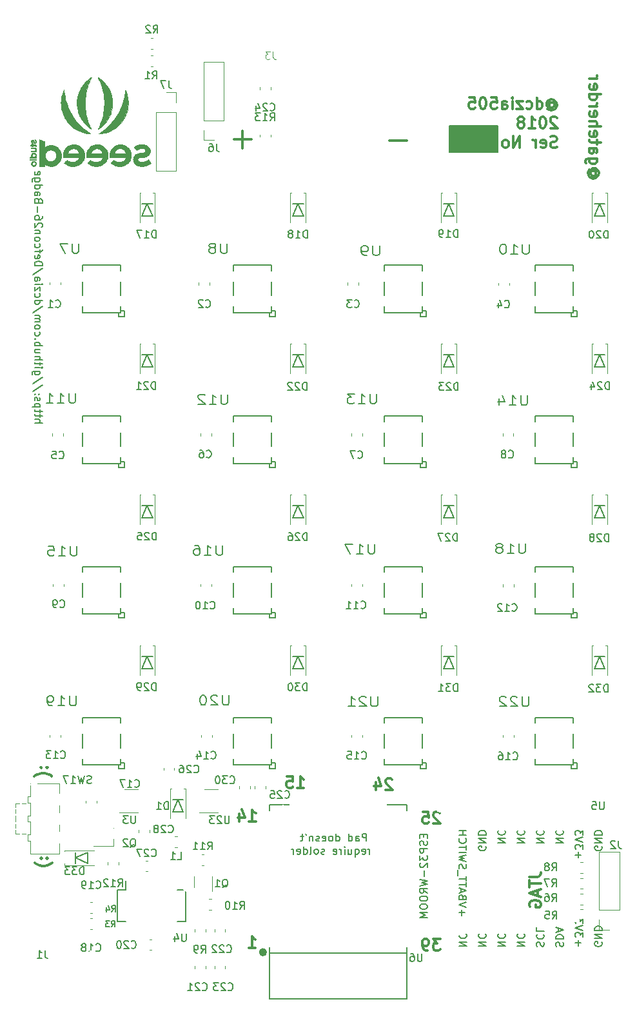
<source format=gbo>
G04 #@! TF.GenerationSoftware,KiCad,Pcbnew,(5.0.0-rc2-dev-321-g78161b592)*
G04 #@! TF.CreationDate,2018-06-26T01:07:03-06:00*
G04 #@! TF.ProjectId,KeyGridBadge,4B65794772696442616467652E6B6963,rev?*
G04 #@! TF.SameCoordinates,Original*
G04 #@! TF.FileFunction,Legend,Bot*
G04 #@! TF.FilePolarity,Positive*
%FSLAX46Y46*%
G04 Gerber Fmt 4.6, Leading zero omitted, Abs format (unit mm)*
G04 Created by KiCad (PCBNEW (5.0.0-rc2-dev-321-g78161b592)) date 06/26/18 01:07:03*
%MOMM*%
%LPD*%
G01*
G04 APERTURE LIST*
%ADD10C,0.200000*%
%ADD11C,0.300000*%
%ADD12C,0.150000*%
%ADD13C,0.500000*%
%ADD14C,0.120000*%
%ADD15C,0.010000*%
%ADD16C,0.203200*%
%ADD17C,0.050000*%
%ADD18C,3.400000*%
%ADD19O,2.900000X1.300000*%
%ADD20O,1.300000X2.900000*%
%ADD21R,6.400000X6.400000*%
%ADD22R,1.900000X1.400000*%
%ADD23C,2.686000*%
%ADD24O,2.100000X2.100000*%
%ADD25R,2.100000X2.100000*%
%ADD26R,1.900000X1.370000*%
%ADD27R,1.370000X1.900000*%
%ADD28R,1.600000X1.300000*%
%ADD29R,1.750000X0.800000*%
%ADD30R,2.300000X2.300000*%
%ADD31R,2.000000X2.500000*%
%ADD32R,1.100176X2.150440*%
%ADD33R,1.101191X2.152980*%
%ADD34R,1.100643X2.151610*%
%ADD35R,1.100871X2.152180*%
%ADD36R,1.100982X2.152460*%
%ADD37R,1.100174X2.150430*%
%ADD38R,1.100710X2.151770*%
%ADD39R,1.101055X2.152640*%
%ADD40R,1.900920X1.900920*%
%ADD41R,1.901800X1.901800*%
%ADD42R,1.200585X1.901100*%
%ADD43R,1.200364X1.800640*%
%ADD44R,1.900010X1.400010*%
%ADD45R,1.401290X1.901930*%
%ADD46R,0.800000X1.050000*%
%ADD47R,1.800000X1.400000*%
%ADD48C,1.924000*%
%ADD49C,2.100000*%
%ADD50R,0.800000X1.600000*%
%ADD51R,2.900000X1.650000*%
%ADD52C,1.300000*%
%ADD53R,0.975000X1.050000*%
%ADD54R,1.300000X1.600000*%
%ADD55R,2.400000X1.050000*%
%ADD56C,2.178000*%
%ADD57R,1.545000X1.900000*%
%ADD58C,1.000000*%
G04 APERTURE END LIST*
D10*
X108172857Y-146552380D02*
X108172857Y-145552380D01*
X107791904Y-145552380D01*
X107696666Y-145600000D01*
X107649047Y-145647619D01*
X107601428Y-145742857D01*
X107601428Y-145885714D01*
X107649047Y-145980952D01*
X107696666Y-146028571D01*
X107791904Y-146076190D01*
X108172857Y-146076190D01*
X106744285Y-146552380D02*
X106744285Y-146028571D01*
X106791904Y-145933333D01*
X106887142Y-145885714D01*
X107077619Y-145885714D01*
X107172857Y-145933333D01*
X106744285Y-146504761D02*
X106839523Y-146552380D01*
X107077619Y-146552380D01*
X107172857Y-146504761D01*
X107220476Y-146409523D01*
X107220476Y-146314285D01*
X107172857Y-146219047D01*
X107077619Y-146171428D01*
X106839523Y-146171428D01*
X106744285Y-146123809D01*
X105839523Y-146552380D02*
X105839523Y-145552380D01*
X105839523Y-146504761D02*
X105934761Y-146552380D01*
X106125238Y-146552380D01*
X106220476Y-146504761D01*
X106268095Y-146457142D01*
X106315714Y-146361904D01*
X106315714Y-146076190D01*
X106268095Y-145980952D01*
X106220476Y-145933333D01*
X106125238Y-145885714D01*
X105934761Y-145885714D01*
X105839523Y-145933333D01*
X104172857Y-146552380D02*
X104172857Y-145552380D01*
X104172857Y-146504761D02*
X104268095Y-146552380D01*
X104458571Y-146552380D01*
X104553809Y-146504761D01*
X104601428Y-146457142D01*
X104649047Y-146361904D01*
X104649047Y-146076190D01*
X104601428Y-145980952D01*
X104553809Y-145933333D01*
X104458571Y-145885714D01*
X104268095Y-145885714D01*
X104172857Y-145933333D01*
X103553809Y-146552380D02*
X103649047Y-146504761D01*
X103696666Y-146457142D01*
X103744285Y-146361904D01*
X103744285Y-146076190D01*
X103696666Y-145980952D01*
X103649047Y-145933333D01*
X103553809Y-145885714D01*
X103410952Y-145885714D01*
X103315714Y-145933333D01*
X103268095Y-145980952D01*
X103220476Y-146076190D01*
X103220476Y-146361904D01*
X103268095Y-146457142D01*
X103315714Y-146504761D01*
X103410952Y-146552380D01*
X103553809Y-146552380D01*
X102410952Y-146504761D02*
X102506190Y-146552380D01*
X102696666Y-146552380D01*
X102791904Y-146504761D01*
X102839523Y-146409523D01*
X102839523Y-146028571D01*
X102791904Y-145933333D01*
X102696666Y-145885714D01*
X102506190Y-145885714D01*
X102410952Y-145933333D01*
X102363333Y-146028571D01*
X102363333Y-146123809D01*
X102839523Y-146219047D01*
X101982380Y-146504761D02*
X101887142Y-146552380D01*
X101696666Y-146552380D01*
X101601428Y-146504761D01*
X101553809Y-146409523D01*
X101553809Y-146361904D01*
X101601428Y-146266666D01*
X101696666Y-146219047D01*
X101839523Y-146219047D01*
X101934761Y-146171428D01*
X101982380Y-146076190D01*
X101982380Y-146028571D01*
X101934761Y-145933333D01*
X101839523Y-145885714D01*
X101696666Y-145885714D01*
X101601428Y-145933333D01*
X101125238Y-145885714D02*
X101125238Y-146552380D01*
X101125238Y-145980952D02*
X101077619Y-145933333D01*
X100982380Y-145885714D01*
X100839523Y-145885714D01*
X100744285Y-145933333D01*
X100696666Y-146028571D01*
X100696666Y-146552380D01*
X100172857Y-145552380D02*
X100268095Y-145742857D01*
X99887142Y-145885714D02*
X99506190Y-145885714D01*
X99744285Y-145552380D02*
X99744285Y-146409523D01*
X99696666Y-146504761D01*
X99601428Y-146552380D01*
X99506190Y-146552380D01*
X108601428Y-148252380D02*
X108601428Y-147585714D01*
X108601428Y-147776190D02*
X108553809Y-147680952D01*
X108506190Y-147633333D01*
X108410952Y-147585714D01*
X108315714Y-147585714D01*
X107601428Y-148204761D02*
X107696666Y-148252380D01*
X107887142Y-148252380D01*
X107982380Y-148204761D01*
X108030000Y-148109523D01*
X108030000Y-147728571D01*
X107982380Y-147633333D01*
X107887142Y-147585714D01*
X107696666Y-147585714D01*
X107601428Y-147633333D01*
X107553809Y-147728571D01*
X107553809Y-147823809D01*
X108030000Y-147919047D01*
X106696666Y-147585714D02*
X106696666Y-148585714D01*
X106696666Y-148204761D02*
X106791904Y-148252380D01*
X106982380Y-148252380D01*
X107077619Y-148204761D01*
X107125238Y-148157142D01*
X107172857Y-148061904D01*
X107172857Y-147776190D01*
X107125238Y-147680952D01*
X107077619Y-147633333D01*
X106982380Y-147585714D01*
X106791904Y-147585714D01*
X106696666Y-147633333D01*
X105791904Y-147585714D02*
X105791904Y-148252380D01*
X106220476Y-147585714D02*
X106220476Y-148109523D01*
X106172857Y-148204761D01*
X106077619Y-148252380D01*
X105934761Y-148252380D01*
X105839523Y-148204761D01*
X105791904Y-148157142D01*
X105315714Y-148252380D02*
X105315714Y-147585714D01*
X105315714Y-147252380D02*
X105363333Y-147300000D01*
X105315714Y-147347619D01*
X105268095Y-147300000D01*
X105315714Y-147252380D01*
X105315714Y-147347619D01*
X104839523Y-148252380D02*
X104839523Y-147585714D01*
X104839523Y-147776190D02*
X104791904Y-147680952D01*
X104744285Y-147633333D01*
X104649047Y-147585714D01*
X104553809Y-147585714D01*
X103839523Y-148204761D02*
X103934761Y-148252380D01*
X104125238Y-148252380D01*
X104220476Y-148204761D01*
X104268095Y-148109523D01*
X104268095Y-147728571D01*
X104220476Y-147633333D01*
X104125238Y-147585714D01*
X103934761Y-147585714D01*
X103839523Y-147633333D01*
X103791904Y-147728571D01*
X103791904Y-147823809D01*
X104268095Y-147919047D01*
X102649047Y-148204761D02*
X102553809Y-148252380D01*
X102363333Y-148252380D01*
X102268095Y-148204761D01*
X102220476Y-148109523D01*
X102220476Y-148061904D01*
X102268095Y-147966666D01*
X102363333Y-147919047D01*
X102506190Y-147919047D01*
X102601428Y-147871428D01*
X102649047Y-147776190D01*
X102649047Y-147728571D01*
X102601428Y-147633333D01*
X102506190Y-147585714D01*
X102363333Y-147585714D01*
X102268095Y-147633333D01*
X101649047Y-148252380D02*
X101744285Y-148204761D01*
X101791904Y-148157142D01*
X101839523Y-148061904D01*
X101839523Y-147776190D01*
X101791904Y-147680952D01*
X101744285Y-147633333D01*
X101649047Y-147585714D01*
X101506190Y-147585714D01*
X101410952Y-147633333D01*
X101363333Y-147680952D01*
X101315714Y-147776190D01*
X101315714Y-148061904D01*
X101363333Y-148157142D01*
X101410952Y-148204761D01*
X101506190Y-148252380D01*
X101649047Y-148252380D01*
X100744285Y-148252380D02*
X100839523Y-148204761D01*
X100887142Y-148109523D01*
X100887142Y-147252380D01*
X99934761Y-148252380D02*
X99934761Y-147252380D01*
X99934761Y-148204761D02*
X100030000Y-148252380D01*
X100220476Y-148252380D01*
X100315714Y-148204761D01*
X100363333Y-148157142D01*
X100410952Y-148061904D01*
X100410952Y-147776190D01*
X100363333Y-147680952D01*
X100315714Y-147633333D01*
X100220476Y-147585714D01*
X100030000Y-147585714D01*
X99934761Y-147633333D01*
X99077619Y-148204761D02*
X99172857Y-148252380D01*
X99363333Y-148252380D01*
X99458571Y-148204761D01*
X99506190Y-148109523D01*
X99506190Y-147728571D01*
X99458571Y-147633333D01*
X99363333Y-147585714D01*
X99172857Y-147585714D01*
X99077619Y-147633333D01*
X99030000Y-147728571D01*
X99030000Y-147823809D01*
X99506190Y-147919047D01*
X98601428Y-148252380D02*
X98601428Y-147585714D01*
X98601428Y-147776190D02*
X98553809Y-147680952D01*
X98506190Y-147633333D01*
X98410952Y-147585714D01*
X98315714Y-147585714D01*
D11*
X138175714Y-58548571D02*
X138247142Y-58620000D01*
X138318571Y-58762857D01*
X138318571Y-58905714D01*
X138247142Y-59048571D01*
X138175714Y-59120000D01*
X138032857Y-59191428D01*
X137890000Y-59191428D01*
X137747142Y-59120000D01*
X137675714Y-59048571D01*
X137604285Y-58905714D01*
X137604285Y-58762857D01*
X137675714Y-58620000D01*
X137747142Y-58548571D01*
X138318571Y-58548571D02*
X137747142Y-58548571D01*
X137675714Y-58477142D01*
X137675714Y-58405714D01*
X137747142Y-58262857D01*
X137890000Y-58191428D01*
X138247142Y-58191428D01*
X138461428Y-58334285D01*
X138604285Y-58548571D01*
X138675714Y-58834285D01*
X138604285Y-59120000D01*
X138461428Y-59334285D01*
X138247142Y-59477142D01*
X137961428Y-59548571D01*
X137675714Y-59477142D01*
X137461428Y-59334285D01*
X137318571Y-59120000D01*
X137247142Y-58834285D01*
X137318571Y-58548571D01*
X137461428Y-58334285D01*
X138461428Y-56905714D02*
X137247142Y-56905714D01*
X137104285Y-56977142D01*
X137032857Y-57048571D01*
X136961428Y-57191428D01*
X136961428Y-57405714D01*
X137032857Y-57548571D01*
X137532857Y-56905714D02*
X137461428Y-57048571D01*
X137461428Y-57334285D01*
X137532857Y-57477142D01*
X137604285Y-57548571D01*
X137747142Y-57620000D01*
X138175714Y-57620000D01*
X138318571Y-57548571D01*
X138390000Y-57477142D01*
X138461428Y-57334285D01*
X138461428Y-57048571D01*
X138390000Y-56905714D01*
X137461428Y-55548571D02*
X138247142Y-55548571D01*
X138390000Y-55620000D01*
X138461428Y-55762857D01*
X138461428Y-56048571D01*
X138390000Y-56191428D01*
X137532857Y-55548571D02*
X137461428Y-55691428D01*
X137461428Y-56048571D01*
X137532857Y-56191428D01*
X137675714Y-56262857D01*
X137818571Y-56262857D01*
X137961428Y-56191428D01*
X138032857Y-56048571D01*
X138032857Y-55691428D01*
X138104285Y-55548571D01*
X138461428Y-55048571D02*
X138461428Y-54477142D01*
X138961428Y-54834285D02*
X137675714Y-54834285D01*
X137532857Y-54762857D01*
X137461428Y-54620000D01*
X137461428Y-54477142D01*
X137532857Y-53405714D02*
X137461428Y-53548571D01*
X137461428Y-53834285D01*
X137532857Y-53977142D01*
X137675714Y-54048571D01*
X138247142Y-54048571D01*
X138390000Y-53977142D01*
X138461428Y-53834285D01*
X138461428Y-53548571D01*
X138390000Y-53405714D01*
X138247142Y-53334285D01*
X138104285Y-53334285D01*
X137961428Y-54048571D01*
X137461428Y-52691428D02*
X138961428Y-52691428D01*
X137461428Y-52048571D02*
X138247142Y-52048571D01*
X138390000Y-52120000D01*
X138461428Y-52262857D01*
X138461428Y-52477142D01*
X138390000Y-52620000D01*
X138318571Y-52691428D01*
X137532857Y-50762857D02*
X137461428Y-50905714D01*
X137461428Y-51191428D01*
X137532857Y-51334285D01*
X137675714Y-51405714D01*
X138247142Y-51405714D01*
X138390000Y-51334285D01*
X138461428Y-51191428D01*
X138461428Y-50905714D01*
X138390000Y-50762857D01*
X138247142Y-50691428D01*
X138104285Y-50691428D01*
X137961428Y-51405714D01*
X137461428Y-50048571D02*
X138461428Y-50048571D01*
X138175714Y-50048571D02*
X138318571Y-49977142D01*
X138390000Y-49905714D01*
X138461428Y-49762857D01*
X138461428Y-49620000D01*
X137461428Y-48477142D02*
X138961428Y-48477142D01*
X137532857Y-48477142D02*
X137461428Y-48620000D01*
X137461428Y-48905714D01*
X137532857Y-49048571D01*
X137604285Y-49120000D01*
X137747142Y-49191428D01*
X138175714Y-49191428D01*
X138318571Y-49120000D01*
X138390000Y-49048571D01*
X138461428Y-48905714D01*
X138461428Y-48620000D01*
X138390000Y-48477142D01*
X137532857Y-47191428D02*
X137461428Y-47334285D01*
X137461428Y-47620000D01*
X137532857Y-47762857D01*
X137675714Y-47834285D01*
X138247142Y-47834285D01*
X138390000Y-47762857D01*
X138461428Y-47620000D01*
X138461428Y-47334285D01*
X138390000Y-47191428D01*
X138247142Y-47120000D01*
X138104285Y-47120000D01*
X137961428Y-47834285D01*
X137461428Y-46477142D02*
X138461428Y-46477142D01*
X138175714Y-46477142D02*
X138318571Y-46405714D01*
X138390000Y-46334285D01*
X138461428Y-46191428D01*
X138461428Y-46048571D01*
D10*
X64597619Y-91606190D02*
X65597619Y-91606190D01*
X64597619Y-91177619D02*
X65121428Y-91177619D01*
X65216666Y-91225238D01*
X65264285Y-91320476D01*
X65264285Y-91463333D01*
X65216666Y-91558571D01*
X65169047Y-91606190D01*
X65264285Y-90844285D02*
X65264285Y-90463333D01*
X65597619Y-90701428D02*
X64740476Y-90701428D01*
X64645238Y-90653809D01*
X64597619Y-90558571D01*
X64597619Y-90463333D01*
X65264285Y-90272857D02*
X65264285Y-89891904D01*
X65597619Y-90130000D02*
X64740476Y-90130000D01*
X64645238Y-90082380D01*
X64597619Y-89987142D01*
X64597619Y-89891904D01*
X65264285Y-89558571D02*
X64264285Y-89558571D01*
X65216666Y-89558571D02*
X65264285Y-89463333D01*
X65264285Y-89272857D01*
X65216666Y-89177619D01*
X65169047Y-89130000D01*
X65073809Y-89082380D01*
X64788095Y-89082380D01*
X64692857Y-89130000D01*
X64645238Y-89177619D01*
X64597619Y-89272857D01*
X64597619Y-89463333D01*
X64645238Y-89558571D01*
X64645238Y-88701428D02*
X64597619Y-88606190D01*
X64597619Y-88415714D01*
X64645238Y-88320476D01*
X64740476Y-88272857D01*
X64788095Y-88272857D01*
X64883333Y-88320476D01*
X64930952Y-88415714D01*
X64930952Y-88558571D01*
X64978571Y-88653809D01*
X65073809Y-88701428D01*
X65121428Y-88701428D01*
X65216666Y-88653809D01*
X65264285Y-88558571D01*
X65264285Y-88415714D01*
X65216666Y-88320476D01*
X64692857Y-87844285D02*
X64645238Y-87796666D01*
X64597619Y-87844285D01*
X64645238Y-87891904D01*
X64692857Y-87844285D01*
X64597619Y-87844285D01*
X65216666Y-87844285D02*
X65169047Y-87796666D01*
X65121428Y-87844285D01*
X65169047Y-87891904D01*
X65216666Y-87844285D01*
X65121428Y-87844285D01*
X65645238Y-86653809D02*
X64359523Y-87510952D01*
X65645238Y-85606190D02*
X64359523Y-86463333D01*
X65264285Y-84844285D02*
X64454761Y-84844285D01*
X64359523Y-84891904D01*
X64311904Y-84939523D01*
X64264285Y-85034761D01*
X64264285Y-85177619D01*
X64311904Y-85272857D01*
X64645238Y-84844285D02*
X64597619Y-84939523D01*
X64597619Y-85130000D01*
X64645238Y-85225238D01*
X64692857Y-85272857D01*
X64788095Y-85320476D01*
X65073809Y-85320476D01*
X65169047Y-85272857D01*
X65216666Y-85225238D01*
X65264285Y-85130000D01*
X65264285Y-84939523D01*
X65216666Y-84844285D01*
X64597619Y-84368095D02*
X65264285Y-84368095D01*
X65597619Y-84368095D02*
X65550000Y-84415714D01*
X65502380Y-84368095D01*
X65550000Y-84320476D01*
X65597619Y-84368095D01*
X65502380Y-84368095D01*
X65264285Y-84034761D02*
X65264285Y-83653809D01*
X65597619Y-83891904D02*
X64740476Y-83891904D01*
X64645238Y-83844285D01*
X64597619Y-83749047D01*
X64597619Y-83653809D01*
X64597619Y-83320476D02*
X65597619Y-83320476D01*
X64597619Y-82891904D02*
X65121428Y-82891904D01*
X65216666Y-82939523D01*
X65264285Y-83034761D01*
X65264285Y-83177619D01*
X65216666Y-83272857D01*
X65169047Y-83320476D01*
X65264285Y-81987142D02*
X64597619Y-81987142D01*
X65264285Y-82415714D02*
X64740476Y-82415714D01*
X64645238Y-82368095D01*
X64597619Y-82272857D01*
X64597619Y-82130000D01*
X64645238Y-82034761D01*
X64692857Y-81987142D01*
X64597619Y-81510952D02*
X65597619Y-81510952D01*
X65216666Y-81510952D02*
X65264285Y-81415714D01*
X65264285Y-81225238D01*
X65216666Y-81130000D01*
X65169047Y-81082380D01*
X65073809Y-81034761D01*
X64788095Y-81034761D01*
X64692857Y-81082380D01*
X64645238Y-81130000D01*
X64597619Y-81225238D01*
X64597619Y-81415714D01*
X64645238Y-81510952D01*
X64692857Y-80606190D02*
X64645238Y-80558571D01*
X64597619Y-80606190D01*
X64645238Y-80653809D01*
X64692857Y-80606190D01*
X64597619Y-80606190D01*
X64645238Y-79701428D02*
X64597619Y-79796666D01*
X64597619Y-79987142D01*
X64645238Y-80082380D01*
X64692857Y-80130000D01*
X64788095Y-80177619D01*
X65073809Y-80177619D01*
X65169047Y-80130000D01*
X65216666Y-80082380D01*
X65264285Y-79987142D01*
X65264285Y-79796666D01*
X65216666Y-79701428D01*
X64597619Y-79130000D02*
X64645238Y-79225238D01*
X64692857Y-79272857D01*
X64788095Y-79320476D01*
X65073809Y-79320476D01*
X65169047Y-79272857D01*
X65216666Y-79225238D01*
X65264285Y-79130000D01*
X65264285Y-78987142D01*
X65216666Y-78891904D01*
X65169047Y-78844285D01*
X65073809Y-78796666D01*
X64788095Y-78796666D01*
X64692857Y-78844285D01*
X64645238Y-78891904D01*
X64597619Y-78987142D01*
X64597619Y-79130000D01*
X64597619Y-78368095D02*
X65264285Y-78368095D01*
X65169047Y-78368095D02*
X65216666Y-78320476D01*
X65264285Y-78225238D01*
X65264285Y-78082380D01*
X65216666Y-77987142D01*
X65121428Y-77939523D01*
X64597619Y-77939523D01*
X65121428Y-77939523D02*
X65216666Y-77891904D01*
X65264285Y-77796666D01*
X65264285Y-77653809D01*
X65216666Y-77558571D01*
X65121428Y-77510952D01*
X64597619Y-77510952D01*
X65645238Y-76320476D02*
X64359523Y-77177619D01*
X64597619Y-75558571D02*
X65597619Y-75558571D01*
X64645238Y-75558571D02*
X64597619Y-75653809D01*
X64597619Y-75844285D01*
X64645238Y-75939523D01*
X64692857Y-75987142D01*
X64788095Y-76034761D01*
X65073809Y-76034761D01*
X65169047Y-75987142D01*
X65216666Y-75939523D01*
X65264285Y-75844285D01*
X65264285Y-75653809D01*
X65216666Y-75558571D01*
X64645238Y-74653809D02*
X64597619Y-74749047D01*
X64597619Y-74939523D01*
X64645238Y-75034761D01*
X64692857Y-75082380D01*
X64788095Y-75130000D01*
X65073809Y-75130000D01*
X65169047Y-75082380D01*
X65216666Y-75034761D01*
X65264285Y-74939523D01*
X65264285Y-74749047D01*
X65216666Y-74653809D01*
X65264285Y-74320476D02*
X65264285Y-73796666D01*
X64597619Y-74320476D01*
X64597619Y-73796666D01*
X64597619Y-73415714D02*
X65264285Y-73415714D01*
X65597619Y-73415714D02*
X65550000Y-73463333D01*
X65502380Y-73415714D01*
X65550000Y-73368095D01*
X65597619Y-73415714D01*
X65502380Y-73415714D01*
X64597619Y-72510952D02*
X65121428Y-72510952D01*
X65216666Y-72558571D01*
X65264285Y-72653809D01*
X65264285Y-72844285D01*
X65216666Y-72939523D01*
X64645238Y-72510952D02*
X64597619Y-72606190D01*
X64597619Y-72844285D01*
X64645238Y-72939523D01*
X64740476Y-72987142D01*
X64835714Y-72987142D01*
X64930952Y-72939523D01*
X64978571Y-72844285D01*
X64978571Y-72606190D01*
X65026190Y-72510952D01*
X65645238Y-71320476D02*
X64359523Y-72177619D01*
X64597619Y-70987142D02*
X65597619Y-70987142D01*
X65597619Y-70749047D01*
X65550000Y-70606190D01*
X65454761Y-70510952D01*
X65359523Y-70463333D01*
X65169047Y-70415714D01*
X65026190Y-70415714D01*
X64835714Y-70463333D01*
X64740476Y-70510952D01*
X64645238Y-70606190D01*
X64597619Y-70749047D01*
X64597619Y-70987142D01*
X64645238Y-69606190D02*
X64597619Y-69701428D01*
X64597619Y-69891904D01*
X64645238Y-69987142D01*
X64740476Y-70034761D01*
X65121428Y-70034761D01*
X65216666Y-69987142D01*
X65264285Y-69891904D01*
X65264285Y-69701428D01*
X65216666Y-69606190D01*
X65121428Y-69558571D01*
X65026190Y-69558571D01*
X64930952Y-70034761D01*
X65264285Y-69272857D02*
X65264285Y-68891904D01*
X64597619Y-69130000D02*
X65454761Y-69130000D01*
X65550000Y-69082380D01*
X65597619Y-68987142D01*
X65597619Y-68891904D01*
X64645238Y-68130000D02*
X64597619Y-68225238D01*
X64597619Y-68415714D01*
X64645238Y-68510952D01*
X64692857Y-68558571D01*
X64788095Y-68606190D01*
X65073809Y-68606190D01*
X65169047Y-68558571D01*
X65216666Y-68510952D01*
X65264285Y-68415714D01*
X65264285Y-68225238D01*
X65216666Y-68130000D01*
X64597619Y-67558571D02*
X64645238Y-67653809D01*
X64692857Y-67701428D01*
X64788095Y-67749047D01*
X65073809Y-67749047D01*
X65169047Y-67701428D01*
X65216666Y-67653809D01*
X65264285Y-67558571D01*
X65264285Y-67415714D01*
X65216666Y-67320476D01*
X65169047Y-67272857D01*
X65073809Y-67225238D01*
X64788095Y-67225238D01*
X64692857Y-67272857D01*
X64645238Y-67320476D01*
X64597619Y-67415714D01*
X64597619Y-67558571D01*
X65264285Y-66796666D02*
X64597619Y-66796666D01*
X65169047Y-66796666D02*
X65216666Y-66749047D01*
X65264285Y-66653809D01*
X65264285Y-66510952D01*
X65216666Y-66415714D01*
X65121428Y-66368095D01*
X64597619Y-66368095D01*
X65502380Y-65939523D02*
X65550000Y-65891904D01*
X65597619Y-65796666D01*
X65597619Y-65558571D01*
X65550000Y-65463333D01*
X65502380Y-65415714D01*
X65407142Y-65368095D01*
X65311904Y-65368095D01*
X65169047Y-65415714D01*
X64597619Y-65987142D01*
X64597619Y-65368095D01*
X65597619Y-64510952D02*
X65597619Y-64701428D01*
X65550000Y-64796666D01*
X65502380Y-64844285D01*
X65359523Y-64939523D01*
X65169047Y-64987142D01*
X64788095Y-64987142D01*
X64692857Y-64939523D01*
X64645238Y-64891904D01*
X64597619Y-64796666D01*
X64597619Y-64606190D01*
X64645238Y-64510952D01*
X64692857Y-64463333D01*
X64788095Y-64415714D01*
X65026190Y-64415714D01*
X65121428Y-64463333D01*
X65169047Y-64510952D01*
X65216666Y-64606190D01*
X65216666Y-64796666D01*
X65169047Y-64891904D01*
X65121428Y-64939523D01*
X65026190Y-64987142D01*
X64978571Y-63987142D02*
X64978571Y-63225238D01*
X65121428Y-62415714D02*
X65073809Y-62272857D01*
X65026190Y-62225238D01*
X64930952Y-62177619D01*
X64788095Y-62177619D01*
X64692857Y-62225238D01*
X64645238Y-62272857D01*
X64597619Y-62368095D01*
X64597619Y-62749047D01*
X65597619Y-62749047D01*
X65597619Y-62415714D01*
X65550000Y-62320476D01*
X65502380Y-62272857D01*
X65407142Y-62225238D01*
X65311904Y-62225238D01*
X65216666Y-62272857D01*
X65169047Y-62320476D01*
X65121428Y-62415714D01*
X65121428Y-62749047D01*
X64597619Y-61320476D02*
X65121428Y-61320476D01*
X65216666Y-61368095D01*
X65264285Y-61463333D01*
X65264285Y-61653809D01*
X65216666Y-61749047D01*
X64645238Y-61320476D02*
X64597619Y-61415714D01*
X64597619Y-61653809D01*
X64645238Y-61749047D01*
X64740476Y-61796666D01*
X64835714Y-61796666D01*
X64930952Y-61749047D01*
X64978571Y-61653809D01*
X64978571Y-61415714D01*
X65026190Y-61320476D01*
X64597619Y-60415714D02*
X65597619Y-60415714D01*
X64645238Y-60415714D02*
X64597619Y-60510952D01*
X64597619Y-60701428D01*
X64645238Y-60796666D01*
X64692857Y-60844285D01*
X64788095Y-60891904D01*
X65073809Y-60891904D01*
X65169047Y-60844285D01*
X65216666Y-60796666D01*
X65264285Y-60701428D01*
X65264285Y-60510952D01*
X65216666Y-60415714D01*
X65264285Y-59510952D02*
X64454761Y-59510952D01*
X64359523Y-59558571D01*
X64311904Y-59606190D01*
X64264285Y-59701428D01*
X64264285Y-59844285D01*
X64311904Y-59939523D01*
X64645238Y-59510952D02*
X64597619Y-59606190D01*
X64597619Y-59796666D01*
X64645238Y-59891904D01*
X64692857Y-59939523D01*
X64788095Y-59987142D01*
X65073809Y-59987142D01*
X65169047Y-59939523D01*
X65216666Y-59891904D01*
X65264285Y-59796666D01*
X65264285Y-59606190D01*
X65216666Y-59510952D01*
X64645238Y-58653809D02*
X64597619Y-58749047D01*
X64597619Y-58939523D01*
X64645238Y-59034761D01*
X64740476Y-59082380D01*
X65121428Y-59082380D01*
X65216666Y-59034761D01*
X65264285Y-58939523D01*
X65264285Y-58749047D01*
X65216666Y-58653809D01*
X65121428Y-58606190D01*
X65026190Y-58606190D01*
X64930952Y-59082380D01*
D11*
X66175714Y-148800000D02*
X66247142Y-148871428D01*
X66318571Y-148800000D01*
X66247142Y-148728571D01*
X66175714Y-148800000D01*
X66318571Y-148800000D01*
X65390000Y-148800000D02*
X65461428Y-148871428D01*
X65532857Y-148800000D01*
X65461428Y-148728571D01*
X65390000Y-148800000D01*
X65532857Y-148800000D01*
X66890000Y-149371428D02*
X66818571Y-149442857D01*
X66604285Y-149585714D01*
X66461428Y-149657142D01*
X66247142Y-149728571D01*
X65890000Y-149800000D01*
X65604285Y-149800000D01*
X65247142Y-149728571D01*
X65032857Y-149657142D01*
X64890000Y-149585714D01*
X64675714Y-149442857D01*
X64604285Y-149371428D01*
X66145714Y-136900000D02*
X66217142Y-136971428D01*
X66288571Y-136900000D01*
X66217142Y-136828571D01*
X66145714Y-136900000D01*
X66288571Y-136900000D01*
X65360000Y-136900000D02*
X65431428Y-136971428D01*
X65502857Y-136900000D01*
X65431428Y-136828571D01*
X65360000Y-136900000D01*
X65502857Y-136900000D01*
X66860000Y-138042857D02*
X66788571Y-137971428D01*
X66574285Y-137828571D01*
X66431428Y-137757142D01*
X66217142Y-137685714D01*
X65860000Y-137614285D01*
X65574285Y-137614285D01*
X65217142Y-137685714D01*
X65002857Y-137757142D01*
X64860000Y-137828571D01*
X64645714Y-137971428D01*
X64574285Y-138042857D01*
X117854285Y-159368571D02*
X116925714Y-159368571D01*
X117425714Y-159940000D01*
X117211428Y-159940000D01*
X117068571Y-160011428D01*
X116997142Y-160082857D01*
X116925714Y-160225714D01*
X116925714Y-160582857D01*
X116997142Y-160725714D01*
X117068571Y-160797142D01*
X117211428Y-160868571D01*
X117640000Y-160868571D01*
X117782857Y-160797142D01*
X117854285Y-160725714D01*
X116211428Y-160868571D02*
X115925714Y-160868571D01*
X115782857Y-160797142D01*
X115711428Y-160725714D01*
X115568571Y-160511428D01*
X115497142Y-160225714D01*
X115497142Y-159654285D01*
X115568571Y-159511428D01*
X115640000Y-159440000D01*
X115782857Y-159368571D01*
X116068571Y-159368571D01*
X116211428Y-159440000D01*
X116282857Y-159511428D01*
X116354285Y-159654285D01*
X116354285Y-160011428D01*
X116282857Y-160154285D01*
X116211428Y-160225714D01*
X116068571Y-160297142D01*
X115782857Y-160297142D01*
X115640000Y-160225714D01*
X115568571Y-160154285D01*
X115497142Y-160011428D01*
X117782857Y-142881428D02*
X117711428Y-142810000D01*
X117568571Y-142738571D01*
X117211428Y-142738571D01*
X117068571Y-142810000D01*
X116997142Y-142881428D01*
X116925714Y-143024285D01*
X116925714Y-143167142D01*
X116997142Y-143381428D01*
X117854285Y-144238571D01*
X116925714Y-144238571D01*
X115568571Y-142738571D02*
X116282857Y-142738571D01*
X116354285Y-143452857D01*
X116282857Y-143381428D01*
X116140000Y-143310000D01*
X115782857Y-143310000D01*
X115640000Y-143381428D01*
X115568571Y-143452857D01*
X115497142Y-143595714D01*
X115497142Y-143952857D01*
X115568571Y-144095714D01*
X115640000Y-144167142D01*
X115782857Y-144238571D01*
X116140000Y-144238571D01*
X116282857Y-144167142D01*
X116354285Y-144095714D01*
X111532857Y-138451428D02*
X111461428Y-138380000D01*
X111318571Y-138308571D01*
X110961428Y-138308571D01*
X110818571Y-138380000D01*
X110747142Y-138451428D01*
X110675714Y-138594285D01*
X110675714Y-138737142D01*
X110747142Y-138951428D01*
X111604285Y-139808571D01*
X110675714Y-139808571D01*
X109390000Y-138808571D02*
X109390000Y-139808571D01*
X109747142Y-138237142D02*
X110104285Y-139308571D01*
X109175714Y-139308571D01*
X99095714Y-139538571D02*
X99952857Y-139538571D01*
X99524285Y-139538571D02*
X99524285Y-138038571D01*
X99667142Y-138252857D01*
X99810000Y-138395714D01*
X99952857Y-138467142D01*
X97738571Y-138038571D02*
X98452857Y-138038571D01*
X98524285Y-138752857D01*
X98452857Y-138681428D01*
X98310000Y-138610000D01*
X97952857Y-138610000D01*
X97810000Y-138681428D01*
X97738571Y-138752857D01*
X97667142Y-138895714D01*
X97667142Y-139252857D01*
X97738571Y-139395714D01*
X97810000Y-139467142D01*
X97952857Y-139538571D01*
X98310000Y-139538571D01*
X98452857Y-139467142D01*
X98524285Y-139395714D01*
X92765714Y-143968571D02*
X93622857Y-143968571D01*
X93194285Y-143968571D02*
X93194285Y-142468571D01*
X93337142Y-142682857D01*
X93480000Y-142825714D01*
X93622857Y-142897142D01*
X91480000Y-142968571D02*
X91480000Y-143968571D01*
X91837142Y-142397142D02*
X92194285Y-143468571D01*
X91265714Y-143468571D01*
X92721428Y-160538571D02*
X93578571Y-160538571D01*
X93150000Y-160538571D02*
X93150000Y-159038571D01*
X93292857Y-159252857D01*
X93435714Y-159395714D01*
X93578571Y-159467142D01*
X129558571Y-151210000D02*
X130630000Y-151210000D01*
X130844285Y-151138571D01*
X130987142Y-150995714D01*
X131058571Y-150781428D01*
X131058571Y-150638571D01*
X129558571Y-151710000D02*
X129558571Y-152567142D01*
X131058571Y-152138571D02*
X129558571Y-152138571D01*
X130630000Y-152995714D02*
X130630000Y-153710000D01*
X131058571Y-152852857D02*
X129558571Y-153352857D01*
X131058571Y-153852857D01*
X129630000Y-155138571D02*
X129558571Y-154995714D01*
X129558571Y-154781428D01*
X129630000Y-154567142D01*
X129772857Y-154424285D01*
X129915714Y-154352857D01*
X130201428Y-154281428D01*
X130415714Y-154281428D01*
X130701428Y-154352857D01*
X130844285Y-154424285D01*
X130987142Y-154567142D01*
X131058571Y-154781428D01*
X131058571Y-154924285D01*
X130987142Y-155138571D01*
X130915714Y-155210000D01*
X130415714Y-155210000D01*
X130415714Y-154924285D01*
D12*
G36*
X125430000Y-52620000D02*
X119050000Y-52620000D01*
X119050000Y-56090000D01*
X125400000Y-56090000D01*
X125430000Y-52620000D01*
G37*
X125430000Y-52620000D02*
X119050000Y-52620000D01*
X119050000Y-56090000D01*
X125400000Y-56090000D01*
X125430000Y-52620000D01*
D11*
X132179285Y-49674285D02*
X132250714Y-49602857D01*
X132393571Y-49531428D01*
X132536428Y-49531428D01*
X132679285Y-49602857D01*
X132750714Y-49674285D01*
X132822142Y-49817142D01*
X132822142Y-49960000D01*
X132750714Y-50102857D01*
X132679285Y-50174285D01*
X132536428Y-50245714D01*
X132393571Y-50245714D01*
X132250714Y-50174285D01*
X132179285Y-50102857D01*
X132179285Y-49531428D02*
X132179285Y-50102857D01*
X132107857Y-50174285D01*
X132036428Y-50174285D01*
X131893571Y-50102857D01*
X131822142Y-49960000D01*
X131822142Y-49602857D01*
X131965000Y-49388571D01*
X132179285Y-49245714D01*
X132465000Y-49174285D01*
X132750714Y-49245714D01*
X132965000Y-49388571D01*
X133107857Y-49602857D01*
X133179285Y-49888571D01*
X133107857Y-50174285D01*
X132965000Y-50388571D01*
X132750714Y-50531428D01*
X132465000Y-50602857D01*
X132179285Y-50531428D01*
X131965000Y-50388571D01*
X130536428Y-50388571D02*
X130536428Y-48888571D01*
X130536428Y-50317142D02*
X130679285Y-50388571D01*
X130965000Y-50388571D01*
X131107857Y-50317142D01*
X131179285Y-50245714D01*
X131250714Y-50102857D01*
X131250714Y-49674285D01*
X131179285Y-49531428D01*
X131107857Y-49460000D01*
X130965000Y-49388571D01*
X130679285Y-49388571D01*
X130536428Y-49460000D01*
X129179285Y-50317142D02*
X129322142Y-50388571D01*
X129607857Y-50388571D01*
X129750714Y-50317142D01*
X129822142Y-50245714D01*
X129893571Y-50102857D01*
X129893571Y-49674285D01*
X129822142Y-49531428D01*
X129750714Y-49460000D01*
X129607857Y-49388571D01*
X129322142Y-49388571D01*
X129179285Y-49460000D01*
X128679285Y-49388571D02*
X127893571Y-49388571D01*
X128679285Y-50388571D01*
X127893571Y-50388571D01*
X127322142Y-50388571D02*
X127322142Y-49388571D01*
X127322142Y-48888571D02*
X127393571Y-48960000D01*
X127322142Y-49031428D01*
X127250714Y-48960000D01*
X127322142Y-48888571D01*
X127322142Y-49031428D01*
X125965000Y-50388571D02*
X125965000Y-49602857D01*
X126036428Y-49460000D01*
X126179285Y-49388571D01*
X126465000Y-49388571D01*
X126607857Y-49460000D01*
X125965000Y-50317142D02*
X126107857Y-50388571D01*
X126465000Y-50388571D01*
X126607857Y-50317142D01*
X126679285Y-50174285D01*
X126679285Y-50031428D01*
X126607857Y-49888571D01*
X126465000Y-49817142D01*
X126107857Y-49817142D01*
X125965000Y-49745714D01*
X124536428Y-48888571D02*
X125250714Y-48888571D01*
X125322142Y-49602857D01*
X125250714Y-49531428D01*
X125107857Y-49460000D01*
X124750714Y-49460000D01*
X124607857Y-49531428D01*
X124536428Y-49602857D01*
X124465000Y-49745714D01*
X124465000Y-50102857D01*
X124536428Y-50245714D01*
X124607857Y-50317142D01*
X124750714Y-50388571D01*
X125107857Y-50388571D01*
X125250714Y-50317142D01*
X125322142Y-50245714D01*
X123536428Y-48888571D02*
X123393571Y-48888571D01*
X123250714Y-48960000D01*
X123179285Y-49031428D01*
X123107857Y-49174285D01*
X123036428Y-49460000D01*
X123036428Y-49817142D01*
X123107857Y-50102857D01*
X123179285Y-50245714D01*
X123250714Y-50317142D01*
X123393571Y-50388571D01*
X123536428Y-50388571D01*
X123679285Y-50317142D01*
X123750714Y-50245714D01*
X123822142Y-50102857D01*
X123893571Y-49817142D01*
X123893571Y-49460000D01*
X123822142Y-49174285D01*
X123750714Y-49031428D01*
X123679285Y-48960000D01*
X123536428Y-48888571D01*
X121679285Y-48888571D02*
X122393571Y-48888571D01*
X122465000Y-49602857D01*
X122393571Y-49531428D01*
X122250714Y-49460000D01*
X121893571Y-49460000D01*
X121750714Y-49531428D01*
X121679285Y-49602857D01*
X121607857Y-49745714D01*
X121607857Y-50102857D01*
X121679285Y-50245714D01*
X121750714Y-50317142D01*
X121893571Y-50388571D01*
X122250714Y-50388571D01*
X122393571Y-50317142D01*
X122465000Y-50245714D01*
X133179285Y-51581428D02*
X133107857Y-51510000D01*
X132965000Y-51438571D01*
X132607857Y-51438571D01*
X132465000Y-51510000D01*
X132393571Y-51581428D01*
X132322142Y-51724285D01*
X132322142Y-51867142D01*
X132393571Y-52081428D01*
X133250714Y-52938571D01*
X132322142Y-52938571D01*
X131393571Y-51438571D02*
X131250714Y-51438571D01*
X131107857Y-51510000D01*
X131036428Y-51581428D01*
X130965000Y-51724285D01*
X130893571Y-52010000D01*
X130893571Y-52367142D01*
X130965000Y-52652857D01*
X131036428Y-52795714D01*
X131107857Y-52867142D01*
X131250714Y-52938571D01*
X131393571Y-52938571D01*
X131536428Y-52867142D01*
X131607857Y-52795714D01*
X131679285Y-52652857D01*
X131750714Y-52367142D01*
X131750714Y-52010000D01*
X131679285Y-51724285D01*
X131607857Y-51581428D01*
X131536428Y-51510000D01*
X131393571Y-51438571D01*
X129465000Y-52938571D02*
X130322142Y-52938571D01*
X129893571Y-52938571D02*
X129893571Y-51438571D01*
X130036428Y-51652857D01*
X130179285Y-51795714D01*
X130322142Y-51867142D01*
X128607857Y-52081428D02*
X128750714Y-52010000D01*
X128822142Y-51938571D01*
X128893571Y-51795714D01*
X128893571Y-51724285D01*
X128822142Y-51581428D01*
X128750714Y-51510000D01*
X128607857Y-51438571D01*
X128322142Y-51438571D01*
X128179285Y-51510000D01*
X128107857Y-51581428D01*
X128036428Y-51724285D01*
X128036428Y-51795714D01*
X128107857Y-51938571D01*
X128179285Y-52010000D01*
X128322142Y-52081428D01*
X128607857Y-52081428D01*
X128750714Y-52152857D01*
X128822142Y-52224285D01*
X128893571Y-52367142D01*
X128893571Y-52652857D01*
X128822142Y-52795714D01*
X128750714Y-52867142D01*
X128607857Y-52938571D01*
X128322142Y-52938571D01*
X128179285Y-52867142D01*
X128107857Y-52795714D01*
X128036428Y-52652857D01*
X128036428Y-52367142D01*
X128107857Y-52224285D01*
X128179285Y-52152857D01*
X128322142Y-52081428D01*
X133179285Y-55417142D02*
X132965000Y-55488571D01*
X132607857Y-55488571D01*
X132465000Y-55417142D01*
X132393571Y-55345714D01*
X132322142Y-55202857D01*
X132322142Y-55060000D01*
X132393571Y-54917142D01*
X132465000Y-54845714D01*
X132607857Y-54774285D01*
X132893571Y-54702857D01*
X133036428Y-54631428D01*
X133107857Y-54560000D01*
X133179285Y-54417142D01*
X133179285Y-54274285D01*
X133107857Y-54131428D01*
X133036428Y-54060000D01*
X132893571Y-53988571D01*
X132536428Y-53988571D01*
X132322142Y-54060000D01*
X131107857Y-55417142D02*
X131250714Y-55488571D01*
X131536428Y-55488571D01*
X131679285Y-55417142D01*
X131750714Y-55274285D01*
X131750714Y-54702857D01*
X131679285Y-54560000D01*
X131536428Y-54488571D01*
X131250714Y-54488571D01*
X131107857Y-54560000D01*
X131036428Y-54702857D01*
X131036428Y-54845714D01*
X131750714Y-54988571D01*
X130393571Y-55488571D02*
X130393571Y-54488571D01*
X130393571Y-54774285D02*
X130322142Y-54631428D01*
X130250714Y-54560000D01*
X130107857Y-54488571D01*
X129965000Y-54488571D01*
X128322142Y-55488571D02*
X128322142Y-53988571D01*
X127465000Y-55488571D01*
X127465000Y-53988571D01*
X126536428Y-55488571D02*
X126679285Y-55417142D01*
X126750714Y-55345714D01*
X126822142Y-55202857D01*
X126822142Y-54774285D01*
X126750714Y-54631428D01*
X126679285Y-54560000D01*
X126536428Y-54488571D01*
X126322142Y-54488571D01*
X126179285Y-54560000D01*
X126107857Y-54631428D01*
X126036428Y-54774285D01*
X126036428Y-55202857D01*
X126107857Y-55345714D01*
X126179285Y-55417142D01*
X126322142Y-55488571D01*
X126536428Y-55488571D01*
D13*
X94857981Y-161134000D02*
G75*
G03X94857981Y-161134000I-283981J0D01*
G01*
D12*
X113480000Y-161280000D02*
X95480000Y-161280000D01*
X95480000Y-167280000D02*
X95480000Y-141780000D01*
X113480000Y-167280000D02*
X113480000Y-141780000D01*
X113480000Y-141780000D02*
X95480000Y-141780000D01*
X113480000Y-167280000D02*
X95480000Y-167280000D01*
X135050000Y-97450000D02*
X135050000Y-96950000D01*
X135800000Y-97450000D02*
X135050000Y-97450000D01*
X135800000Y-96700000D02*
X135800000Y-97450000D01*
X135300000Y-96700000D02*
X135800000Y-96700000D01*
X130300000Y-96950000D02*
X130300000Y-90700000D01*
X135300000Y-96950000D02*
X130300000Y-96950000D01*
X135300000Y-90700000D02*
X135300000Y-96950000D01*
X130300000Y-90700000D02*
X135300000Y-90700000D01*
D14*
X83190000Y-48220000D02*
X81860000Y-48220000D01*
X83190000Y-49550000D02*
X83190000Y-48220000D01*
X83190000Y-50820000D02*
X80530000Y-50820000D01*
X80530000Y-50820000D02*
X80530000Y-58500000D01*
X83190000Y-50820000D02*
X83190000Y-58500000D01*
X83190000Y-58500000D02*
X80530000Y-58500000D01*
D12*
X135050000Y-117250000D02*
X135050000Y-116750000D01*
X135800000Y-117250000D02*
X135050000Y-117250000D01*
X135800000Y-116500000D02*
X135800000Y-117250000D01*
X135300000Y-116500000D02*
X135800000Y-116500000D01*
X130300000Y-116750000D02*
X130300000Y-110500000D01*
X135300000Y-116750000D02*
X130300000Y-116750000D01*
X135300000Y-110500000D02*
X135300000Y-116750000D01*
X130300000Y-110500000D02*
X135300000Y-110500000D01*
X130300000Y-70900000D02*
X135300000Y-70900000D01*
X135300000Y-70900000D02*
X135300000Y-77150000D01*
X135300000Y-77150000D02*
X130300000Y-77150000D01*
X130300000Y-77150000D02*
X130300000Y-70900000D01*
X135300000Y-76900000D02*
X135800000Y-76900000D01*
X135800000Y-76900000D02*
X135800000Y-77650000D01*
X135800000Y-77650000D02*
X135050000Y-77650000D01*
X135050000Y-77650000D02*
X135050000Y-77150000D01*
X130300000Y-130300000D02*
X135300000Y-130300000D01*
X135300000Y-130300000D02*
X135300000Y-136550000D01*
X135300000Y-136550000D02*
X130300000Y-136550000D01*
X130300000Y-136550000D02*
X130300000Y-130300000D01*
X135300000Y-136300000D02*
X135800000Y-136300000D01*
X135800000Y-136300000D02*
X135800000Y-137050000D01*
X135800000Y-137050000D02*
X135050000Y-137050000D01*
X135050000Y-137050000D02*
X135050000Y-136550000D01*
X95450000Y-77650000D02*
X95450000Y-77150000D01*
X96200000Y-77650000D02*
X95450000Y-77650000D01*
X96200000Y-76900000D02*
X96200000Y-77650000D01*
X95700000Y-76900000D02*
X96200000Y-76900000D01*
X90700000Y-77150000D02*
X90700000Y-70900000D01*
X95700000Y-77150000D02*
X90700000Y-77150000D01*
X95700000Y-70900000D02*
X95700000Y-77150000D01*
X90700000Y-70900000D02*
X95700000Y-70900000D01*
D14*
X67970000Y-73180000D02*
X67970000Y-73480000D01*
X66550000Y-73180000D02*
X66550000Y-73480000D01*
X87580000Y-73220000D02*
X87580000Y-73520000D01*
X86160000Y-73220000D02*
X86160000Y-73520000D01*
X105720000Y-73210000D02*
X105720000Y-73510000D01*
X107140000Y-73210000D02*
X107140000Y-73510000D01*
X125520000Y-73240000D02*
X125520000Y-73540000D01*
X126940000Y-73240000D02*
X126940000Y-73540000D01*
X66940000Y-93000000D02*
X66940000Y-93300000D01*
X68360000Y-93000000D02*
X68360000Y-93300000D01*
X86390000Y-93000000D02*
X86390000Y-93300000D01*
X87810000Y-93000000D02*
X87810000Y-93300000D01*
X107620000Y-93010000D02*
X107620000Y-93310000D01*
X106200000Y-93010000D02*
X106200000Y-93310000D01*
X127480000Y-93010000D02*
X127480000Y-93310000D01*
X126060000Y-93010000D02*
X126060000Y-93310000D01*
X68430000Y-112800000D02*
X68430000Y-113100000D01*
X67010000Y-112800000D02*
X67010000Y-113100000D01*
X86390000Y-112800000D02*
X86390000Y-113100000D01*
X87810000Y-112800000D02*
X87810000Y-113100000D01*
X107620000Y-112800000D02*
X107620000Y-113100000D01*
X106200000Y-112800000D02*
X106200000Y-113100000D01*
X126130000Y-112850000D02*
X126130000Y-113150000D01*
X127550000Y-112850000D02*
X127550000Y-113150000D01*
X68020000Y-132610000D02*
X68020000Y-132910000D01*
X66600000Y-132610000D02*
X66600000Y-132910000D01*
X86450000Y-132610000D02*
X86450000Y-132910000D01*
X87870000Y-132610000D02*
X87870000Y-132910000D01*
X107630000Y-132610000D02*
X107630000Y-132910000D01*
X106210000Y-132610000D02*
X106210000Y-132910000D01*
X126120000Y-132610000D02*
X126120000Y-132910000D01*
X127540000Y-132610000D02*
X127540000Y-132910000D01*
X79970000Y-160860000D02*
X79670000Y-160860000D01*
X79970000Y-159440000D02*
X79670000Y-159440000D01*
X87050000Y-162970000D02*
X87050000Y-163270000D01*
X85630000Y-162970000D02*
X85630000Y-163270000D01*
X89630000Y-158140000D02*
X89630000Y-158440000D01*
X88210000Y-158140000D02*
X88210000Y-158440000D01*
X88210000Y-162970000D02*
X88210000Y-163270000D01*
X89630000Y-162970000D02*
X89630000Y-163270000D01*
X95570000Y-47860000D02*
X95570000Y-47560000D01*
X94150000Y-47860000D02*
X94150000Y-47560000D01*
X79160000Y-150520000D02*
X79460000Y-150520000D01*
X79160000Y-149100000D02*
X79460000Y-149100000D01*
D12*
X79390000Y-62860000D02*
X78690000Y-64460000D01*
X80090000Y-64460000D02*
X79390000Y-62860000D01*
X78690000Y-64460000D02*
X80090000Y-64460000D01*
X78690000Y-62860000D02*
X80090000Y-62860000D01*
D14*
X78390000Y-61410000D02*
X80390000Y-61410000D01*
X80390000Y-61410000D02*
X80390000Y-65310000D01*
X78390000Y-61410000D02*
X78390000Y-65310000D01*
X98190000Y-61410000D02*
X98190000Y-65310000D01*
X100190000Y-61410000D02*
X100190000Y-65310000D01*
X98190000Y-61410000D02*
X100190000Y-61410000D01*
D12*
X98490000Y-62860000D02*
X99890000Y-62860000D01*
X98490000Y-64460000D02*
X99890000Y-64460000D01*
X99890000Y-64460000D02*
X99190000Y-62860000D01*
X99190000Y-62860000D02*
X98490000Y-64460000D01*
D14*
X117980000Y-61410000D02*
X117980000Y-65310000D01*
X119980000Y-61410000D02*
X119980000Y-65310000D01*
X117980000Y-61410000D02*
X119980000Y-61410000D01*
D12*
X118280000Y-62860000D02*
X119680000Y-62860000D01*
X118280000Y-64460000D02*
X119680000Y-64460000D01*
X119680000Y-64460000D02*
X118980000Y-62860000D01*
X118980000Y-62860000D02*
X118280000Y-64460000D01*
D14*
X137790000Y-61410000D02*
X137790000Y-65310000D01*
X139790000Y-61410000D02*
X139790000Y-65310000D01*
X137790000Y-61410000D02*
X139790000Y-61410000D01*
D12*
X138090000Y-62860000D02*
X139490000Y-62860000D01*
X138090000Y-64460000D02*
X139490000Y-64460000D01*
X139490000Y-64460000D02*
X138790000Y-62860000D01*
X138790000Y-62860000D02*
X138090000Y-64460000D01*
X79390000Y-82660000D02*
X78690000Y-84260000D01*
X80090000Y-84260000D02*
X79390000Y-82660000D01*
X78690000Y-84260000D02*
X80090000Y-84260000D01*
X78690000Y-82660000D02*
X80090000Y-82660000D01*
D14*
X78390000Y-81210000D02*
X80390000Y-81210000D01*
X80390000Y-81210000D02*
X80390000Y-85110000D01*
X78390000Y-81210000D02*
X78390000Y-85110000D01*
X98190000Y-81210000D02*
X98190000Y-85110000D01*
X100190000Y-81210000D02*
X100190000Y-85110000D01*
X98190000Y-81210000D02*
X100190000Y-81210000D01*
D12*
X98490000Y-82660000D02*
X99890000Y-82660000D01*
X98490000Y-84260000D02*
X99890000Y-84260000D01*
X99890000Y-84260000D02*
X99190000Y-82660000D01*
X99190000Y-82660000D02*
X98490000Y-84260000D01*
X118980000Y-82660000D02*
X118280000Y-84260000D01*
X119680000Y-84260000D02*
X118980000Y-82660000D01*
X118280000Y-84260000D02*
X119680000Y-84260000D01*
X118280000Y-82660000D02*
X119680000Y-82660000D01*
D14*
X117980000Y-81210000D02*
X119980000Y-81210000D01*
X119980000Y-81210000D02*
X119980000Y-85110000D01*
X117980000Y-81210000D02*
X117980000Y-85110000D01*
D12*
X138790000Y-82660000D02*
X138090000Y-84260000D01*
X139490000Y-84260000D02*
X138790000Y-82660000D01*
X138090000Y-84260000D02*
X139490000Y-84260000D01*
X138090000Y-82660000D02*
X139490000Y-82660000D01*
D14*
X137790000Y-81210000D02*
X139790000Y-81210000D01*
X139790000Y-81210000D02*
X139790000Y-85110000D01*
X137790000Y-81210000D02*
X137790000Y-85110000D01*
D12*
X79390000Y-102460000D02*
X78690000Y-104060000D01*
X80090000Y-104060000D02*
X79390000Y-102460000D01*
X78690000Y-104060000D02*
X80090000Y-104060000D01*
X78690000Y-102460000D02*
X80090000Y-102460000D01*
D14*
X78390000Y-101010000D02*
X80390000Y-101010000D01*
X80390000Y-101010000D02*
X80390000Y-104910000D01*
X78390000Y-101010000D02*
X78390000Y-104910000D01*
X98190000Y-101010000D02*
X98190000Y-104910000D01*
X100190000Y-101010000D02*
X100190000Y-104910000D01*
X98190000Y-101010000D02*
X100190000Y-101010000D01*
D12*
X98490000Y-102460000D02*
X99890000Y-102460000D01*
X98490000Y-104060000D02*
X99890000Y-104060000D01*
X99890000Y-104060000D02*
X99190000Y-102460000D01*
X99190000Y-102460000D02*
X98490000Y-104060000D01*
X118980000Y-102460000D02*
X118280000Y-104060000D01*
X119680000Y-104060000D02*
X118980000Y-102460000D01*
X118280000Y-104060000D02*
X119680000Y-104060000D01*
X118280000Y-102460000D02*
X119680000Y-102460000D01*
D14*
X117980000Y-101010000D02*
X119980000Y-101010000D01*
X119980000Y-101010000D02*
X119980000Y-104910000D01*
X117980000Y-101010000D02*
X117980000Y-104910000D01*
X137790000Y-101010000D02*
X137790000Y-104910000D01*
X139790000Y-101010000D02*
X139790000Y-104910000D01*
X137790000Y-101010000D02*
X139790000Y-101010000D01*
D12*
X138090000Y-102460000D02*
X139490000Y-102460000D01*
X138090000Y-104060000D02*
X139490000Y-104060000D01*
X139490000Y-104060000D02*
X138790000Y-102460000D01*
X138790000Y-102460000D02*
X138090000Y-104060000D01*
D14*
X78390000Y-120820000D02*
X78390000Y-124720000D01*
X80390000Y-120820000D02*
X80390000Y-124720000D01*
X78390000Y-120820000D02*
X80390000Y-120820000D01*
D12*
X78690000Y-122270000D02*
X80090000Y-122270000D01*
X78690000Y-123870000D02*
X80090000Y-123870000D01*
X80090000Y-123870000D02*
X79390000Y-122270000D01*
X79390000Y-122270000D02*
X78690000Y-123870000D01*
X99190000Y-122270000D02*
X98490000Y-123870000D01*
X99890000Y-123870000D02*
X99190000Y-122270000D01*
X98490000Y-123870000D02*
X99890000Y-123870000D01*
X98490000Y-122270000D02*
X99890000Y-122270000D01*
D14*
X98190000Y-120820000D02*
X100190000Y-120820000D01*
X100190000Y-120820000D02*
X100190000Y-124720000D01*
X98190000Y-120820000D02*
X98190000Y-124720000D01*
X117980000Y-120820000D02*
X117980000Y-124720000D01*
X119980000Y-120820000D02*
X119980000Y-124720000D01*
X117980000Y-120820000D02*
X119980000Y-120820000D01*
D12*
X118280000Y-122270000D02*
X119680000Y-122270000D01*
X118280000Y-123870000D02*
X119680000Y-123870000D01*
X119680000Y-123870000D02*
X118980000Y-122270000D01*
X118980000Y-122270000D02*
X118280000Y-123870000D01*
X138790000Y-122270000D02*
X138090000Y-123870000D01*
X139490000Y-123870000D02*
X138790000Y-122270000D01*
X138090000Y-123870000D02*
X139490000Y-123870000D01*
X138090000Y-122270000D02*
X139490000Y-122270000D01*
D14*
X137790000Y-120820000D02*
X139790000Y-120820000D01*
X139790000Y-120820000D02*
X139790000Y-124720000D01*
X137790000Y-120820000D02*
X137790000Y-124720000D01*
X138730000Y-147920000D02*
X141390000Y-147920000D01*
X138730000Y-155600000D02*
X138730000Y-147920000D01*
X141390000Y-155600000D02*
X141390000Y-147920000D01*
X138730000Y-155600000D02*
X141390000Y-155600000D01*
X138730000Y-156870000D02*
X138730000Y-158200000D01*
X138730000Y-158200000D02*
X140060000Y-158200000D01*
X87890000Y-151190000D02*
X87890000Y-153090000D01*
X85570000Y-152590000D02*
X85570000Y-151190000D01*
X74950000Y-144930000D02*
X74950000Y-144130000D01*
X72350000Y-147180000D02*
X74950000Y-147180000D01*
X74950000Y-147180000D02*
X74950000Y-146230000D01*
X80150000Y-44810000D02*
X79850000Y-44810000D01*
X80150000Y-43390000D02*
X79850000Y-43390000D01*
X80150000Y-41090000D02*
X79850000Y-41090000D01*
X80150000Y-42510000D02*
X79850000Y-42510000D01*
X72170000Y-156650000D02*
X71870000Y-156650000D01*
X72170000Y-158070000D02*
X71870000Y-158070000D01*
X71870000Y-156010000D02*
X72170000Y-156010000D01*
X71870000Y-154590000D02*
X72170000Y-154590000D01*
X136290000Y-156940000D02*
X136590000Y-156940000D01*
X136290000Y-155520000D02*
X136590000Y-155520000D01*
X136290000Y-153453332D02*
X136590000Y-153453332D01*
X136290000Y-154873332D02*
X136590000Y-154873332D01*
X136290000Y-152806666D02*
X136590000Y-152806666D01*
X136290000Y-151386666D02*
X136590000Y-151386666D01*
X136290000Y-149320000D02*
X136590000Y-149320000D01*
X136290000Y-150740000D02*
X136590000Y-150740000D01*
X85630000Y-158445000D02*
X85630000Y-158145000D01*
X87050000Y-158445000D02*
X87050000Y-158145000D01*
X87790000Y-154170000D02*
X87490000Y-154170000D01*
X87790000Y-155590000D02*
X87490000Y-155590000D01*
X86820000Y-149750000D02*
X86520000Y-149750000D01*
X86820000Y-148330000D02*
X86520000Y-148330000D01*
X74180000Y-149640000D02*
X74180000Y-149340000D01*
X75600000Y-149640000D02*
X75600000Y-149340000D01*
X94210000Y-53780000D02*
X94210000Y-54080000D01*
X95630000Y-53780000D02*
X95630000Y-54080000D01*
D12*
X76595000Y-152905000D02*
X75485000Y-152905000D01*
X75485000Y-157055000D02*
X76595000Y-157055000D01*
X84435000Y-157055000D02*
X83325000Y-157055000D01*
X84435000Y-152905000D02*
X83325000Y-152905000D01*
X75485000Y-152905000D02*
X75485000Y-157055000D01*
X84435000Y-152905000D02*
X84435000Y-157055000D01*
X76595000Y-152905000D02*
X76595000Y-151780000D01*
X75650000Y-77650000D02*
X75650000Y-77150000D01*
X76400000Y-77650000D02*
X75650000Y-77650000D01*
X76400000Y-76900000D02*
X76400000Y-77650000D01*
X75900000Y-76900000D02*
X76400000Y-76900000D01*
X70900000Y-77150000D02*
X70900000Y-70900000D01*
X75900000Y-77150000D02*
X70900000Y-77150000D01*
X75900000Y-70900000D02*
X75900000Y-77150000D01*
X70900000Y-70900000D02*
X75900000Y-70900000D01*
X110500000Y-70900000D02*
X115500000Y-70900000D01*
X115500000Y-70900000D02*
X115500000Y-77150000D01*
X115500000Y-77150000D02*
X110500000Y-77150000D01*
X110500000Y-77150000D02*
X110500000Y-70900000D01*
X115500000Y-76900000D02*
X116000000Y-76900000D01*
X116000000Y-76900000D02*
X116000000Y-77650000D01*
X116000000Y-77650000D02*
X115250000Y-77650000D01*
X115250000Y-77650000D02*
X115250000Y-77150000D01*
X75650000Y-97450000D02*
X75650000Y-96950000D01*
X76400000Y-97450000D02*
X75650000Y-97450000D01*
X76400000Y-96700000D02*
X76400000Y-97450000D01*
X75900000Y-96700000D02*
X76400000Y-96700000D01*
X70900000Y-96950000D02*
X70900000Y-90700000D01*
X75900000Y-96950000D02*
X70900000Y-96950000D01*
X75900000Y-90700000D02*
X75900000Y-96950000D01*
X70900000Y-90700000D02*
X75900000Y-90700000D01*
X95450000Y-97450000D02*
X95450000Y-96950000D01*
X96200000Y-97450000D02*
X95450000Y-97450000D01*
X96200000Y-96700000D02*
X96200000Y-97450000D01*
X95700000Y-96700000D02*
X96200000Y-96700000D01*
X90700000Y-96950000D02*
X90700000Y-90700000D01*
X95700000Y-96950000D02*
X90700000Y-96950000D01*
X95700000Y-90700000D02*
X95700000Y-96950000D01*
X90700000Y-90700000D02*
X95700000Y-90700000D01*
X110500000Y-90700000D02*
X115500000Y-90700000D01*
X115500000Y-90700000D02*
X115500000Y-96950000D01*
X115500000Y-96950000D02*
X110500000Y-96950000D01*
X110500000Y-96950000D02*
X110500000Y-90700000D01*
X115500000Y-96700000D02*
X116000000Y-96700000D01*
X116000000Y-96700000D02*
X116000000Y-97450000D01*
X116000000Y-97450000D02*
X115250000Y-97450000D01*
X115250000Y-97450000D02*
X115250000Y-96950000D01*
X70900000Y-110500000D02*
X75900000Y-110500000D01*
X75900000Y-110500000D02*
X75900000Y-116750000D01*
X75900000Y-116750000D02*
X70900000Y-116750000D01*
X70900000Y-116750000D02*
X70900000Y-110500000D01*
X75900000Y-116500000D02*
X76400000Y-116500000D01*
X76400000Y-116500000D02*
X76400000Y-117250000D01*
X76400000Y-117250000D02*
X75650000Y-117250000D01*
X75650000Y-117250000D02*
X75650000Y-116750000D01*
X95450000Y-117250000D02*
X95450000Y-116750000D01*
X96200000Y-117250000D02*
X95450000Y-117250000D01*
X96200000Y-116500000D02*
X96200000Y-117250000D01*
X95700000Y-116500000D02*
X96200000Y-116500000D01*
X90700000Y-116750000D02*
X90700000Y-110500000D01*
X95700000Y-116750000D02*
X90700000Y-116750000D01*
X95700000Y-110500000D02*
X95700000Y-116750000D01*
X90700000Y-110500000D02*
X95700000Y-110500000D01*
X110500000Y-110500000D02*
X115500000Y-110500000D01*
X115500000Y-110500000D02*
X115500000Y-116750000D01*
X115500000Y-116750000D02*
X110500000Y-116750000D01*
X110500000Y-116750000D02*
X110500000Y-110500000D01*
X115500000Y-116500000D02*
X116000000Y-116500000D01*
X116000000Y-116500000D02*
X116000000Y-117250000D01*
X116000000Y-117250000D02*
X115250000Y-117250000D01*
X115250000Y-117250000D02*
X115250000Y-116750000D01*
X70900000Y-130300000D02*
X75900000Y-130300000D01*
X75900000Y-130300000D02*
X75900000Y-136550000D01*
X75900000Y-136550000D02*
X70900000Y-136550000D01*
X70900000Y-136550000D02*
X70900000Y-130300000D01*
X75900000Y-136300000D02*
X76400000Y-136300000D01*
X76400000Y-136300000D02*
X76400000Y-137050000D01*
X76400000Y-137050000D02*
X75650000Y-137050000D01*
X75650000Y-137050000D02*
X75650000Y-136550000D01*
X95450000Y-137050000D02*
X95450000Y-136550000D01*
X96200000Y-137050000D02*
X95450000Y-137050000D01*
X96200000Y-136300000D02*
X96200000Y-137050000D01*
X95700000Y-136300000D02*
X96200000Y-136300000D01*
X90700000Y-136550000D02*
X90700000Y-130300000D01*
X95700000Y-136550000D02*
X90700000Y-136550000D01*
X95700000Y-130300000D02*
X95700000Y-136550000D01*
X90700000Y-130300000D02*
X95700000Y-130300000D01*
X110500000Y-130300000D02*
X115500000Y-130300000D01*
X115500000Y-130300000D02*
X115500000Y-136550000D01*
X115500000Y-136550000D02*
X110500000Y-136550000D01*
X110500000Y-136550000D02*
X110500000Y-130300000D01*
X115500000Y-136300000D02*
X116000000Y-136300000D01*
X116000000Y-136300000D02*
X116000000Y-137050000D01*
X116000000Y-137050000D02*
X115250000Y-137050000D01*
X115250000Y-137050000D02*
X115250000Y-136550000D01*
D14*
X86800000Y-44240000D02*
X89460000Y-44240000D01*
X86800000Y-51920000D02*
X86800000Y-44240000D01*
X89460000Y-51920000D02*
X89460000Y-44240000D01*
X86800000Y-51920000D02*
X89460000Y-51920000D01*
X86800000Y-53190000D02*
X86800000Y-54520000D01*
X86800000Y-54520000D02*
X88130000Y-54520000D01*
X67800000Y-140400000D02*
X67800000Y-139000000D01*
X67800000Y-139000000D02*
X64000000Y-139000000D01*
X64000000Y-148200000D02*
X67800000Y-148200000D01*
X67800000Y-148200000D02*
X67800000Y-146800000D01*
X67800000Y-141800000D02*
X67800000Y-142900000D01*
X67800000Y-142900000D02*
X67800000Y-142900000D01*
X67800000Y-144300000D02*
X67800000Y-145400000D01*
X67800000Y-145400000D02*
X67800000Y-145400000D01*
X64000000Y-139000000D02*
X64000000Y-140700000D01*
X64000000Y-140700000D02*
X63700000Y-140700000D01*
X63700000Y-140700000D02*
X63700000Y-141500000D01*
X63700000Y-141500000D02*
X64000000Y-141500000D01*
X64000000Y-141500000D02*
X64000000Y-143200000D01*
X64000000Y-143200000D02*
X63700000Y-143200000D01*
X63700000Y-143200000D02*
X63700000Y-144000000D01*
X63700000Y-144000000D02*
X64000000Y-144000000D01*
X64000000Y-144000000D02*
X64000000Y-145700000D01*
X64000000Y-145700000D02*
X63700000Y-145700000D01*
X63700000Y-145700000D02*
X63700000Y-146500000D01*
X63700000Y-146500000D02*
X64000000Y-146500000D01*
X64000000Y-146500000D02*
X64000000Y-148200000D01*
X64000000Y-148200000D02*
X64000000Y-148200000D01*
X62100000Y-145600000D02*
X62600000Y-145600000D01*
X62600000Y-145600000D02*
X62600000Y-145600000D01*
X62100000Y-145600000D02*
X62100000Y-145100000D01*
X62100000Y-145100000D02*
X62100000Y-145100000D01*
X62100000Y-141600000D02*
X62100000Y-142100000D01*
X62100000Y-142100000D02*
X62100000Y-142100000D01*
X62100000Y-141600000D02*
X62600000Y-141600000D01*
X62600000Y-141600000D02*
X62600000Y-141600000D01*
X62900000Y-141600000D02*
X63400000Y-141600000D01*
X63400000Y-141600000D02*
X63400000Y-141600000D01*
X62900000Y-145600000D02*
X63400000Y-145600000D01*
X63400000Y-145600000D02*
X63400000Y-145600000D01*
X62100000Y-144800000D02*
X62100000Y-144300000D01*
X62100000Y-144300000D02*
X62100000Y-144300000D01*
X62100000Y-142400000D02*
X62100000Y-142900000D01*
X62100000Y-142900000D02*
X62100000Y-142900000D01*
X62100000Y-143200000D02*
X62100000Y-144000000D01*
X62100000Y-144000000D02*
X62100000Y-144000000D01*
X72760000Y-141550000D02*
X72760000Y-141250000D01*
X71340000Y-141550000D02*
X71340000Y-141250000D01*
X92860000Y-139350000D02*
X92860000Y-139650000D01*
X91440000Y-139350000D02*
X91440000Y-139650000D01*
X81530000Y-137210000D02*
X81530000Y-136910000D01*
X82950000Y-137210000D02*
X82950000Y-136910000D01*
X78280000Y-145110000D02*
X78280000Y-145410000D01*
X79700000Y-145110000D02*
X79700000Y-145410000D01*
X68540000Y-149740000D02*
X72440000Y-149740000D01*
X68540000Y-147740000D02*
X72440000Y-147740000D01*
X68540000Y-149740000D02*
X68540000Y-147740000D01*
D12*
X69990000Y-149440000D02*
X69990000Y-148040000D01*
X71590000Y-149440000D02*
X71590000Y-148040000D01*
X71590000Y-148040000D02*
X69990000Y-148740000D01*
X69990000Y-148740000D02*
X71590000Y-149440000D01*
D14*
X78170000Y-142800000D02*
X75740000Y-142800000D01*
X76410000Y-139730000D02*
X78170000Y-139730000D01*
X86910000Y-139750000D02*
X88670000Y-139750000D01*
X88670000Y-142820000D02*
X86240000Y-142820000D01*
X83010000Y-147340000D02*
X83310000Y-147340000D01*
X83010000Y-145920000D02*
X83310000Y-145920000D01*
D15*
G36*
X72031484Y-46232552D02*
X72013972Y-46241832D01*
X71988118Y-46257627D01*
X71955369Y-46278932D01*
X71917176Y-46304740D01*
X71874987Y-46334043D01*
X71830253Y-46365837D01*
X71784422Y-46399113D01*
X71738943Y-46432866D01*
X71695266Y-46466090D01*
X71655372Y-46497353D01*
X71473716Y-46651147D01*
X71302595Y-46814096D01*
X71142246Y-46985707D01*
X70992905Y-47165489D01*
X70854811Y-47352948D01*
X70728199Y-47547591D01*
X70613307Y-47748925D01*
X70510373Y-47956459D01*
X70419633Y-48169698D01*
X70341325Y-48388150D01*
X70275686Y-48611323D01*
X70222952Y-48838724D01*
X70183361Y-49069859D01*
X70157151Y-49304237D01*
X70144557Y-49541363D01*
X70143385Y-49639361D01*
X70150309Y-49877403D01*
X70170913Y-50112726D01*
X70204947Y-50344858D01*
X70252161Y-50573326D01*
X70312304Y-50797659D01*
X70385125Y-51017384D01*
X70470375Y-51232029D01*
X70567802Y-51441123D01*
X70677155Y-51644192D01*
X70798185Y-51840765D01*
X70930642Y-52030370D01*
X71074273Y-52212534D01*
X71228830Y-52386786D01*
X71394061Y-52552653D01*
X71569715Y-52709663D01*
X71755544Y-52857344D01*
X71908958Y-52966821D01*
X71940734Y-52988206D01*
X71968464Y-53006460D01*
X71990045Y-53020229D01*
X72003372Y-53028161D01*
X72006532Y-53029555D01*
X72005134Y-53023521D01*
X71998304Y-53006609D01*
X71986840Y-52980603D01*
X71971539Y-52947288D01*
X71953198Y-52908447D01*
X71942733Y-52886680D01*
X71806778Y-52589957D01*
X71684672Y-52290632D01*
X71576351Y-51988458D01*
X71481751Y-51683184D01*
X71400809Y-51374563D01*
X71333459Y-51062346D01*
X71279638Y-50746284D01*
X71239282Y-50426130D01*
X71212327Y-50101633D01*
X71208826Y-50041527D01*
X71206400Y-49985721D01*
X71204482Y-49918632D01*
X71203073Y-49842949D01*
X71202175Y-49761362D01*
X71201788Y-49676563D01*
X71201912Y-49591240D01*
X71202549Y-49508084D01*
X71203698Y-49429785D01*
X71205360Y-49359033D01*
X71207536Y-49298519D01*
X71208647Y-49276000D01*
X71233309Y-48949907D01*
X71271412Y-48628074D01*
X71322998Y-48310333D01*
X71388110Y-47996516D01*
X71466790Y-47686454D01*
X71559080Y-47379982D01*
X71665023Y-47076929D01*
X71784661Y-46777130D01*
X71910602Y-46496111D01*
X71932080Y-46451108D01*
X71954254Y-46405468D01*
X71975440Y-46362596D01*
X71993958Y-46325897D01*
X72007492Y-46299951D01*
X72021636Y-46272711D01*
X72032375Y-46250291D01*
X72038463Y-46235407D01*
X72039202Y-46230794D01*
X72031484Y-46232552D01*
X72031484Y-46232552D01*
G37*
X72031484Y-46232552D02*
X72013972Y-46241832D01*
X71988118Y-46257627D01*
X71955369Y-46278932D01*
X71917176Y-46304740D01*
X71874987Y-46334043D01*
X71830253Y-46365837D01*
X71784422Y-46399113D01*
X71738943Y-46432866D01*
X71695266Y-46466090D01*
X71655372Y-46497353D01*
X71473716Y-46651147D01*
X71302595Y-46814096D01*
X71142246Y-46985707D01*
X70992905Y-47165489D01*
X70854811Y-47352948D01*
X70728199Y-47547591D01*
X70613307Y-47748925D01*
X70510373Y-47956459D01*
X70419633Y-48169698D01*
X70341325Y-48388150D01*
X70275686Y-48611323D01*
X70222952Y-48838724D01*
X70183361Y-49069859D01*
X70157151Y-49304237D01*
X70144557Y-49541363D01*
X70143385Y-49639361D01*
X70150309Y-49877403D01*
X70170913Y-50112726D01*
X70204947Y-50344858D01*
X70252161Y-50573326D01*
X70312304Y-50797659D01*
X70385125Y-51017384D01*
X70470375Y-51232029D01*
X70567802Y-51441123D01*
X70677155Y-51644192D01*
X70798185Y-51840765D01*
X70930642Y-52030370D01*
X71074273Y-52212534D01*
X71228830Y-52386786D01*
X71394061Y-52552653D01*
X71569715Y-52709663D01*
X71755544Y-52857344D01*
X71908958Y-52966821D01*
X71940734Y-52988206D01*
X71968464Y-53006460D01*
X71990045Y-53020229D01*
X72003372Y-53028161D01*
X72006532Y-53029555D01*
X72005134Y-53023521D01*
X71998304Y-53006609D01*
X71986840Y-52980603D01*
X71971539Y-52947288D01*
X71953198Y-52908447D01*
X71942733Y-52886680D01*
X71806778Y-52589957D01*
X71684672Y-52290632D01*
X71576351Y-51988458D01*
X71481751Y-51683184D01*
X71400809Y-51374563D01*
X71333459Y-51062346D01*
X71279638Y-50746284D01*
X71239282Y-50426130D01*
X71212327Y-50101633D01*
X71208826Y-50041527D01*
X71206400Y-49985721D01*
X71204482Y-49918632D01*
X71203073Y-49842949D01*
X71202175Y-49761362D01*
X71201788Y-49676563D01*
X71201912Y-49591240D01*
X71202549Y-49508084D01*
X71203698Y-49429785D01*
X71205360Y-49359033D01*
X71207536Y-49298519D01*
X71208647Y-49276000D01*
X71233309Y-48949907D01*
X71271412Y-48628074D01*
X71322998Y-48310333D01*
X71388110Y-47996516D01*
X71466790Y-47686454D01*
X71559080Y-47379982D01*
X71665023Y-47076929D01*
X71784661Y-46777130D01*
X71910602Y-46496111D01*
X71932080Y-46451108D01*
X71954254Y-46405468D01*
X71975440Y-46362596D01*
X71993958Y-46325897D01*
X72007492Y-46299951D01*
X72021636Y-46272711D01*
X72032375Y-46250291D01*
X72038463Y-46235407D01*
X72039202Y-46230794D01*
X72031484Y-46232552D01*
G36*
X72896628Y-46233978D02*
X72902873Y-46250726D01*
X72913996Y-46276461D01*
X72929211Y-46309400D01*
X72947732Y-46347762D01*
X72957510Y-46367465D01*
X73093960Y-46655796D01*
X73217675Y-46949880D01*
X73328478Y-47249097D01*
X73426193Y-47552828D01*
X73510645Y-47860454D01*
X73581659Y-48171355D01*
X73639058Y-48484913D01*
X73682668Y-48800508D01*
X73702425Y-48993777D01*
X73721616Y-49273116D01*
X73730411Y-49557930D01*
X73728810Y-49844150D01*
X73716812Y-50127711D01*
X73702425Y-50320222D01*
X73667475Y-50635481D01*
X73618712Y-50949374D01*
X73556349Y-51261141D01*
X73480598Y-51570022D01*
X73391670Y-51875255D01*
X73289777Y-52176082D01*
X73175131Y-52471742D01*
X73047944Y-52761474D01*
X72985570Y-52891972D01*
X72965917Y-52932044D01*
X72948370Y-52967839D01*
X72933882Y-52997415D01*
X72923402Y-53018831D01*
X72917881Y-53030146D01*
X72917316Y-53031319D01*
X72916772Y-53035526D01*
X72921959Y-53034863D01*
X72934034Y-53028662D01*
X72954156Y-53016256D01*
X72983484Y-52996976D01*
X73021949Y-52970990D01*
X73216118Y-52830538D01*
X73400450Y-52680358D01*
X73574663Y-52520905D01*
X73738473Y-52352633D01*
X73891597Y-52175998D01*
X74033752Y-51991454D01*
X74164654Y-51799455D01*
X74284021Y-51600456D01*
X74391570Y-51394911D01*
X74487016Y-51183276D01*
X74570077Y-50966005D01*
X74640470Y-50743552D01*
X74697912Y-50516372D01*
X74742119Y-50284920D01*
X74756722Y-50186166D01*
X74765088Y-50122654D01*
X74771908Y-50066331D01*
X74777332Y-50014629D01*
X74781508Y-49964980D01*
X74784587Y-49914817D01*
X74786716Y-49861573D01*
X74788046Y-49802680D01*
X74788724Y-49735570D01*
X74788901Y-49657676D01*
X74788879Y-49632305D01*
X74788505Y-49545310D01*
X74787531Y-49469786D01*
X74785794Y-49403102D01*
X74783130Y-49342626D01*
X74779376Y-49285725D01*
X74774366Y-49229766D01*
X74767938Y-49172118D01*
X74759927Y-49110148D01*
X74753511Y-49064333D01*
X74713143Y-48831814D01*
X74659413Y-48603279D01*
X74592636Y-48379221D01*
X74513121Y-48160131D01*
X74421181Y-47946502D01*
X74317129Y-47738826D01*
X74201274Y-47537595D01*
X74073931Y-47343302D01*
X73935409Y-47156439D01*
X73786021Y-46977497D01*
X73626080Y-46806970D01*
X73455895Y-46645349D01*
X73275781Y-46493126D01*
X73086047Y-46350795D01*
X72995069Y-46288409D01*
X72963213Y-46267533D01*
X72935140Y-46249781D01*
X72913082Y-46236515D01*
X72899270Y-46229096D01*
X72896045Y-46228000D01*
X72896628Y-46233978D01*
X72896628Y-46233978D01*
G37*
X72896628Y-46233978D02*
X72902873Y-46250726D01*
X72913996Y-46276461D01*
X72929211Y-46309400D01*
X72947732Y-46347762D01*
X72957510Y-46367465D01*
X73093960Y-46655796D01*
X73217675Y-46949880D01*
X73328478Y-47249097D01*
X73426193Y-47552828D01*
X73510645Y-47860454D01*
X73581659Y-48171355D01*
X73639058Y-48484913D01*
X73682668Y-48800508D01*
X73702425Y-48993777D01*
X73721616Y-49273116D01*
X73730411Y-49557930D01*
X73728810Y-49844150D01*
X73716812Y-50127711D01*
X73702425Y-50320222D01*
X73667475Y-50635481D01*
X73618712Y-50949374D01*
X73556349Y-51261141D01*
X73480598Y-51570022D01*
X73391670Y-51875255D01*
X73289777Y-52176082D01*
X73175131Y-52471742D01*
X73047944Y-52761474D01*
X72985570Y-52891972D01*
X72965917Y-52932044D01*
X72948370Y-52967839D01*
X72933882Y-52997415D01*
X72923402Y-53018831D01*
X72917881Y-53030146D01*
X72917316Y-53031319D01*
X72916772Y-53035526D01*
X72921959Y-53034863D01*
X72934034Y-53028662D01*
X72954156Y-53016256D01*
X72983484Y-52996976D01*
X73021949Y-52970990D01*
X73216118Y-52830538D01*
X73400450Y-52680358D01*
X73574663Y-52520905D01*
X73738473Y-52352633D01*
X73891597Y-52175998D01*
X74033752Y-51991454D01*
X74164654Y-51799455D01*
X74284021Y-51600456D01*
X74391570Y-51394911D01*
X74487016Y-51183276D01*
X74570077Y-50966005D01*
X74640470Y-50743552D01*
X74697912Y-50516372D01*
X74742119Y-50284920D01*
X74756722Y-50186166D01*
X74765088Y-50122654D01*
X74771908Y-50066331D01*
X74777332Y-50014629D01*
X74781508Y-49964980D01*
X74784587Y-49914817D01*
X74786716Y-49861573D01*
X74788046Y-49802680D01*
X74788724Y-49735570D01*
X74788901Y-49657676D01*
X74788879Y-49632305D01*
X74788505Y-49545310D01*
X74787531Y-49469786D01*
X74785794Y-49403102D01*
X74783130Y-49342626D01*
X74779376Y-49285725D01*
X74774366Y-49229766D01*
X74767938Y-49172118D01*
X74759927Y-49110148D01*
X74753511Y-49064333D01*
X74713143Y-48831814D01*
X74659413Y-48603279D01*
X74592636Y-48379221D01*
X74513121Y-48160131D01*
X74421181Y-47946502D01*
X74317129Y-47738826D01*
X74201274Y-47537595D01*
X74073931Y-47343302D01*
X73935409Y-47156439D01*
X73786021Y-46977497D01*
X73626080Y-46806970D01*
X73455895Y-46645349D01*
X73275781Y-46493126D01*
X73086047Y-46350795D01*
X72995069Y-46288409D01*
X72963213Y-46267533D01*
X72935140Y-46249781D01*
X72913082Y-46236515D01*
X72899270Y-46229096D01*
X72896045Y-46228000D01*
X72896628Y-46233978D01*
G36*
X68431206Y-47920530D02*
X68422175Y-47938040D01*
X68409595Y-47964930D01*
X68394272Y-47999327D01*
X68377015Y-48039355D01*
X68358632Y-48083139D01*
X68339932Y-48128804D01*
X68321721Y-48174476D01*
X68304809Y-48218278D01*
X68304462Y-48219197D01*
X68227681Y-48442046D01*
X68164385Y-48668735D01*
X68114633Y-48898762D01*
X68078482Y-49131626D01*
X68055991Y-49366825D01*
X68047218Y-49603858D01*
X68052222Y-49842224D01*
X68071059Y-50081421D01*
X68079640Y-50155046D01*
X68115737Y-50386628D01*
X68165326Y-50614742D01*
X68228098Y-50838856D01*
X68303742Y-51058439D01*
X68391949Y-51272959D01*
X68492410Y-51481885D01*
X68604813Y-51684685D01*
X68728850Y-51880826D01*
X68864211Y-52069778D01*
X69010585Y-52251009D01*
X69167663Y-52423987D01*
X69335134Y-52588180D01*
X69512690Y-52743057D01*
X69651382Y-52852100D01*
X69761095Y-52932147D01*
X69867740Y-53004743D01*
X69975074Y-53072200D01*
X70086849Y-53136829D01*
X70206820Y-53200943D01*
X70270167Y-53233086D01*
X70484316Y-53332781D01*
X70700351Y-53418672D01*
X70919135Y-53491005D01*
X71141534Y-53550022D01*
X71368414Y-53595971D01*
X71600640Y-53629094D01*
X71709500Y-53640092D01*
X71771043Y-53645067D01*
X71823172Y-53648337D01*
X71865069Y-53649896D01*
X71895915Y-53649741D01*
X71914894Y-53647867D01*
X71921188Y-53644270D01*
X71918421Y-53641210D01*
X71887278Y-53621228D01*
X71847331Y-53595070D01*
X71800719Y-53564181D01*
X71749583Y-53530009D01*
X71696063Y-53494001D01*
X71642299Y-53457605D01*
X71590431Y-53422268D01*
X71542600Y-53389436D01*
X71500946Y-53360557D01*
X71467608Y-53337079D01*
X71451972Y-53325808D01*
X71198904Y-53132110D01*
X70954056Y-52927331D01*
X70717971Y-52712061D01*
X70491190Y-52486891D01*
X70274258Y-52252410D01*
X70067717Y-52009210D01*
X69872109Y-51757879D01*
X69687978Y-51499009D01*
X69515867Y-51233190D01*
X69492552Y-51195111D01*
X69330738Y-50915486D01*
X69181733Y-50630095D01*
X69045650Y-50339270D01*
X68922607Y-50043344D01*
X68812720Y-49742647D01*
X68716105Y-49437512D01*
X68632878Y-49128271D01*
X68563154Y-48815256D01*
X68507050Y-48498799D01*
X68478041Y-48292214D01*
X68471365Y-48237428D01*
X68464706Y-48179538D01*
X68458508Y-48122634D01*
X68453216Y-48070810D01*
X68449272Y-48028156D01*
X68448748Y-48021875D01*
X68445468Y-47984764D01*
X68442196Y-47953191D01*
X68439220Y-47929563D01*
X68436829Y-47916291D01*
X68435877Y-47914277D01*
X68431206Y-47920530D01*
X68431206Y-47920530D01*
G37*
X68431206Y-47920530D02*
X68422175Y-47938040D01*
X68409595Y-47964930D01*
X68394272Y-47999327D01*
X68377015Y-48039355D01*
X68358632Y-48083139D01*
X68339932Y-48128804D01*
X68321721Y-48174476D01*
X68304809Y-48218278D01*
X68304462Y-48219197D01*
X68227681Y-48442046D01*
X68164385Y-48668735D01*
X68114633Y-48898762D01*
X68078482Y-49131626D01*
X68055991Y-49366825D01*
X68047218Y-49603858D01*
X68052222Y-49842224D01*
X68071059Y-50081421D01*
X68079640Y-50155046D01*
X68115737Y-50386628D01*
X68165326Y-50614742D01*
X68228098Y-50838856D01*
X68303742Y-51058439D01*
X68391949Y-51272959D01*
X68492410Y-51481885D01*
X68604813Y-51684685D01*
X68728850Y-51880826D01*
X68864211Y-52069778D01*
X69010585Y-52251009D01*
X69167663Y-52423987D01*
X69335134Y-52588180D01*
X69512690Y-52743057D01*
X69651382Y-52852100D01*
X69761095Y-52932147D01*
X69867740Y-53004743D01*
X69975074Y-53072200D01*
X70086849Y-53136829D01*
X70206820Y-53200943D01*
X70270167Y-53233086D01*
X70484316Y-53332781D01*
X70700351Y-53418672D01*
X70919135Y-53491005D01*
X71141534Y-53550022D01*
X71368414Y-53595971D01*
X71600640Y-53629094D01*
X71709500Y-53640092D01*
X71771043Y-53645067D01*
X71823172Y-53648337D01*
X71865069Y-53649896D01*
X71895915Y-53649741D01*
X71914894Y-53647867D01*
X71921188Y-53644270D01*
X71918421Y-53641210D01*
X71887278Y-53621228D01*
X71847331Y-53595070D01*
X71800719Y-53564181D01*
X71749583Y-53530009D01*
X71696063Y-53494001D01*
X71642299Y-53457605D01*
X71590431Y-53422268D01*
X71542600Y-53389436D01*
X71500946Y-53360557D01*
X71467608Y-53337079D01*
X71451972Y-53325808D01*
X71198904Y-53132110D01*
X70954056Y-52927331D01*
X70717971Y-52712061D01*
X70491190Y-52486891D01*
X70274258Y-52252410D01*
X70067717Y-52009210D01*
X69872109Y-51757879D01*
X69687978Y-51499009D01*
X69515867Y-51233190D01*
X69492552Y-51195111D01*
X69330738Y-50915486D01*
X69181733Y-50630095D01*
X69045650Y-50339270D01*
X68922607Y-50043344D01*
X68812720Y-49742647D01*
X68716105Y-49437512D01*
X68632878Y-49128271D01*
X68563154Y-48815256D01*
X68507050Y-48498799D01*
X68478041Y-48292214D01*
X68471365Y-48237428D01*
X68464706Y-48179538D01*
X68458508Y-48122634D01*
X68453216Y-48070810D01*
X68449272Y-48028156D01*
X68448748Y-48021875D01*
X68445468Y-47984764D01*
X68442196Y-47953191D01*
X68439220Y-47929563D01*
X68436829Y-47916291D01*
X68435877Y-47914277D01*
X68431206Y-47920530D01*
G36*
X76493149Y-47943701D02*
X76490886Y-47953802D01*
X76487884Y-47975193D01*
X76484478Y-48005092D01*
X76481003Y-48040719D01*
X76479715Y-48055388D01*
X76465178Y-48201378D01*
X76445726Y-48356787D01*
X76421883Y-48518012D01*
X76394168Y-48681451D01*
X76372614Y-48795899D01*
X76304450Y-49106542D01*
X76222701Y-49413849D01*
X76127602Y-49717321D01*
X76019393Y-50016457D01*
X75898310Y-50310759D01*
X75764590Y-50599726D01*
X75618470Y-50882859D01*
X75460189Y-51159658D01*
X75289983Y-51429624D01*
X75108090Y-51692258D01*
X74914747Y-51947059D01*
X74820835Y-52062944D01*
X74675315Y-52232726D01*
X74519140Y-52403598D01*
X74355193Y-52572678D01*
X74186358Y-52737081D01*
X74015519Y-52893923D01*
X73845560Y-53040321D01*
X73833222Y-53050556D01*
X73731941Y-53132522D01*
X73623846Y-53216642D01*
X73511579Y-53301008D01*
X73397785Y-53383710D01*
X73285106Y-53462837D01*
X73176185Y-53536481D01*
X73073666Y-53602732D01*
X73039472Y-53624013D01*
X72997139Y-53650066D01*
X73060639Y-53649429D01*
X73092263Y-53648493D01*
X73132940Y-53646395D01*
X73177687Y-53643434D01*
X73221523Y-53639909D01*
X73226444Y-53639466D01*
X73461587Y-53611011D01*
X73693574Y-53568930D01*
X73921895Y-53513460D01*
X74146038Y-53444837D01*
X74365493Y-53363296D01*
X74579747Y-53269075D01*
X74788290Y-53162408D01*
X74990611Y-53043532D01*
X75186198Y-52912682D01*
X75374541Y-52770095D01*
X75555128Y-52616008D01*
X75663255Y-52514525D01*
X75827777Y-52344670D01*
X75981369Y-52166178D01*
X76123759Y-51979604D01*
X76254673Y-51785507D01*
X76373838Y-51584443D01*
X76480980Y-51376970D01*
X76575827Y-51163644D01*
X76658104Y-50945024D01*
X76727538Y-50721666D01*
X76783857Y-50494127D01*
X76826786Y-50262964D01*
X76848873Y-50097972D01*
X76868723Y-49859419D01*
X76874606Y-49621308D01*
X76866599Y-49384161D01*
X76844781Y-49148499D01*
X76809230Y-48914844D01*
X76760025Y-48683719D01*
X76697243Y-48455646D01*
X76620964Y-48231147D01*
X76537461Y-48024840D01*
X76521668Y-47990055D01*
X76508583Y-47963910D01*
X76498977Y-47947815D01*
X76493618Y-47943179D01*
X76493149Y-47943701D01*
X76493149Y-47943701D01*
G37*
X76493149Y-47943701D02*
X76490886Y-47953802D01*
X76487884Y-47975193D01*
X76484478Y-48005092D01*
X76481003Y-48040719D01*
X76479715Y-48055388D01*
X76465178Y-48201378D01*
X76445726Y-48356787D01*
X76421883Y-48518012D01*
X76394168Y-48681451D01*
X76372614Y-48795899D01*
X76304450Y-49106542D01*
X76222701Y-49413849D01*
X76127602Y-49717321D01*
X76019393Y-50016457D01*
X75898310Y-50310759D01*
X75764590Y-50599726D01*
X75618470Y-50882859D01*
X75460189Y-51159658D01*
X75289983Y-51429624D01*
X75108090Y-51692258D01*
X74914747Y-51947059D01*
X74820835Y-52062944D01*
X74675315Y-52232726D01*
X74519140Y-52403598D01*
X74355193Y-52572678D01*
X74186358Y-52737081D01*
X74015519Y-52893923D01*
X73845560Y-53040321D01*
X73833222Y-53050556D01*
X73731941Y-53132522D01*
X73623846Y-53216642D01*
X73511579Y-53301008D01*
X73397785Y-53383710D01*
X73285106Y-53462837D01*
X73176185Y-53536481D01*
X73073666Y-53602732D01*
X73039472Y-53624013D01*
X72997139Y-53650066D01*
X73060639Y-53649429D01*
X73092263Y-53648493D01*
X73132940Y-53646395D01*
X73177687Y-53643434D01*
X73221523Y-53639909D01*
X73226444Y-53639466D01*
X73461587Y-53611011D01*
X73693574Y-53568930D01*
X73921895Y-53513460D01*
X74146038Y-53444837D01*
X74365493Y-53363296D01*
X74579747Y-53269075D01*
X74788290Y-53162408D01*
X74990611Y-53043532D01*
X75186198Y-52912682D01*
X75374541Y-52770095D01*
X75555128Y-52616008D01*
X75663255Y-52514525D01*
X75827777Y-52344670D01*
X75981369Y-52166178D01*
X76123759Y-51979604D01*
X76254673Y-51785507D01*
X76373838Y-51584443D01*
X76480980Y-51376970D01*
X76575827Y-51163644D01*
X76658104Y-50945024D01*
X76727538Y-50721666D01*
X76783857Y-50494127D01*
X76826786Y-50262964D01*
X76848873Y-50097972D01*
X76868723Y-49859419D01*
X76874606Y-49621308D01*
X76866599Y-49384161D01*
X76844781Y-49148499D01*
X76809230Y-48914844D01*
X76760025Y-48683719D01*
X76697243Y-48455646D01*
X76620964Y-48231147D01*
X76537461Y-48024840D01*
X76521668Y-47990055D01*
X76508583Y-47963910D01*
X76498977Y-47947815D01*
X76493618Y-47943179D01*
X76493149Y-47943701D01*
G36*
X64625202Y-54441261D02*
X64613450Y-54459469D01*
X64601810Y-54481454D01*
X64600598Y-54484076D01*
X64588922Y-54509846D01*
X64634142Y-54554631D01*
X64668740Y-54595657D01*
X64689721Y-54637505D01*
X64697554Y-54681815D01*
X64692711Y-54730231D01*
X64688854Y-54745807D01*
X64674429Y-54779702D01*
X64653517Y-54801339D01*
X64626393Y-54810460D01*
X64619711Y-54810762D01*
X64598292Y-54808212D01*
X64579670Y-54799639D01*
X64562900Y-54783664D01*
X64547038Y-54758906D01*
X64531137Y-54723984D01*
X64514253Y-54677516D01*
X64501605Y-54638222D01*
X64480771Y-54578888D01*
X64458647Y-54532504D01*
X64434079Y-54497907D01*
X64405914Y-54473935D01*
X64373001Y-54459429D01*
X64334186Y-54453225D01*
X64317579Y-54452803D01*
X64267987Y-54458941D01*
X64226138Y-54476876D01*
X64192038Y-54506602D01*
X64165691Y-54548116D01*
X64151806Y-54584381D01*
X64140276Y-54643381D01*
X64140629Y-54702969D01*
X64152327Y-54760402D01*
X64174832Y-54812935D01*
X64204751Y-54854724D01*
X64221577Y-54870997D01*
X64241022Y-54886437D01*
X64259785Y-54898849D01*
X64274565Y-54906040D01*
X64281922Y-54906023D01*
X64287032Y-54899032D01*
X64297910Y-54883977D01*
X64310718Y-54866180D01*
X64337034Y-54829556D01*
X64303924Y-54799153D01*
X64272483Y-54764283D01*
X64253505Y-54727540D01*
X64245428Y-54685504D01*
X64244888Y-54669972D01*
X64248819Y-54629094D01*
X64260256Y-54597177D01*
X64278207Y-54575369D01*
X64301681Y-54564821D01*
X64329684Y-54566682D01*
X64333146Y-54567742D01*
X64348998Y-54575708D01*
X64363324Y-54589563D01*
X64377101Y-54611018D01*
X64391307Y-54641782D01*
X64406917Y-54683565D01*
X64417755Y-54715833D01*
X64433511Y-54762566D01*
X64446938Y-54798329D01*
X64459268Y-54825806D01*
X64471731Y-54847680D01*
X64485560Y-54866636D01*
X64488689Y-54870422D01*
X64521112Y-54898430D01*
X64561302Y-54916362D01*
X64606264Y-54923262D01*
X64644586Y-54920021D01*
X64690520Y-54904352D01*
X64729451Y-54876491D01*
X64761458Y-54836371D01*
X64776671Y-54807914D01*
X64783157Y-54791819D01*
X64787474Y-54774629D01*
X64790033Y-54753013D01*
X64791247Y-54723641D01*
X64791528Y-54687611D01*
X64791278Y-54649617D01*
X64790187Y-54622197D01*
X64787741Y-54601814D01*
X64783425Y-54584936D01*
X64776725Y-54568027D01*
X64772935Y-54559764D01*
X64744186Y-54511743D01*
X64707249Y-54470678D01*
X64669558Y-54442634D01*
X64638130Y-54424216D01*
X64625202Y-54441261D01*
X64625202Y-54441261D01*
G37*
X64625202Y-54441261D02*
X64613450Y-54459469D01*
X64601810Y-54481454D01*
X64600598Y-54484076D01*
X64588922Y-54509846D01*
X64634142Y-54554631D01*
X64668740Y-54595657D01*
X64689721Y-54637505D01*
X64697554Y-54681815D01*
X64692711Y-54730231D01*
X64688854Y-54745807D01*
X64674429Y-54779702D01*
X64653517Y-54801339D01*
X64626393Y-54810460D01*
X64619711Y-54810762D01*
X64598292Y-54808212D01*
X64579670Y-54799639D01*
X64562900Y-54783664D01*
X64547038Y-54758906D01*
X64531137Y-54723984D01*
X64514253Y-54677516D01*
X64501605Y-54638222D01*
X64480771Y-54578888D01*
X64458647Y-54532504D01*
X64434079Y-54497907D01*
X64405914Y-54473935D01*
X64373001Y-54459429D01*
X64334186Y-54453225D01*
X64317579Y-54452803D01*
X64267987Y-54458941D01*
X64226138Y-54476876D01*
X64192038Y-54506602D01*
X64165691Y-54548116D01*
X64151806Y-54584381D01*
X64140276Y-54643381D01*
X64140629Y-54702969D01*
X64152327Y-54760402D01*
X64174832Y-54812935D01*
X64204751Y-54854724D01*
X64221577Y-54870997D01*
X64241022Y-54886437D01*
X64259785Y-54898849D01*
X64274565Y-54906040D01*
X64281922Y-54906023D01*
X64287032Y-54899032D01*
X64297910Y-54883977D01*
X64310718Y-54866180D01*
X64337034Y-54829556D01*
X64303924Y-54799153D01*
X64272483Y-54764283D01*
X64253505Y-54727540D01*
X64245428Y-54685504D01*
X64244888Y-54669972D01*
X64248819Y-54629094D01*
X64260256Y-54597177D01*
X64278207Y-54575369D01*
X64301681Y-54564821D01*
X64329684Y-54566682D01*
X64333146Y-54567742D01*
X64348998Y-54575708D01*
X64363324Y-54589563D01*
X64377101Y-54611018D01*
X64391307Y-54641782D01*
X64406917Y-54683565D01*
X64417755Y-54715833D01*
X64433511Y-54762566D01*
X64446938Y-54798329D01*
X64459268Y-54825806D01*
X64471731Y-54847680D01*
X64485560Y-54866636D01*
X64488689Y-54870422D01*
X64521112Y-54898430D01*
X64561302Y-54916362D01*
X64606264Y-54923262D01*
X64644586Y-54920021D01*
X64690520Y-54904352D01*
X64729451Y-54876491D01*
X64761458Y-54836371D01*
X64776671Y-54807914D01*
X64783157Y-54791819D01*
X64787474Y-54774629D01*
X64790033Y-54753013D01*
X64791247Y-54723641D01*
X64791528Y-54687611D01*
X64791278Y-54649617D01*
X64790187Y-54622197D01*
X64787741Y-54601814D01*
X64783425Y-54584936D01*
X64776725Y-54568027D01*
X64772935Y-54559764D01*
X64744186Y-54511743D01*
X64707249Y-54470678D01*
X64669558Y-54442634D01*
X64638130Y-54424216D01*
X64625202Y-54441261D01*
G36*
X64223556Y-55103888D02*
X64083990Y-55103888D01*
X64069106Y-55159049D01*
X64062132Y-55185873D01*
X64056909Y-55207829D01*
X64054342Y-55221046D01*
X64054222Y-55222549D01*
X64059135Y-55226422D01*
X64074663Y-55229025D01*
X64101989Y-55230474D01*
X64138889Y-55230888D01*
X64223556Y-55230888D01*
X64223556Y-55350833D01*
X64336444Y-55350833D01*
X64336444Y-55230888D01*
X64477782Y-55230888D01*
X64534421Y-55231240D01*
X64578655Y-55232524D01*
X64612180Y-55235086D01*
X64636690Y-55239269D01*
X64653880Y-55245418D01*
X64665444Y-55253877D01*
X64673078Y-55264991D01*
X64675747Y-55271117D01*
X64679523Y-55290527D01*
X64679830Y-55315523D01*
X64678987Y-55324375D01*
X64674625Y-55357888D01*
X64727368Y-55357888D01*
X64758902Y-55356693D01*
X64778869Y-55353244D01*
X64785399Y-55349333D01*
X64788588Y-55337528D01*
X64791293Y-55315767D01*
X64793313Y-55288204D01*
X64794447Y-55258990D01*
X64794496Y-55232279D01*
X64793258Y-55212223D01*
X64792290Y-55206718D01*
X64781120Y-55183594D01*
X64760703Y-55158949D01*
X64734820Y-55136690D01*
X64710389Y-55122114D01*
X64699261Y-55117445D01*
X64687231Y-55113825D01*
X64672310Y-55111088D01*
X64652509Y-55109066D01*
X64625840Y-55107593D01*
X64590313Y-55106503D01*
X64543940Y-55105627D01*
X64507542Y-55105101D01*
X64336444Y-55102786D01*
X64336444Y-55005111D01*
X64223556Y-55005111D01*
X64223556Y-55103888D01*
X64223556Y-55103888D01*
G37*
X64223556Y-55103888D02*
X64083990Y-55103888D01*
X64069106Y-55159049D01*
X64062132Y-55185873D01*
X64056909Y-55207829D01*
X64054342Y-55221046D01*
X64054222Y-55222549D01*
X64059135Y-55226422D01*
X64074663Y-55229025D01*
X64101989Y-55230474D01*
X64138889Y-55230888D01*
X64223556Y-55230888D01*
X64223556Y-55350833D01*
X64336444Y-55350833D01*
X64336444Y-55230888D01*
X64477782Y-55230888D01*
X64534421Y-55231240D01*
X64578655Y-55232524D01*
X64612180Y-55235086D01*
X64636690Y-55239269D01*
X64653880Y-55245418D01*
X64665444Y-55253877D01*
X64673078Y-55264991D01*
X64675747Y-55271117D01*
X64679523Y-55290527D01*
X64679830Y-55315523D01*
X64678987Y-55324375D01*
X64674625Y-55357888D01*
X64727368Y-55357888D01*
X64758902Y-55356693D01*
X64778869Y-55353244D01*
X64785399Y-55349333D01*
X64788588Y-55337528D01*
X64791293Y-55315767D01*
X64793313Y-55288204D01*
X64794447Y-55258990D01*
X64794496Y-55232279D01*
X64793258Y-55212223D01*
X64792290Y-55206718D01*
X64781120Y-55183594D01*
X64760703Y-55158949D01*
X64734820Y-55136690D01*
X64710389Y-55122114D01*
X64699261Y-55117445D01*
X64687231Y-55113825D01*
X64672310Y-55111088D01*
X64652509Y-55109066D01*
X64625840Y-55107593D01*
X64590313Y-55106503D01*
X64543940Y-55105627D01*
X64507542Y-55105101D01*
X64336444Y-55102786D01*
X64336444Y-55005111D01*
X64223556Y-55005111D01*
X64223556Y-55103888D01*
G36*
X64145944Y-55597777D02*
X64335481Y-55597777D01*
X64388058Y-55598042D01*
X64437972Y-55598787D01*
X64482879Y-55599940D01*
X64520438Y-55601426D01*
X64548306Y-55603174D01*
X64563023Y-55604883D01*
X64608671Y-55619318D01*
X64644063Y-55643365D01*
X64668806Y-55676544D01*
X64682506Y-55718372D01*
X64685305Y-55754182D01*
X64679739Y-55800521D01*
X64663305Y-55838313D01*
X64635132Y-55868972D01*
X64601314Y-55890475D01*
X64559737Y-55911750D01*
X64352841Y-55914072D01*
X64145944Y-55916395D01*
X64145944Y-56035222D01*
X64788000Y-56035222D01*
X64788000Y-55922333D01*
X64728916Y-55922333D01*
X64747496Y-55902930D01*
X64773630Y-55865818D01*
X64791388Y-55818382D01*
X64800271Y-55762008D01*
X64800654Y-55755883D01*
X64798387Y-55691483D01*
X64784582Y-55633670D01*
X64759740Y-55583356D01*
X64724364Y-55541451D01*
X64678957Y-55508867D01*
X64659119Y-55499093D01*
X64636321Y-55490872D01*
X64608229Y-55484252D01*
X64573392Y-55479109D01*
X64530361Y-55475315D01*
X64477685Y-55472746D01*
X64413913Y-55471276D01*
X64337596Y-55470779D01*
X64332406Y-55470777D01*
X64145944Y-55470777D01*
X64145944Y-55597777D01*
X64145944Y-55597777D01*
G37*
X64145944Y-55597777D02*
X64335481Y-55597777D01*
X64388058Y-55598042D01*
X64437972Y-55598787D01*
X64482879Y-55599940D01*
X64520438Y-55601426D01*
X64548306Y-55603174D01*
X64563023Y-55604883D01*
X64608671Y-55619318D01*
X64644063Y-55643365D01*
X64668806Y-55676544D01*
X64682506Y-55718372D01*
X64685305Y-55754182D01*
X64679739Y-55800521D01*
X64663305Y-55838313D01*
X64635132Y-55868972D01*
X64601314Y-55890475D01*
X64559737Y-55911750D01*
X64352841Y-55914072D01*
X64145944Y-55916395D01*
X64145944Y-56035222D01*
X64788000Y-56035222D01*
X64788000Y-55922333D01*
X64728916Y-55922333D01*
X64747496Y-55902930D01*
X64773630Y-55865818D01*
X64791388Y-55818382D01*
X64800271Y-55762008D01*
X64800654Y-55755883D01*
X64798387Y-55691483D01*
X64784582Y-55633670D01*
X64759740Y-55583356D01*
X64724364Y-55541451D01*
X64678957Y-55508867D01*
X64659119Y-55499093D01*
X64636321Y-55490872D01*
X64608229Y-55484252D01*
X64573392Y-55479109D01*
X64530361Y-55475315D01*
X64477685Y-55472746D01*
X64413913Y-55471276D01*
X64337596Y-55470779D01*
X64332406Y-55470777D01*
X64145944Y-55470777D01*
X64145944Y-55597777D01*
G36*
X64387418Y-56175186D02*
X64326164Y-56194350D01*
X64289983Y-56212075D01*
X64254066Y-56237381D01*
X64218485Y-56270874D01*
X64187338Y-56308155D01*
X64164723Y-56344828D01*
X64163150Y-56348158D01*
X64143515Y-56404735D01*
X64134037Y-56464281D01*
X64134467Y-56524011D01*
X64144557Y-56581138D01*
X64164058Y-56632874D01*
X64192412Y-56676073D01*
X64217600Y-56705500D01*
X64007041Y-56705500D01*
X63984771Y-56762395D01*
X63974688Y-56788875D01*
X63966984Y-56810477D01*
X63962870Y-56823750D01*
X63962500Y-56825895D01*
X63969431Y-56827289D01*
X63989726Y-56828545D01*
X64022639Y-56829649D01*
X64067424Y-56830591D01*
X64123335Y-56831358D01*
X64189624Y-56831938D01*
X64265547Y-56832320D01*
X64350356Y-56832491D01*
X64375250Y-56832500D01*
X64788000Y-56832500D01*
X64788000Y-56719611D01*
X64702863Y-56719611D01*
X64728696Y-56693777D01*
X64761881Y-56650996D01*
X64785095Y-56600518D01*
X64798343Y-56544625D01*
X64799604Y-56521989D01*
X64685039Y-56521989D01*
X64673078Y-56571907D01*
X64667068Y-56586165D01*
X64637520Y-56634543D01*
X64599816Y-56672223D01*
X64555631Y-56698630D01*
X64506638Y-56713193D01*
X64454510Y-56715338D01*
X64400921Y-56704492D01*
X64364932Y-56689623D01*
X64319168Y-56659433D01*
X64284594Y-56620825D01*
X64261588Y-56574444D01*
X64250526Y-56520939D01*
X64249592Y-56491748D01*
X64257108Y-56442986D01*
X64276293Y-56399186D01*
X64305255Y-56361421D01*
X64342100Y-56330759D01*
X64384933Y-56308270D01*
X64431862Y-56295025D01*
X64480993Y-56292093D01*
X64530432Y-56300545D01*
X64564369Y-56313886D01*
X64610156Y-56343586D01*
X64645840Y-56381163D01*
X64670697Y-56424701D01*
X64684005Y-56472282D01*
X64685039Y-56521989D01*
X64799604Y-56521989D01*
X64801633Y-56485598D01*
X64794973Y-56425719D01*
X64778369Y-56367267D01*
X64751830Y-56312524D01*
X64727391Y-56277691D01*
X64685118Y-56236382D01*
X64634127Y-56204318D01*
X64576639Y-56181833D01*
X64514877Y-56169261D01*
X64451063Y-56166934D01*
X64387418Y-56175186D01*
X64387418Y-56175186D01*
G37*
X64387418Y-56175186D02*
X64326164Y-56194350D01*
X64289983Y-56212075D01*
X64254066Y-56237381D01*
X64218485Y-56270874D01*
X64187338Y-56308155D01*
X64164723Y-56344828D01*
X64163150Y-56348158D01*
X64143515Y-56404735D01*
X64134037Y-56464281D01*
X64134467Y-56524011D01*
X64144557Y-56581138D01*
X64164058Y-56632874D01*
X64192412Y-56676073D01*
X64217600Y-56705500D01*
X64007041Y-56705500D01*
X63984771Y-56762395D01*
X63974688Y-56788875D01*
X63966984Y-56810477D01*
X63962870Y-56823750D01*
X63962500Y-56825895D01*
X63969431Y-56827289D01*
X63989726Y-56828545D01*
X64022639Y-56829649D01*
X64067424Y-56830591D01*
X64123335Y-56831358D01*
X64189624Y-56831938D01*
X64265547Y-56832320D01*
X64350356Y-56832491D01*
X64375250Y-56832500D01*
X64788000Y-56832500D01*
X64788000Y-56719611D01*
X64702863Y-56719611D01*
X64728696Y-56693777D01*
X64761881Y-56650996D01*
X64785095Y-56600518D01*
X64798343Y-56544625D01*
X64799604Y-56521989D01*
X64685039Y-56521989D01*
X64673078Y-56571907D01*
X64667068Y-56586165D01*
X64637520Y-56634543D01*
X64599816Y-56672223D01*
X64555631Y-56698630D01*
X64506638Y-56713193D01*
X64454510Y-56715338D01*
X64400921Y-56704492D01*
X64364932Y-56689623D01*
X64319168Y-56659433D01*
X64284594Y-56620825D01*
X64261588Y-56574444D01*
X64250526Y-56520939D01*
X64249592Y-56491748D01*
X64257108Y-56442986D01*
X64276293Y-56399186D01*
X64305255Y-56361421D01*
X64342100Y-56330759D01*
X64384933Y-56308270D01*
X64431862Y-56295025D01*
X64480993Y-56292093D01*
X64530432Y-56300545D01*
X64564369Y-56313886D01*
X64610156Y-56343586D01*
X64645840Y-56381163D01*
X64670697Y-56424701D01*
X64684005Y-56472282D01*
X64685039Y-56521989D01*
X64799604Y-56521989D01*
X64801633Y-56485598D01*
X64794973Y-56425719D01*
X64778369Y-56367267D01*
X64751830Y-56312524D01*
X64727391Y-56277691D01*
X64685118Y-56236382D01*
X64634127Y-56204318D01*
X64576639Y-56181833D01*
X64514877Y-56169261D01*
X64451063Y-56166934D01*
X64387418Y-56175186D01*
G36*
X63962500Y-57114722D02*
X64096556Y-57114722D01*
X64096556Y-56987722D01*
X63962500Y-56987722D01*
X63962500Y-57114722D01*
X63962500Y-57114722D01*
G37*
X63962500Y-57114722D02*
X64096556Y-57114722D01*
X64096556Y-56987722D01*
X63962500Y-56987722D01*
X63962500Y-57114722D01*
G36*
X64181222Y-57114722D02*
X64788000Y-57114722D01*
X64788000Y-56987722D01*
X64181222Y-56987722D01*
X64181222Y-57114722D01*
X64181222Y-57114722D01*
G37*
X64181222Y-57114722D02*
X64788000Y-57114722D01*
X64788000Y-56987722D01*
X64181222Y-56987722D01*
X64181222Y-57114722D01*
G36*
X64385407Y-57247040D02*
X64324190Y-57269886D01*
X64267269Y-57305233D01*
X64237126Y-57331006D01*
X64193655Y-57381534D01*
X64162002Y-57437594D01*
X64141893Y-57497467D01*
X64133051Y-57559434D01*
X64135201Y-57621779D01*
X64148066Y-57682781D01*
X64171370Y-57740724D01*
X64204838Y-57793888D01*
X64248193Y-57840555D01*
X64301160Y-57879007D01*
X64327360Y-57892843D01*
X64349548Y-57902853D01*
X64368389Y-57909497D01*
X64387982Y-57913550D01*
X64412428Y-57915787D01*
X64445828Y-57916983D01*
X64456389Y-57917217D01*
X64494504Y-57917583D01*
X64522456Y-57916540D01*
X64544159Y-57913649D01*
X64563526Y-57908473D01*
X64576333Y-57903825D01*
X64640927Y-57871790D01*
X64695616Y-57830210D01*
X64739729Y-57780059D01*
X64772595Y-57722306D01*
X64793543Y-57657926D01*
X64801901Y-57587888D01*
X64802027Y-57577142D01*
X64799573Y-57552680D01*
X64685753Y-57552680D01*
X64685634Y-57602658D01*
X64679695Y-57630715D01*
X64658097Y-57682575D01*
X64626991Y-57725774D01*
X64588155Y-57759459D01*
X64543367Y-57782778D01*
X64494404Y-57794877D01*
X64443044Y-57794904D01*
X64391065Y-57782005D01*
X64376817Y-57776041D01*
X64331331Y-57748164D01*
X64294970Y-57711538D01*
X64268574Y-57668314D01*
X64252981Y-57620644D01*
X64249032Y-57570680D01*
X64257565Y-57520575D01*
X64267251Y-57495094D01*
X64288532Y-57455728D01*
X64313147Y-57426022D01*
X64345242Y-57401552D01*
X64366068Y-57389530D01*
X64390892Y-57377060D01*
X64411354Y-57369833D01*
X64433380Y-57366433D01*
X64462896Y-57365446D01*
X64466972Y-57365423D01*
X64497333Y-57365923D01*
X64519438Y-57368638D01*
X64539118Y-57374952D01*
X64562203Y-57386248D01*
X64568043Y-57389389D01*
X64613446Y-57420932D01*
X64648783Y-57459924D01*
X64673177Y-57504471D01*
X64685753Y-57552680D01*
X64799573Y-57552680D01*
X64795223Y-57509327D01*
X64775821Y-57445994D01*
X64744981Y-57388500D01*
X64703867Y-57338203D01*
X64653639Y-57296459D01*
X64595460Y-57264626D01*
X64530492Y-57244059D01*
X64514175Y-57240976D01*
X64449282Y-57237225D01*
X64385407Y-57247040D01*
X64385407Y-57247040D01*
G37*
X64385407Y-57247040D02*
X64324190Y-57269886D01*
X64267269Y-57305233D01*
X64237126Y-57331006D01*
X64193655Y-57381534D01*
X64162002Y-57437594D01*
X64141893Y-57497467D01*
X64133051Y-57559434D01*
X64135201Y-57621779D01*
X64148066Y-57682781D01*
X64171370Y-57740724D01*
X64204838Y-57793888D01*
X64248193Y-57840555D01*
X64301160Y-57879007D01*
X64327360Y-57892843D01*
X64349548Y-57902853D01*
X64368389Y-57909497D01*
X64387982Y-57913550D01*
X64412428Y-57915787D01*
X64445828Y-57916983D01*
X64456389Y-57917217D01*
X64494504Y-57917583D01*
X64522456Y-57916540D01*
X64544159Y-57913649D01*
X64563526Y-57908473D01*
X64576333Y-57903825D01*
X64640927Y-57871790D01*
X64695616Y-57830210D01*
X64739729Y-57780059D01*
X64772595Y-57722306D01*
X64793543Y-57657926D01*
X64801901Y-57587888D01*
X64802027Y-57577142D01*
X64799573Y-57552680D01*
X64685753Y-57552680D01*
X64685634Y-57602658D01*
X64679695Y-57630715D01*
X64658097Y-57682575D01*
X64626991Y-57725774D01*
X64588155Y-57759459D01*
X64543367Y-57782778D01*
X64494404Y-57794877D01*
X64443044Y-57794904D01*
X64391065Y-57782005D01*
X64376817Y-57776041D01*
X64331331Y-57748164D01*
X64294970Y-57711538D01*
X64268574Y-57668314D01*
X64252981Y-57620644D01*
X64249032Y-57570680D01*
X64257565Y-57520575D01*
X64267251Y-57495094D01*
X64288532Y-57455728D01*
X64313147Y-57426022D01*
X64345242Y-57401552D01*
X64366068Y-57389530D01*
X64390892Y-57377060D01*
X64411354Y-57369833D01*
X64433380Y-57366433D01*
X64462896Y-57365446D01*
X64466972Y-57365423D01*
X64497333Y-57365923D01*
X64519438Y-57368638D01*
X64539118Y-57374952D01*
X64562203Y-57386248D01*
X64568043Y-57389389D01*
X64613446Y-57420932D01*
X64648783Y-57459924D01*
X64673177Y-57504471D01*
X64685753Y-57552680D01*
X64799573Y-57552680D01*
X64795223Y-57509327D01*
X64775821Y-57445994D01*
X64744981Y-57388500D01*
X64703867Y-57338203D01*
X64653639Y-57296459D01*
X64595460Y-57264626D01*
X64530492Y-57244059D01*
X64514175Y-57240976D01*
X64449282Y-57237225D01*
X64385407Y-57247040D01*
G36*
X65243351Y-54433511D02*
X65242988Y-54453977D01*
X65242635Y-54487353D01*
X65242294Y-54533039D01*
X65241966Y-54590435D01*
X65241653Y-54658940D01*
X65241355Y-54737953D01*
X65241076Y-54826874D01*
X65240815Y-54925103D01*
X65240574Y-55032039D01*
X65240356Y-55147082D01*
X65240160Y-55269631D01*
X65239990Y-55399086D01*
X65239845Y-55534847D01*
X65239728Y-55676313D01*
X65239640Y-55822884D01*
X65239583Y-55973958D01*
X65239557Y-56128937D01*
X65239556Y-56172805D01*
X65239556Y-57919055D01*
X65860444Y-57919055D01*
X65860444Y-57550646D01*
X65901320Y-57588490D01*
X66000363Y-57670652D01*
X66108659Y-57742566D01*
X66225273Y-57803749D01*
X66349267Y-57853713D01*
X66479705Y-57891974D01*
X66492471Y-57894999D01*
X66520508Y-57901290D01*
X66545228Y-57906115D01*
X66569274Y-57909699D01*
X66595287Y-57912267D01*
X66625908Y-57914045D01*
X66663778Y-57915256D01*
X66711538Y-57916126D01*
X66745917Y-57916576D01*
X66803571Y-57917093D01*
X66849727Y-57917009D01*
X66886993Y-57916200D01*
X66917973Y-57914544D01*
X66945273Y-57911917D01*
X66971499Y-57908198D01*
X66989333Y-57905113D01*
X67121331Y-57874012D01*
X67247972Y-57830026D01*
X67368668Y-57773551D01*
X67482828Y-57704983D01*
X67589865Y-57624719D01*
X67689188Y-57533155D01*
X67780208Y-57430688D01*
X67861946Y-57318306D01*
X67931056Y-57200471D01*
X67987683Y-57077140D01*
X68031833Y-56949379D01*
X68063513Y-56818257D01*
X68082731Y-56684841D01*
X68089495Y-56550198D01*
X68087713Y-56507944D01*
X67445482Y-56507944D01*
X67443636Y-56609604D01*
X67428659Y-56708125D01*
X67401347Y-56802529D01*
X67362494Y-56891838D01*
X67312898Y-56975075D01*
X67253353Y-57051263D01*
X67184657Y-57119422D01*
X67107605Y-57178576D01*
X67022992Y-57227747D01*
X66931616Y-57265957D01*
X66834272Y-57292229D01*
X66802361Y-57297897D01*
X66754894Y-57302230D01*
X66698990Y-57302467D01*
X66639617Y-57298910D01*
X66581747Y-57291859D01*
X66530350Y-57281617D01*
X66529270Y-57281343D01*
X66433927Y-57249883D01*
X66344567Y-57206179D01*
X66262152Y-57151177D01*
X66187645Y-57085823D01*
X66122009Y-57011060D01*
X66066207Y-56927836D01*
X66021202Y-56837093D01*
X65991894Y-56753859D01*
X65970128Y-56654013D01*
X65961959Y-56553290D01*
X65967048Y-56453019D01*
X65985055Y-56354530D01*
X66015640Y-56259152D01*
X66058464Y-56168215D01*
X66113187Y-56083048D01*
X66179468Y-56004981D01*
X66184660Y-55999687D01*
X66261810Y-55931493D01*
X66346029Y-55875492D01*
X66437021Y-55831842D01*
X66534485Y-55800702D01*
X66577484Y-55791353D01*
X66638273Y-55783726D01*
X66705948Y-55781690D01*
X66775347Y-55785013D01*
X66841306Y-55793468D01*
X66894083Y-55805453D01*
X66991487Y-55840915D01*
X67081434Y-55887860D01*
X67163205Y-55945370D01*
X67236080Y-56012528D01*
X67299341Y-56088419D01*
X67352266Y-56172124D01*
X67394137Y-56262728D01*
X67424233Y-56359313D01*
X67441836Y-56460963D01*
X67445482Y-56507944D01*
X68087713Y-56507944D01*
X68083810Y-56415398D01*
X68065684Y-56281507D01*
X68035125Y-56149593D01*
X67992140Y-56020725D01*
X67936736Y-55895969D01*
X67868919Y-55776395D01*
X67851389Y-55749472D01*
X67769106Y-55638251D01*
X67678228Y-55537732D01*
X67579399Y-55448279D01*
X67473263Y-55370259D01*
X67360466Y-55304036D01*
X67241652Y-55249976D01*
X67117465Y-55208445D01*
X66988551Y-55179809D01*
X66855552Y-55164432D01*
X66816327Y-55162506D01*
X66680509Y-55163984D01*
X66550127Y-55178080D01*
X66424599Y-55205009D01*
X66303344Y-55244981D01*
X66185780Y-55298210D01*
X66071325Y-55364907D01*
X65959398Y-55445286D01*
X65893958Y-55499521D01*
X65860444Y-55528690D01*
X65860444Y-54682436D01*
X65826931Y-54668311D01*
X65780063Y-54648601D01*
X65728141Y-54626843D01*
X65672638Y-54603645D01*
X65615026Y-54579619D01*
X65556775Y-54555374D01*
X65499358Y-54531521D01*
X65444248Y-54508670D01*
X65392915Y-54487430D01*
X65346831Y-54468413D01*
X65307469Y-54452227D01*
X65276300Y-54439484D01*
X65254796Y-54430793D01*
X65244429Y-54426764D01*
X65243724Y-54426555D01*
X65243351Y-54433511D01*
X65243351Y-54433511D01*
G37*
X65243351Y-54433511D02*
X65242988Y-54453977D01*
X65242635Y-54487353D01*
X65242294Y-54533039D01*
X65241966Y-54590435D01*
X65241653Y-54658940D01*
X65241355Y-54737953D01*
X65241076Y-54826874D01*
X65240815Y-54925103D01*
X65240574Y-55032039D01*
X65240356Y-55147082D01*
X65240160Y-55269631D01*
X65239990Y-55399086D01*
X65239845Y-55534847D01*
X65239728Y-55676313D01*
X65239640Y-55822884D01*
X65239583Y-55973958D01*
X65239557Y-56128937D01*
X65239556Y-56172805D01*
X65239556Y-57919055D01*
X65860444Y-57919055D01*
X65860444Y-57550646D01*
X65901320Y-57588490D01*
X66000363Y-57670652D01*
X66108659Y-57742566D01*
X66225273Y-57803749D01*
X66349267Y-57853713D01*
X66479705Y-57891974D01*
X66492471Y-57894999D01*
X66520508Y-57901290D01*
X66545228Y-57906115D01*
X66569274Y-57909699D01*
X66595287Y-57912267D01*
X66625908Y-57914045D01*
X66663778Y-57915256D01*
X66711538Y-57916126D01*
X66745917Y-57916576D01*
X66803571Y-57917093D01*
X66849727Y-57917009D01*
X66886993Y-57916200D01*
X66917973Y-57914544D01*
X66945273Y-57911917D01*
X66971499Y-57908198D01*
X66989333Y-57905113D01*
X67121331Y-57874012D01*
X67247972Y-57830026D01*
X67368668Y-57773551D01*
X67482828Y-57704983D01*
X67589865Y-57624719D01*
X67689188Y-57533155D01*
X67780208Y-57430688D01*
X67861946Y-57318306D01*
X67931056Y-57200471D01*
X67987683Y-57077140D01*
X68031833Y-56949379D01*
X68063513Y-56818257D01*
X68082731Y-56684841D01*
X68089495Y-56550198D01*
X68087713Y-56507944D01*
X67445482Y-56507944D01*
X67443636Y-56609604D01*
X67428659Y-56708125D01*
X67401347Y-56802529D01*
X67362494Y-56891838D01*
X67312898Y-56975075D01*
X67253353Y-57051263D01*
X67184657Y-57119422D01*
X67107605Y-57178576D01*
X67022992Y-57227747D01*
X66931616Y-57265957D01*
X66834272Y-57292229D01*
X66802361Y-57297897D01*
X66754894Y-57302230D01*
X66698990Y-57302467D01*
X66639617Y-57298910D01*
X66581747Y-57291859D01*
X66530350Y-57281617D01*
X66529270Y-57281343D01*
X66433927Y-57249883D01*
X66344567Y-57206179D01*
X66262152Y-57151177D01*
X66187645Y-57085823D01*
X66122009Y-57011060D01*
X66066207Y-56927836D01*
X66021202Y-56837093D01*
X65991894Y-56753859D01*
X65970128Y-56654013D01*
X65961959Y-56553290D01*
X65967048Y-56453019D01*
X65985055Y-56354530D01*
X66015640Y-56259152D01*
X66058464Y-56168215D01*
X66113187Y-56083048D01*
X66179468Y-56004981D01*
X66184660Y-55999687D01*
X66261810Y-55931493D01*
X66346029Y-55875492D01*
X66437021Y-55831842D01*
X66534485Y-55800702D01*
X66577484Y-55791353D01*
X66638273Y-55783726D01*
X66705948Y-55781690D01*
X66775347Y-55785013D01*
X66841306Y-55793468D01*
X66894083Y-55805453D01*
X66991487Y-55840915D01*
X67081434Y-55887860D01*
X67163205Y-55945370D01*
X67236080Y-56012528D01*
X67299341Y-56088419D01*
X67352266Y-56172124D01*
X67394137Y-56262728D01*
X67424233Y-56359313D01*
X67441836Y-56460963D01*
X67445482Y-56507944D01*
X68087713Y-56507944D01*
X68083810Y-56415398D01*
X68065684Y-56281507D01*
X68035125Y-56149593D01*
X67992140Y-56020725D01*
X67936736Y-55895969D01*
X67868919Y-55776395D01*
X67851389Y-55749472D01*
X67769106Y-55638251D01*
X67678228Y-55537732D01*
X67579399Y-55448279D01*
X67473263Y-55370259D01*
X67360466Y-55304036D01*
X67241652Y-55249976D01*
X67117465Y-55208445D01*
X66988551Y-55179809D01*
X66855552Y-55164432D01*
X66816327Y-55162506D01*
X66680509Y-55163984D01*
X66550127Y-55178080D01*
X66424599Y-55205009D01*
X66303344Y-55244981D01*
X66185780Y-55298210D01*
X66071325Y-55364907D01*
X65959398Y-55445286D01*
X65893958Y-55499521D01*
X65860444Y-55528690D01*
X65860444Y-54682436D01*
X65826931Y-54668311D01*
X65780063Y-54648601D01*
X65728141Y-54626843D01*
X65672638Y-54603645D01*
X65615026Y-54579619D01*
X65556775Y-54555374D01*
X65499358Y-54531521D01*
X65444248Y-54508670D01*
X65392915Y-54487430D01*
X65346831Y-54468413D01*
X65307469Y-54452227D01*
X65276300Y-54439484D01*
X65254796Y-54430793D01*
X65244429Y-54426764D01*
X65243724Y-54426555D01*
X65243351Y-54433511D01*
G36*
X69591724Y-55073919D02*
X69467431Y-55089431D01*
X69347731Y-55116031D01*
X69229869Y-55154334D01*
X69111092Y-55204955D01*
X69107941Y-55206453D01*
X68984806Y-55272803D01*
X68869932Y-55350180D01*
X68763918Y-55437797D01*
X68667362Y-55534867D01*
X68580861Y-55640604D01*
X68505014Y-55754221D01*
X68440419Y-55874932D01*
X68387674Y-56001949D01*
X68347377Y-56134486D01*
X68326061Y-56234865D01*
X68314265Y-56322340D01*
X68307766Y-56416242D01*
X68306592Y-56511971D01*
X68310770Y-56604925D01*
X68320326Y-56690503D01*
X68323277Y-56708603D01*
X68331338Y-56754888D01*
X70439294Y-56754888D01*
X70424808Y-56791930D01*
X70376706Y-56896708D01*
X70317836Y-56993229D01*
X70248870Y-57080749D01*
X70170477Y-57158526D01*
X70083329Y-57225818D01*
X69988097Y-57281881D01*
X69977361Y-57287230D01*
X69893187Y-57324602D01*
X69812332Y-57351943D01*
X69731115Y-57370015D01*
X69645855Y-57379583D01*
X69552873Y-57381408D01*
X69526509Y-57380691D01*
X69399325Y-57369754D01*
X69278047Y-57346090D01*
X69162035Y-57309469D01*
X69050644Y-57259660D01*
X68943235Y-57196431D01*
X68870673Y-57144525D01*
X68829375Y-57112775D01*
X68677938Y-57263679D01*
X68637974Y-57303673D01*
X68599547Y-57342448D01*
X68564286Y-57378335D01*
X68533820Y-57409667D01*
X68509777Y-57434776D01*
X68493787Y-57451995D01*
X68491537Y-57454529D01*
X68456573Y-57494475D01*
X68514939Y-57541291D01*
X68642533Y-57634976D01*
X68775491Y-57715612D01*
X68913935Y-57783253D01*
X69057989Y-57837953D01*
X69207777Y-57879765D01*
X69363422Y-57908742D01*
X69363528Y-57908757D01*
X69395126Y-57911991D01*
X69437862Y-57914555D01*
X69488780Y-57916435D01*
X69544921Y-57917616D01*
X69603329Y-57918083D01*
X69661046Y-57917822D01*
X69715114Y-57916817D01*
X69762576Y-57915053D01*
X69800476Y-57912517D01*
X69814401Y-57911020D01*
X69949393Y-57887704D01*
X70083037Y-57852954D01*
X70213296Y-57807610D01*
X70338133Y-57752509D01*
X70455513Y-57688489D01*
X70563397Y-57616386D01*
X70600791Y-57587594D01*
X70707300Y-57493408D01*
X70802991Y-57390340D01*
X70887497Y-57278989D01*
X70960450Y-57159957D01*
X71021483Y-57033843D01*
X71070226Y-56901250D01*
X71106313Y-56762778D01*
X71106488Y-56761944D01*
X71115401Y-56708798D01*
X71122447Y-56645581D01*
X71127464Y-56576228D01*
X71130291Y-56504675D01*
X71130768Y-56434859D01*
X71128732Y-56370716D01*
X71124551Y-56320502D01*
X71106214Y-56210865D01*
X70411278Y-56210865D01*
X70406855Y-56212221D01*
X70393281Y-56213432D01*
X70370099Y-56214504D01*
X70336852Y-56215441D01*
X70293083Y-56216248D01*
X70238335Y-56216930D01*
X70172150Y-56217492D01*
X70094072Y-56217938D01*
X70003644Y-56218274D01*
X69900408Y-56218503D01*
X69783907Y-56218632D01*
X69673972Y-56218666D01*
X69545823Y-56218619D01*
X69431327Y-56218476D01*
X69330028Y-56218230D01*
X69241468Y-56217879D01*
X69165191Y-56217416D01*
X69100739Y-56216836D01*
X69047656Y-56216136D01*
X69005483Y-56215310D01*
X68973765Y-56214353D01*
X68952043Y-56213261D01*
X68939862Y-56212028D01*
X68936667Y-56210865D01*
X68939154Y-56193805D01*
X68945865Y-56167354D01*
X68955673Y-56135177D01*
X68967451Y-56100940D01*
X68980073Y-56068309D01*
X68981617Y-56064613D01*
X69016804Y-55994378D01*
X69062163Y-55924400D01*
X69115034Y-55857947D01*
X69172759Y-55798289D01*
X69232680Y-55748695D01*
X69246246Y-55739221D01*
X69303321Y-55705038D01*
X69368523Y-55673006D01*
X69435879Y-55645825D01*
X69492099Y-55628087D01*
X69521027Y-55620829D01*
X69546658Y-55615741D01*
X69572694Y-55612447D01*
X69602838Y-55610568D01*
X69640794Y-55609728D01*
X69673972Y-55609556D01*
X69719180Y-55609740D01*
X69753956Y-55610693D01*
X69781976Y-55612787D01*
X69806913Y-55616395D01*
X69832442Y-55621888D01*
X69856268Y-55628027D01*
X69953200Y-55660979D01*
X70044177Y-55705722D01*
X70128042Y-55761266D01*
X70203638Y-55826622D01*
X70269810Y-55900799D01*
X70325401Y-55982807D01*
X70366328Y-56064613D01*
X70378975Y-56096797D01*
X70390917Y-56131034D01*
X70401025Y-56163659D01*
X70408175Y-56191006D01*
X70411238Y-56209409D01*
X70411278Y-56210865D01*
X71106214Y-56210865D01*
X71101149Y-56180586D01*
X71064752Y-56045311D01*
X71015833Y-55915427D01*
X70954867Y-55791683D01*
X70882326Y-55674830D01*
X70798685Y-55565616D01*
X70704418Y-55464791D01*
X70599999Y-55373105D01*
X70485901Y-55291308D01*
X70465749Y-55278547D01*
X70343774Y-55210945D01*
X70216310Y-55156227D01*
X70084035Y-55114584D01*
X69947625Y-55086208D01*
X69807757Y-55071290D01*
X69723361Y-55068878D01*
X69591724Y-55073919D01*
X69591724Y-55073919D01*
G37*
X69591724Y-55073919D02*
X69467431Y-55089431D01*
X69347731Y-55116031D01*
X69229869Y-55154334D01*
X69111092Y-55204955D01*
X69107941Y-55206453D01*
X68984806Y-55272803D01*
X68869932Y-55350180D01*
X68763918Y-55437797D01*
X68667362Y-55534867D01*
X68580861Y-55640604D01*
X68505014Y-55754221D01*
X68440419Y-55874932D01*
X68387674Y-56001949D01*
X68347377Y-56134486D01*
X68326061Y-56234865D01*
X68314265Y-56322340D01*
X68307766Y-56416242D01*
X68306592Y-56511971D01*
X68310770Y-56604925D01*
X68320326Y-56690503D01*
X68323277Y-56708603D01*
X68331338Y-56754888D01*
X70439294Y-56754888D01*
X70424808Y-56791930D01*
X70376706Y-56896708D01*
X70317836Y-56993229D01*
X70248870Y-57080749D01*
X70170477Y-57158526D01*
X70083329Y-57225818D01*
X69988097Y-57281881D01*
X69977361Y-57287230D01*
X69893187Y-57324602D01*
X69812332Y-57351943D01*
X69731115Y-57370015D01*
X69645855Y-57379583D01*
X69552873Y-57381408D01*
X69526509Y-57380691D01*
X69399325Y-57369754D01*
X69278047Y-57346090D01*
X69162035Y-57309469D01*
X69050644Y-57259660D01*
X68943235Y-57196431D01*
X68870673Y-57144525D01*
X68829375Y-57112775D01*
X68677938Y-57263679D01*
X68637974Y-57303673D01*
X68599547Y-57342448D01*
X68564286Y-57378335D01*
X68533820Y-57409667D01*
X68509777Y-57434776D01*
X68493787Y-57451995D01*
X68491537Y-57454529D01*
X68456573Y-57494475D01*
X68514939Y-57541291D01*
X68642533Y-57634976D01*
X68775491Y-57715612D01*
X68913935Y-57783253D01*
X69057989Y-57837953D01*
X69207777Y-57879765D01*
X69363422Y-57908742D01*
X69363528Y-57908757D01*
X69395126Y-57911991D01*
X69437862Y-57914555D01*
X69488780Y-57916435D01*
X69544921Y-57917616D01*
X69603329Y-57918083D01*
X69661046Y-57917822D01*
X69715114Y-57916817D01*
X69762576Y-57915053D01*
X69800476Y-57912517D01*
X69814401Y-57911020D01*
X69949393Y-57887704D01*
X70083037Y-57852954D01*
X70213296Y-57807610D01*
X70338133Y-57752509D01*
X70455513Y-57688489D01*
X70563397Y-57616386D01*
X70600791Y-57587594D01*
X70707300Y-57493408D01*
X70802991Y-57390340D01*
X70887497Y-57278989D01*
X70960450Y-57159957D01*
X71021483Y-57033843D01*
X71070226Y-56901250D01*
X71106313Y-56762778D01*
X71106488Y-56761944D01*
X71115401Y-56708798D01*
X71122447Y-56645581D01*
X71127464Y-56576228D01*
X71130291Y-56504675D01*
X71130768Y-56434859D01*
X71128732Y-56370716D01*
X71124551Y-56320502D01*
X71106214Y-56210865D01*
X70411278Y-56210865D01*
X70406855Y-56212221D01*
X70393281Y-56213432D01*
X70370099Y-56214504D01*
X70336852Y-56215441D01*
X70293083Y-56216248D01*
X70238335Y-56216930D01*
X70172150Y-56217492D01*
X70094072Y-56217938D01*
X70003644Y-56218274D01*
X69900408Y-56218503D01*
X69783907Y-56218632D01*
X69673972Y-56218666D01*
X69545823Y-56218619D01*
X69431327Y-56218476D01*
X69330028Y-56218230D01*
X69241468Y-56217879D01*
X69165191Y-56217416D01*
X69100739Y-56216836D01*
X69047656Y-56216136D01*
X69005483Y-56215310D01*
X68973765Y-56214353D01*
X68952043Y-56213261D01*
X68939862Y-56212028D01*
X68936667Y-56210865D01*
X68939154Y-56193805D01*
X68945865Y-56167354D01*
X68955673Y-56135177D01*
X68967451Y-56100940D01*
X68980073Y-56068309D01*
X68981617Y-56064613D01*
X69016804Y-55994378D01*
X69062163Y-55924400D01*
X69115034Y-55857947D01*
X69172759Y-55798289D01*
X69232680Y-55748695D01*
X69246246Y-55739221D01*
X69303321Y-55705038D01*
X69368523Y-55673006D01*
X69435879Y-55645825D01*
X69492099Y-55628087D01*
X69521027Y-55620829D01*
X69546658Y-55615741D01*
X69572694Y-55612447D01*
X69602838Y-55610568D01*
X69640794Y-55609728D01*
X69673972Y-55609556D01*
X69719180Y-55609740D01*
X69753956Y-55610693D01*
X69781976Y-55612787D01*
X69806913Y-55616395D01*
X69832442Y-55621888D01*
X69856268Y-55628027D01*
X69953200Y-55660979D01*
X70044177Y-55705722D01*
X70128042Y-55761266D01*
X70203638Y-55826622D01*
X70269810Y-55900799D01*
X70325401Y-55982807D01*
X70366328Y-56064613D01*
X70378975Y-56096797D01*
X70390917Y-56131034D01*
X70401025Y-56163659D01*
X70408175Y-56191006D01*
X70411238Y-56209409D01*
X70411278Y-56210865D01*
X71106214Y-56210865D01*
X71101149Y-56180586D01*
X71064752Y-56045311D01*
X71015833Y-55915427D01*
X70954867Y-55791683D01*
X70882326Y-55674830D01*
X70798685Y-55565616D01*
X70704418Y-55464791D01*
X70599999Y-55373105D01*
X70485901Y-55291308D01*
X70465749Y-55278547D01*
X70343774Y-55210945D01*
X70216310Y-55156227D01*
X70084035Y-55114584D01*
X69947625Y-55086208D01*
X69807757Y-55071290D01*
X69723361Y-55068878D01*
X69591724Y-55073919D01*
G36*
X72757250Y-55070661D02*
X72705377Y-55072612D01*
X72655042Y-55075585D01*
X72609842Y-55079308D01*
X72573378Y-55083506D01*
X72559694Y-55085671D01*
X72419204Y-55117348D01*
X72287156Y-55160133D01*
X72162852Y-55214384D01*
X72045588Y-55280465D01*
X71934665Y-55358734D01*
X71829380Y-55449553D01*
X71803813Y-55474305D01*
X71714947Y-55568960D01*
X71638573Y-55665260D01*
X71573097Y-55765728D01*
X71516929Y-55872888D01*
X71468476Y-55989265D01*
X71454768Y-56027623D01*
X71421775Y-56140629D01*
X71398204Y-56259384D01*
X71384272Y-56380877D01*
X71380199Y-56502100D01*
X71386203Y-56620045D01*
X71402504Y-56731702D01*
X71403269Y-56735486D01*
X71407232Y-56754888D01*
X73510196Y-56754888D01*
X73505492Y-56774291D01*
X73498299Y-56795357D01*
X73485356Y-56825298D01*
X73468284Y-56860957D01*
X73448706Y-56899178D01*
X73428242Y-56936803D01*
X73408517Y-56970675D01*
X73391150Y-56997638D01*
X73389614Y-56999821D01*
X73318761Y-57087540D01*
X73238502Y-57165054D01*
X73149693Y-57231845D01*
X73053190Y-57287396D01*
X72949847Y-57331192D01*
X72840519Y-57362713D01*
X72767100Y-57376310D01*
X72723065Y-57380471D01*
X72669288Y-57382014D01*
X72609860Y-57381110D01*
X72548872Y-57377934D01*
X72490415Y-57372656D01*
X72438579Y-57365448D01*
X72418583Y-57361638D01*
X72310528Y-57333136D01*
X72204346Y-57294284D01*
X72102953Y-57246438D01*
X72009264Y-57190953D01*
X71936359Y-57137575D01*
X71905690Y-57112658D01*
X71719401Y-57298848D01*
X71677331Y-57341028D01*
X71638585Y-57380131D01*
X71604260Y-57415029D01*
X71575456Y-57444595D01*
X71553270Y-57467699D01*
X71538802Y-57483214D01*
X71533150Y-57490012D01*
X71533111Y-57490156D01*
X71538303Y-57496310D01*
X71552432Y-57509261D01*
X71573330Y-57527102D01*
X71598375Y-57547562D01*
X71724030Y-57639313D01*
X71856445Y-57718735D01*
X71995204Y-57785649D01*
X72139889Y-57839875D01*
X72290085Y-57881235D01*
X72437608Y-57908463D01*
X72481614Y-57913095D01*
X72536346Y-57916335D01*
X72598489Y-57918205D01*
X72664731Y-57918726D01*
X72731755Y-57917922D01*
X72796249Y-57915813D01*
X72854898Y-57912422D01*
X72904389Y-57907771D01*
X72923056Y-57905231D01*
X73073154Y-57875628D01*
X73216172Y-57834478D01*
X73351675Y-57782083D01*
X73479227Y-57718748D01*
X73598394Y-57644776D01*
X73708740Y-57560469D01*
X73809828Y-57466131D01*
X73901225Y-57362066D01*
X73982494Y-57248575D01*
X74053201Y-57125963D01*
X74059289Y-57113979D01*
X74115014Y-56987502D01*
X74157798Y-56856387D01*
X74187556Y-56721811D01*
X74204205Y-56584947D01*
X74207663Y-56446970D01*
X74197847Y-56309055D01*
X74180789Y-56208447D01*
X73487500Y-56208447D01*
X73486091Y-56210100D01*
X73481357Y-56211569D01*
X73472539Y-56212864D01*
X73458875Y-56213995D01*
X73439608Y-56214974D01*
X73413976Y-56215811D01*
X73381220Y-56216516D01*
X73340580Y-56217099D01*
X73291296Y-56217571D01*
X73232608Y-56217943D01*
X73163757Y-56218226D01*
X73083981Y-56218429D01*
X72992523Y-56218562D01*
X72888621Y-56218638D01*
X72771516Y-56218665D01*
X72747116Y-56218666D01*
X72006732Y-56218666D01*
X72020234Y-56169945D01*
X72053999Y-56072758D01*
X72098798Y-55983020D01*
X72153615Y-55901336D01*
X72217430Y-55828310D01*
X72289225Y-55764546D01*
X72367984Y-55710650D01*
X72452687Y-55667226D01*
X72542316Y-55634878D01*
X72635854Y-55614210D01*
X72732282Y-55605828D01*
X72830582Y-55610336D01*
X72929737Y-55628338D01*
X72931563Y-55628799D01*
X73028162Y-55660433D01*
X73118931Y-55704355D01*
X73202703Y-55759638D01*
X73278315Y-55825357D01*
X73344599Y-55900586D01*
X73400391Y-55984398D01*
X73416441Y-56014055D01*
X73431911Y-56046491D01*
X73447460Y-56082891D01*
X73461930Y-56120087D01*
X73474162Y-56154907D01*
X73482997Y-56184182D01*
X73487276Y-56204743D01*
X73487500Y-56208447D01*
X74180789Y-56208447D01*
X74174672Y-56172375D01*
X74138056Y-56038107D01*
X74135943Y-56031694D01*
X74085430Y-55901572D01*
X74022965Y-55778337D01*
X73949260Y-55662649D01*
X73865027Y-55555168D01*
X73770977Y-55456555D01*
X73667821Y-55367469D01*
X73556272Y-55288571D01*
X73437040Y-55220520D01*
X73310838Y-55163978D01*
X73178377Y-55119604D01*
X73142589Y-55110038D01*
X73064495Y-55092323D01*
X72989615Y-55080027D01*
X72913550Y-55072701D01*
X72831896Y-55069894D01*
X72757250Y-55070661D01*
X72757250Y-55070661D01*
G37*
X72757250Y-55070661D02*
X72705377Y-55072612D01*
X72655042Y-55075585D01*
X72609842Y-55079308D01*
X72573378Y-55083506D01*
X72559694Y-55085671D01*
X72419204Y-55117348D01*
X72287156Y-55160133D01*
X72162852Y-55214384D01*
X72045588Y-55280465D01*
X71934665Y-55358734D01*
X71829380Y-55449553D01*
X71803813Y-55474305D01*
X71714947Y-55568960D01*
X71638573Y-55665260D01*
X71573097Y-55765728D01*
X71516929Y-55872888D01*
X71468476Y-55989265D01*
X71454768Y-56027623D01*
X71421775Y-56140629D01*
X71398204Y-56259384D01*
X71384272Y-56380877D01*
X71380199Y-56502100D01*
X71386203Y-56620045D01*
X71402504Y-56731702D01*
X71403269Y-56735486D01*
X71407232Y-56754888D01*
X73510196Y-56754888D01*
X73505492Y-56774291D01*
X73498299Y-56795357D01*
X73485356Y-56825298D01*
X73468284Y-56860957D01*
X73448706Y-56899178D01*
X73428242Y-56936803D01*
X73408517Y-56970675D01*
X73391150Y-56997638D01*
X73389614Y-56999821D01*
X73318761Y-57087540D01*
X73238502Y-57165054D01*
X73149693Y-57231845D01*
X73053190Y-57287396D01*
X72949847Y-57331192D01*
X72840519Y-57362713D01*
X72767100Y-57376310D01*
X72723065Y-57380471D01*
X72669288Y-57382014D01*
X72609860Y-57381110D01*
X72548872Y-57377934D01*
X72490415Y-57372656D01*
X72438579Y-57365448D01*
X72418583Y-57361638D01*
X72310528Y-57333136D01*
X72204346Y-57294284D01*
X72102953Y-57246438D01*
X72009264Y-57190953D01*
X71936359Y-57137575D01*
X71905690Y-57112658D01*
X71719401Y-57298848D01*
X71677331Y-57341028D01*
X71638585Y-57380131D01*
X71604260Y-57415029D01*
X71575456Y-57444595D01*
X71553270Y-57467699D01*
X71538802Y-57483214D01*
X71533150Y-57490012D01*
X71533111Y-57490156D01*
X71538303Y-57496310D01*
X71552432Y-57509261D01*
X71573330Y-57527102D01*
X71598375Y-57547562D01*
X71724030Y-57639313D01*
X71856445Y-57718735D01*
X71995204Y-57785649D01*
X72139889Y-57839875D01*
X72290085Y-57881235D01*
X72437608Y-57908463D01*
X72481614Y-57913095D01*
X72536346Y-57916335D01*
X72598489Y-57918205D01*
X72664731Y-57918726D01*
X72731755Y-57917922D01*
X72796249Y-57915813D01*
X72854898Y-57912422D01*
X72904389Y-57907771D01*
X72923056Y-57905231D01*
X73073154Y-57875628D01*
X73216172Y-57834478D01*
X73351675Y-57782083D01*
X73479227Y-57718748D01*
X73598394Y-57644776D01*
X73708740Y-57560469D01*
X73809828Y-57466131D01*
X73901225Y-57362066D01*
X73982494Y-57248575D01*
X74053201Y-57125963D01*
X74059289Y-57113979D01*
X74115014Y-56987502D01*
X74157798Y-56856387D01*
X74187556Y-56721811D01*
X74204205Y-56584947D01*
X74207663Y-56446970D01*
X74197847Y-56309055D01*
X74180789Y-56208447D01*
X73487500Y-56208447D01*
X73486091Y-56210100D01*
X73481357Y-56211569D01*
X73472539Y-56212864D01*
X73458875Y-56213995D01*
X73439608Y-56214974D01*
X73413976Y-56215811D01*
X73381220Y-56216516D01*
X73340580Y-56217099D01*
X73291296Y-56217571D01*
X73232608Y-56217943D01*
X73163757Y-56218226D01*
X73083981Y-56218429D01*
X72992523Y-56218562D01*
X72888621Y-56218638D01*
X72771516Y-56218665D01*
X72747116Y-56218666D01*
X72006732Y-56218666D01*
X72020234Y-56169945D01*
X72053999Y-56072758D01*
X72098798Y-55983020D01*
X72153615Y-55901336D01*
X72217430Y-55828310D01*
X72289225Y-55764546D01*
X72367984Y-55710650D01*
X72452687Y-55667226D01*
X72542316Y-55634878D01*
X72635854Y-55614210D01*
X72732282Y-55605828D01*
X72830582Y-55610336D01*
X72929737Y-55628338D01*
X72931563Y-55628799D01*
X73028162Y-55660433D01*
X73118931Y-55704355D01*
X73202703Y-55759638D01*
X73278315Y-55825357D01*
X73344599Y-55900586D01*
X73400391Y-55984398D01*
X73416441Y-56014055D01*
X73431911Y-56046491D01*
X73447460Y-56082891D01*
X73461930Y-56120087D01*
X73474162Y-56154907D01*
X73482997Y-56184182D01*
X73487276Y-56204743D01*
X73487500Y-56208447D01*
X74180789Y-56208447D01*
X74174672Y-56172375D01*
X74138056Y-56038107D01*
X74135943Y-56031694D01*
X74085430Y-55901572D01*
X74022965Y-55778337D01*
X73949260Y-55662649D01*
X73865027Y-55555168D01*
X73770977Y-55456555D01*
X73667821Y-55367469D01*
X73556272Y-55288571D01*
X73437040Y-55220520D01*
X73310838Y-55163978D01*
X73178377Y-55119604D01*
X73142589Y-55110038D01*
X73064495Y-55092323D01*
X72989615Y-55080027D01*
X72913550Y-55072701D01*
X72831896Y-55069894D01*
X72757250Y-55070661D01*
G36*
X75753084Y-55071198D02*
X75705709Y-55075015D01*
X75565752Y-55098276D01*
X75431091Y-55134158D01*
X75302348Y-55182050D01*
X75180145Y-55241338D01*
X75065103Y-55311409D01*
X74957844Y-55391651D01*
X74858991Y-55481452D01*
X74769166Y-55580197D01*
X74688990Y-55687274D01*
X74619084Y-55802072D01*
X74560073Y-55923975D01*
X74512576Y-56052373D01*
X74477216Y-56186651D01*
X74457125Y-56305290D01*
X74451774Y-56363289D01*
X74448921Y-56430258D01*
X74448516Y-56501622D01*
X74450507Y-56572808D01*
X74454841Y-56639241D01*
X74461469Y-56696346D01*
X74461520Y-56696680D01*
X74470421Y-56754888D01*
X76578784Y-56754888D01*
X76574255Y-56770763D01*
X76565786Y-56793691D01*
X76551474Y-56825411D01*
X76532991Y-56862772D01*
X76512011Y-56902624D01*
X76490207Y-56941818D01*
X76469253Y-56977203D01*
X76450822Y-57005628D01*
X76445659Y-57012836D01*
X76372756Y-57099525D01*
X76290617Y-57175860D01*
X76200157Y-57241283D01*
X76102297Y-57295234D01*
X75997954Y-57337158D01*
X75888047Y-57366495D01*
X75852782Y-57372981D01*
X75802721Y-57378658D01*
X75743158Y-57381320D01*
X75678351Y-57381095D01*
X75612555Y-57378108D01*
X75550027Y-57372487D01*
X75495023Y-57364359D01*
X75483103Y-57361983D01*
X75414553Y-57344709D01*
X75340850Y-57321422D01*
X75268342Y-57294285D01*
X75211089Y-57269192D01*
X75180051Y-57252892D01*
X75141521Y-57230408D01*
X75099222Y-57204114D01*
X75056881Y-57176384D01*
X75018222Y-57149594D01*
X74988291Y-57127168D01*
X74968611Y-57111551D01*
X74787208Y-57297788D01*
X74745957Y-57340329D01*
X74707996Y-57379845D01*
X74674419Y-57415169D01*
X74646319Y-57445136D01*
X74624790Y-57468578D01*
X74610923Y-57484331D01*
X74605812Y-57491227D01*
X74605806Y-57491298D01*
X74611364Y-57500254D01*
X74626846Y-57515646D01*
X74650464Y-57536041D01*
X74680428Y-57560004D01*
X74714950Y-57586103D01*
X74752240Y-57612903D01*
X74788020Y-57637322D01*
X74920788Y-57717117D01*
X75059676Y-57784526D01*
X75203642Y-57839161D01*
X75351641Y-57880634D01*
X75502630Y-57908557D01*
X75526371Y-57911665D01*
X75559790Y-57914585D01*
X75603848Y-57916658D01*
X75655604Y-57917907D01*
X75712120Y-57918357D01*
X75770455Y-57918033D01*
X75827669Y-57916958D01*
X75880823Y-57915156D01*
X75926977Y-57912653D01*
X75963192Y-57909472D01*
X75974583Y-57907962D01*
X76127330Y-57878304D01*
X76272506Y-57837361D01*
X76409753Y-57785305D01*
X76538711Y-57722308D01*
X76659024Y-57648541D01*
X76770331Y-57564177D01*
X76856716Y-57485138D01*
X76934072Y-57402694D01*
X77001039Y-57319097D01*
X77060364Y-57230483D01*
X77114796Y-57132990D01*
X77132700Y-57097083D01*
X77187994Y-56967290D01*
X77229811Y-56833910D01*
X77258070Y-56697784D01*
X77272690Y-56559756D01*
X77273592Y-56420666D01*
X77260695Y-56281358D01*
X77248592Y-56218666D01*
X76556936Y-56218666D01*
X75073879Y-56218666D01*
X75078888Y-56195861D01*
X75105991Y-56104423D01*
X75145824Y-56016104D01*
X75197077Y-55932576D01*
X75258443Y-55855515D01*
X75328614Y-55786592D01*
X75406282Y-55727482D01*
X75477167Y-55686230D01*
X75569991Y-55646916D01*
X75664977Y-55620933D01*
X75760973Y-55607893D01*
X75856827Y-55607412D01*
X75951389Y-55619102D01*
X76043507Y-55642577D01*
X76132029Y-55677452D01*
X76215805Y-55723339D01*
X76293681Y-55779852D01*
X76364508Y-55846606D01*
X76427133Y-55923214D01*
X76480405Y-56009289D01*
X76488839Y-56025613D01*
X76505990Y-56063285D01*
X76523462Y-56107523D01*
X76539086Y-56152412D01*
X76550696Y-56192035D01*
X76552452Y-56199263D01*
X76556936Y-56218666D01*
X77248592Y-56218666D01*
X77233920Y-56142672D01*
X77226323Y-56112943D01*
X77183876Y-55979506D01*
X77129628Y-55853562D01*
X77063305Y-55734642D01*
X76984627Y-55622277D01*
X76893319Y-55515997D01*
X76845018Y-55467099D01*
X76737959Y-55372330D01*
X76625540Y-55290551D01*
X76507269Y-55221507D01*
X76382655Y-55164943D01*
X76251209Y-55120605D01*
X76115865Y-55088877D01*
X76067160Y-55081645D01*
X76008416Y-55075946D01*
X75943634Y-55071917D01*
X75876817Y-55069692D01*
X75811966Y-55069407D01*
X75753084Y-55071198D01*
X75753084Y-55071198D01*
G37*
X75753084Y-55071198D02*
X75705709Y-55075015D01*
X75565752Y-55098276D01*
X75431091Y-55134158D01*
X75302348Y-55182050D01*
X75180145Y-55241338D01*
X75065103Y-55311409D01*
X74957844Y-55391651D01*
X74858991Y-55481452D01*
X74769166Y-55580197D01*
X74688990Y-55687274D01*
X74619084Y-55802072D01*
X74560073Y-55923975D01*
X74512576Y-56052373D01*
X74477216Y-56186651D01*
X74457125Y-56305290D01*
X74451774Y-56363289D01*
X74448921Y-56430258D01*
X74448516Y-56501622D01*
X74450507Y-56572808D01*
X74454841Y-56639241D01*
X74461469Y-56696346D01*
X74461520Y-56696680D01*
X74470421Y-56754888D01*
X76578784Y-56754888D01*
X76574255Y-56770763D01*
X76565786Y-56793691D01*
X76551474Y-56825411D01*
X76532991Y-56862772D01*
X76512011Y-56902624D01*
X76490207Y-56941818D01*
X76469253Y-56977203D01*
X76450822Y-57005628D01*
X76445659Y-57012836D01*
X76372756Y-57099525D01*
X76290617Y-57175860D01*
X76200157Y-57241283D01*
X76102297Y-57295234D01*
X75997954Y-57337158D01*
X75888047Y-57366495D01*
X75852782Y-57372981D01*
X75802721Y-57378658D01*
X75743158Y-57381320D01*
X75678351Y-57381095D01*
X75612555Y-57378108D01*
X75550027Y-57372487D01*
X75495023Y-57364359D01*
X75483103Y-57361983D01*
X75414553Y-57344709D01*
X75340850Y-57321422D01*
X75268342Y-57294285D01*
X75211089Y-57269192D01*
X75180051Y-57252892D01*
X75141521Y-57230408D01*
X75099222Y-57204114D01*
X75056881Y-57176384D01*
X75018222Y-57149594D01*
X74988291Y-57127168D01*
X74968611Y-57111551D01*
X74787208Y-57297788D01*
X74745957Y-57340329D01*
X74707996Y-57379845D01*
X74674419Y-57415169D01*
X74646319Y-57445136D01*
X74624790Y-57468578D01*
X74610923Y-57484331D01*
X74605812Y-57491227D01*
X74605806Y-57491298D01*
X74611364Y-57500254D01*
X74626846Y-57515646D01*
X74650464Y-57536041D01*
X74680428Y-57560004D01*
X74714950Y-57586103D01*
X74752240Y-57612903D01*
X74788020Y-57637322D01*
X74920788Y-57717117D01*
X75059676Y-57784526D01*
X75203642Y-57839161D01*
X75351641Y-57880634D01*
X75502630Y-57908557D01*
X75526371Y-57911665D01*
X75559790Y-57914585D01*
X75603848Y-57916658D01*
X75655604Y-57917907D01*
X75712120Y-57918357D01*
X75770455Y-57918033D01*
X75827669Y-57916958D01*
X75880823Y-57915156D01*
X75926977Y-57912653D01*
X75963192Y-57909472D01*
X75974583Y-57907962D01*
X76127330Y-57878304D01*
X76272506Y-57837361D01*
X76409753Y-57785305D01*
X76538711Y-57722308D01*
X76659024Y-57648541D01*
X76770331Y-57564177D01*
X76856716Y-57485138D01*
X76934072Y-57402694D01*
X77001039Y-57319097D01*
X77060364Y-57230483D01*
X77114796Y-57132990D01*
X77132700Y-57097083D01*
X77187994Y-56967290D01*
X77229811Y-56833910D01*
X77258070Y-56697784D01*
X77272690Y-56559756D01*
X77273592Y-56420666D01*
X77260695Y-56281358D01*
X77248592Y-56218666D01*
X76556936Y-56218666D01*
X75073879Y-56218666D01*
X75078888Y-56195861D01*
X75105991Y-56104423D01*
X75145824Y-56016104D01*
X75197077Y-55932576D01*
X75258443Y-55855515D01*
X75328614Y-55786592D01*
X75406282Y-55727482D01*
X75477167Y-55686230D01*
X75569991Y-55646916D01*
X75664977Y-55620933D01*
X75760973Y-55607893D01*
X75856827Y-55607412D01*
X75951389Y-55619102D01*
X76043507Y-55642577D01*
X76132029Y-55677452D01*
X76215805Y-55723339D01*
X76293681Y-55779852D01*
X76364508Y-55846606D01*
X76427133Y-55923214D01*
X76480405Y-56009289D01*
X76488839Y-56025613D01*
X76505990Y-56063285D01*
X76523462Y-56107523D01*
X76539086Y-56152412D01*
X76550696Y-56192035D01*
X76552452Y-56199263D01*
X76556936Y-56218666D01*
X77248592Y-56218666D01*
X77233920Y-56142672D01*
X77226323Y-56112943D01*
X77183876Y-55979506D01*
X77129628Y-55853562D01*
X77063305Y-55734642D01*
X76984627Y-55622277D01*
X76893319Y-55515997D01*
X76845018Y-55467099D01*
X76737959Y-55372330D01*
X76625540Y-55290551D01*
X76507269Y-55221507D01*
X76382655Y-55164943D01*
X76251209Y-55120605D01*
X76115865Y-55088877D01*
X76067160Y-55081645D01*
X76008416Y-55075946D01*
X75943634Y-55071917D01*
X75876817Y-55069692D01*
X75811966Y-55069407D01*
X75753084Y-55071198D01*
G36*
X78535964Y-55073375D02*
X78402034Y-55087997D01*
X78273281Y-55113075D01*
X78147961Y-55149152D01*
X78024327Y-55196769D01*
X77900633Y-55256468D01*
X77775134Y-55328791D01*
X77715416Y-55367042D01*
X77685088Y-55387481D01*
X77659661Y-55405426D01*
X77641158Y-55419386D01*
X77631597Y-55427872D01*
X77630750Y-55429504D01*
X77635653Y-55435869D01*
X77648790Y-55451665D01*
X77669128Y-55475680D01*
X77695632Y-55506705D01*
X77727267Y-55543529D01*
X77763001Y-55584941D01*
X77801797Y-55629733D01*
X77804385Y-55632714D01*
X77853314Y-55688692D01*
X77895016Y-55735572D01*
X77929169Y-55773011D01*
X77955452Y-55800664D01*
X77973543Y-55818188D01*
X77983121Y-55825238D01*
X77984302Y-55825249D01*
X77993219Y-55819382D01*
X78011179Y-55807537D01*
X78035451Y-55791515D01*
X78059500Y-55775631D01*
X78165992Y-55711873D01*
X78277584Y-55657469D01*
X78391352Y-55613653D01*
X78504375Y-55581659D01*
X78534360Y-55575213D01*
X78571845Y-55568446D01*
X78607486Y-55563839D01*
X78645552Y-55561050D01*
X78690309Y-55559735D01*
X78729778Y-55559509D01*
X78772711Y-55560072D01*
X78814218Y-55561567D01*
X78850700Y-55563796D01*
X78878561Y-55566564D01*
X78888528Y-55568167D01*
X78949829Y-55587086D01*
X79004383Y-55616767D01*
X79051084Y-55655653D01*
X79088828Y-55702186D01*
X79116512Y-55754806D01*
X79133030Y-55811957D01*
X79137279Y-55872080D01*
X79132790Y-55912829D01*
X79116319Y-55971998D01*
X79089999Y-56021843D01*
X79052997Y-56063362D01*
X79004484Y-56097549D01*
X78961268Y-56118471D01*
X78938963Y-56127303D01*
X78917345Y-56134664D01*
X78894471Y-56140873D01*
X78868399Y-56146251D01*
X78837185Y-56151116D01*
X78798888Y-56155789D01*
X78751565Y-56160590D01*
X78693272Y-56165837D01*
X78652167Y-56169338D01*
X78551080Y-56178474D01*
X78462149Y-56187951D01*
X78383416Y-56198047D01*
X78312925Y-56209045D01*
X78248721Y-56221225D01*
X78188846Y-56234868D01*
X78179444Y-56237229D01*
X78062728Y-56272198D01*
X77957847Y-56314779D01*
X77864678Y-56365089D01*
X77783098Y-56423250D01*
X77712983Y-56489380D01*
X77654211Y-56563598D01*
X77606659Y-56646024D01*
X77570203Y-56736778D01*
X77544720Y-56835979D01*
X77541013Y-56856354D01*
X77536034Y-56896415D01*
X77532624Y-56946335D01*
X77530822Y-57001947D01*
X77530670Y-57059082D01*
X77532207Y-57113573D01*
X77535472Y-57161251D01*
X77537900Y-57182213D01*
X77559015Y-57285986D01*
X77592351Y-57383062D01*
X77637553Y-57473140D01*
X77694266Y-57555922D01*
X77762133Y-57631108D01*
X77840800Y-57698399D01*
X77929910Y-57757496D01*
X78029109Y-57808098D01*
X78138040Y-57849908D01*
X78256349Y-57882626D01*
X78383678Y-57905951D01*
X78400292Y-57908202D01*
X78439355Y-57912020D01*
X78489278Y-57914956D01*
X78547165Y-57917009D01*
X78610120Y-57918180D01*
X78675249Y-57918467D01*
X78739654Y-57917870D01*
X78800441Y-57916388D01*
X78854713Y-57914020D01*
X78899576Y-57910765D01*
X78921208Y-57908328D01*
X79047579Y-57887508D01*
X79164537Y-57860405D01*
X79275808Y-57825886D01*
X79385117Y-57782820D01*
X79478854Y-57738855D01*
X79518749Y-57717899D01*
X79562006Y-57693507D01*
X79606961Y-57666787D01*
X79651950Y-57638849D01*
X79695311Y-57610799D01*
X79735380Y-57583746D01*
X79770494Y-57558797D01*
X79798989Y-57537062D01*
X79819202Y-57519647D01*
X79829470Y-57507661D01*
X79830420Y-57504661D01*
X79826662Y-57497625D01*
X79816076Y-57480459D01*
X79799708Y-57454745D01*
X79778603Y-57422064D01*
X79753807Y-57383996D01*
X79726363Y-57342124D01*
X79697318Y-57298029D01*
X79667717Y-57253292D01*
X79638605Y-57209493D01*
X79611027Y-57168215D01*
X79586028Y-57131038D01*
X79564654Y-57099544D01*
X79547949Y-57075314D01*
X79536960Y-57059930D01*
X79533719Y-57055799D01*
X79526000Y-57056773D01*
X79510835Y-57065105D01*
X79491562Y-57078949D01*
X79412614Y-57134214D01*
X79322290Y-57184879D01*
X79222773Y-57230254D01*
X79116248Y-57269650D01*
X79004898Y-57302376D01*
X78890905Y-57327744D01*
X78776453Y-57345062D01*
X78663725Y-57353642D01*
X78619577Y-57354473D01*
X78523280Y-57351167D01*
X78438604Y-57340727D01*
X78364795Y-57322797D01*
X78301097Y-57297022D01*
X78246754Y-57263043D01*
X78201012Y-57220504D01*
X78163113Y-57169050D01*
X78141460Y-57128833D01*
X78129722Y-57101788D01*
X78123087Y-57078582D01*
X78120184Y-57052791D01*
X78119628Y-57026527D01*
X78124321Y-56974014D01*
X78139448Y-56928463D01*
X78166303Y-56887011D01*
X78197419Y-56854587D01*
X78222597Y-56833517D01*
X78248515Y-56816504D01*
X78277103Y-56803058D01*
X78310289Y-56792690D01*
X78350002Y-56784912D01*
X78398173Y-56779235D01*
X78456729Y-56775170D01*
X78521639Y-56772426D01*
X78656147Y-56766025D01*
X78778246Y-56756236D01*
X78889278Y-56742841D01*
X78990586Y-56725619D01*
X79083512Y-56704352D01*
X79169398Y-56678818D01*
X79231410Y-56656178D01*
X79336806Y-56608084D01*
X79430621Y-56551934D01*
X79512884Y-56487693D01*
X79583624Y-56415326D01*
X79642871Y-56334797D01*
X79690652Y-56246070D01*
X79726997Y-56149111D01*
X79751936Y-56043884D01*
X79756199Y-56017583D01*
X79763014Y-55925070D01*
X79756756Y-55829350D01*
X79737635Y-55731977D01*
X79705861Y-55634505D01*
X79703465Y-55628457D01*
X79660467Y-55539746D01*
X79604935Y-55456121D01*
X79537838Y-55378572D01*
X79460145Y-55308088D01*
X79372826Y-55245659D01*
X79276849Y-55192273D01*
X79275537Y-55191637D01*
X79173168Y-55147955D01*
X79066552Y-55114180D01*
X78954011Y-55089969D01*
X78833871Y-55074976D01*
X78704454Y-55068858D01*
X78676818Y-55068669D01*
X78535964Y-55073375D01*
X78535964Y-55073375D01*
G37*
X78535964Y-55073375D02*
X78402034Y-55087997D01*
X78273281Y-55113075D01*
X78147961Y-55149152D01*
X78024327Y-55196769D01*
X77900633Y-55256468D01*
X77775134Y-55328791D01*
X77715416Y-55367042D01*
X77685088Y-55387481D01*
X77659661Y-55405426D01*
X77641158Y-55419386D01*
X77631597Y-55427872D01*
X77630750Y-55429504D01*
X77635653Y-55435869D01*
X77648790Y-55451665D01*
X77669128Y-55475680D01*
X77695632Y-55506705D01*
X77727267Y-55543529D01*
X77763001Y-55584941D01*
X77801797Y-55629733D01*
X77804385Y-55632714D01*
X77853314Y-55688692D01*
X77895016Y-55735572D01*
X77929169Y-55773011D01*
X77955452Y-55800664D01*
X77973543Y-55818188D01*
X77983121Y-55825238D01*
X77984302Y-55825249D01*
X77993219Y-55819382D01*
X78011179Y-55807537D01*
X78035451Y-55791515D01*
X78059500Y-55775631D01*
X78165992Y-55711873D01*
X78277584Y-55657469D01*
X78391352Y-55613653D01*
X78504375Y-55581659D01*
X78534360Y-55575213D01*
X78571845Y-55568446D01*
X78607486Y-55563839D01*
X78645552Y-55561050D01*
X78690309Y-55559735D01*
X78729778Y-55559509D01*
X78772711Y-55560072D01*
X78814218Y-55561567D01*
X78850700Y-55563796D01*
X78878561Y-55566564D01*
X78888528Y-55568167D01*
X78949829Y-55587086D01*
X79004383Y-55616767D01*
X79051084Y-55655653D01*
X79088828Y-55702186D01*
X79116512Y-55754806D01*
X79133030Y-55811957D01*
X79137279Y-55872080D01*
X79132790Y-55912829D01*
X79116319Y-55971998D01*
X79089999Y-56021843D01*
X79052997Y-56063362D01*
X79004484Y-56097549D01*
X78961268Y-56118471D01*
X78938963Y-56127303D01*
X78917345Y-56134664D01*
X78894471Y-56140873D01*
X78868399Y-56146251D01*
X78837185Y-56151116D01*
X78798888Y-56155789D01*
X78751565Y-56160590D01*
X78693272Y-56165837D01*
X78652167Y-56169338D01*
X78551080Y-56178474D01*
X78462149Y-56187951D01*
X78383416Y-56198047D01*
X78312925Y-56209045D01*
X78248721Y-56221225D01*
X78188846Y-56234868D01*
X78179444Y-56237229D01*
X78062728Y-56272198D01*
X77957847Y-56314779D01*
X77864678Y-56365089D01*
X77783098Y-56423250D01*
X77712983Y-56489380D01*
X77654211Y-56563598D01*
X77606659Y-56646024D01*
X77570203Y-56736778D01*
X77544720Y-56835979D01*
X77541013Y-56856354D01*
X77536034Y-56896415D01*
X77532624Y-56946335D01*
X77530822Y-57001947D01*
X77530670Y-57059082D01*
X77532207Y-57113573D01*
X77535472Y-57161251D01*
X77537900Y-57182213D01*
X77559015Y-57285986D01*
X77592351Y-57383062D01*
X77637553Y-57473140D01*
X77694266Y-57555922D01*
X77762133Y-57631108D01*
X77840800Y-57698399D01*
X77929910Y-57757496D01*
X78029109Y-57808098D01*
X78138040Y-57849908D01*
X78256349Y-57882626D01*
X78383678Y-57905951D01*
X78400292Y-57908202D01*
X78439355Y-57912020D01*
X78489278Y-57914956D01*
X78547165Y-57917009D01*
X78610120Y-57918180D01*
X78675249Y-57918467D01*
X78739654Y-57917870D01*
X78800441Y-57916388D01*
X78854713Y-57914020D01*
X78899576Y-57910765D01*
X78921208Y-57908328D01*
X79047579Y-57887508D01*
X79164537Y-57860405D01*
X79275808Y-57825886D01*
X79385117Y-57782820D01*
X79478854Y-57738855D01*
X79518749Y-57717899D01*
X79562006Y-57693507D01*
X79606961Y-57666787D01*
X79651950Y-57638849D01*
X79695311Y-57610799D01*
X79735380Y-57583746D01*
X79770494Y-57558797D01*
X79798989Y-57537062D01*
X79819202Y-57519647D01*
X79829470Y-57507661D01*
X79830420Y-57504661D01*
X79826662Y-57497625D01*
X79816076Y-57480459D01*
X79799708Y-57454745D01*
X79778603Y-57422064D01*
X79753807Y-57383996D01*
X79726363Y-57342124D01*
X79697318Y-57298029D01*
X79667717Y-57253292D01*
X79638605Y-57209493D01*
X79611027Y-57168215D01*
X79586028Y-57131038D01*
X79564654Y-57099544D01*
X79547949Y-57075314D01*
X79536960Y-57059930D01*
X79533719Y-57055799D01*
X79526000Y-57056773D01*
X79510835Y-57065105D01*
X79491562Y-57078949D01*
X79412614Y-57134214D01*
X79322290Y-57184879D01*
X79222773Y-57230254D01*
X79116248Y-57269650D01*
X79004898Y-57302376D01*
X78890905Y-57327744D01*
X78776453Y-57345062D01*
X78663725Y-57353642D01*
X78619577Y-57354473D01*
X78523280Y-57351167D01*
X78438604Y-57340727D01*
X78364795Y-57322797D01*
X78301097Y-57297022D01*
X78246754Y-57263043D01*
X78201012Y-57220504D01*
X78163113Y-57169050D01*
X78141460Y-57128833D01*
X78129722Y-57101788D01*
X78123087Y-57078582D01*
X78120184Y-57052791D01*
X78119628Y-57026527D01*
X78124321Y-56974014D01*
X78139448Y-56928463D01*
X78166303Y-56887011D01*
X78197419Y-56854587D01*
X78222597Y-56833517D01*
X78248515Y-56816504D01*
X78277103Y-56803058D01*
X78310289Y-56792690D01*
X78350002Y-56784912D01*
X78398173Y-56779235D01*
X78456729Y-56775170D01*
X78521639Y-56772426D01*
X78656147Y-56766025D01*
X78778246Y-56756236D01*
X78889278Y-56742841D01*
X78990586Y-56725619D01*
X79083512Y-56704352D01*
X79169398Y-56678818D01*
X79231410Y-56656178D01*
X79336806Y-56608084D01*
X79430621Y-56551934D01*
X79512884Y-56487693D01*
X79583624Y-56415326D01*
X79642871Y-56334797D01*
X79690652Y-56246070D01*
X79726997Y-56149111D01*
X79751936Y-56043884D01*
X79756199Y-56017583D01*
X79763014Y-55925070D01*
X79756756Y-55829350D01*
X79737635Y-55731977D01*
X79705861Y-55634505D01*
X79703465Y-55628457D01*
X79660467Y-55539746D01*
X79604935Y-55456121D01*
X79537838Y-55378572D01*
X79460145Y-55308088D01*
X79372826Y-55245659D01*
X79276849Y-55192273D01*
X79275537Y-55191637D01*
X79173168Y-55147955D01*
X79066552Y-55114180D01*
X78954011Y-55089969D01*
X78833871Y-55074976D01*
X78704454Y-55068858D01*
X78676818Y-55068669D01*
X78535964Y-55073375D01*
D14*
X93520000Y-139350000D02*
X93520000Y-139650000D01*
X94940000Y-139350000D02*
X94940000Y-139650000D01*
X82400000Y-139680000D02*
X82400000Y-143580000D01*
X84400000Y-139680000D02*
X84400000Y-143580000D01*
X82400000Y-139680000D02*
X84400000Y-139680000D01*
D12*
X82700000Y-141130000D02*
X84100000Y-141130000D01*
X82700000Y-142730000D02*
X84100000Y-142730000D01*
X84100000Y-142730000D02*
X83400000Y-141130000D01*
X83400000Y-141130000D02*
X82700000Y-142730000D01*
D11*
X113482857Y-54594285D02*
X111197142Y-54594285D01*
X91924285Y-53257142D02*
X91924285Y-55542857D01*
X93067142Y-54400000D02*
X90781428Y-54400000D01*
D12*
X115451904Y-161312380D02*
X115451904Y-162121904D01*
X115404285Y-162217142D01*
X115356666Y-162264761D01*
X115261428Y-162312380D01*
X115070952Y-162312380D01*
X114975714Y-162264761D01*
X114928095Y-162217142D01*
X114880476Y-162121904D01*
X114880476Y-161312380D01*
X113975714Y-161312380D02*
X114166190Y-161312380D01*
X114261428Y-161360000D01*
X114309047Y-161407619D01*
X114404285Y-161550476D01*
X114451904Y-161740952D01*
X114451904Y-162121904D01*
X114404285Y-162217142D01*
X114356666Y-162264761D01*
X114261428Y-162312380D01*
X114070952Y-162312380D01*
X113975714Y-162264761D01*
X113928095Y-162217142D01*
X113880476Y-162121904D01*
X113880476Y-161883809D01*
X113928095Y-161788571D01*
X113975714Y-161740952D01*
X114070952Y-161693333D01*
X114261428Y-161693333D01*
X114356666Y-161740952D01*
X114404285Y-161788571D01*
X114451904Y-161883809D01*
X115648571Y-145657619D02*
X115648571Y-145990952D01*
X116172380Y-146133809D02*
X116172380Y-145657619D01*
X115172380Y-145657619D01*
X115172380Y-146133809D01*
X116124761Y-146514761D02*
X116172380Y-146657619D01*
X116172380Y-146895714D01*
X116124761Y-146990952D01*
X116077142Y-147038571D01*
X115981904Y-147086190D01*
X115886666Y-147086190D01*
X115791428Y-147038571D01*
X115743809Y-146990952D01*
X115696190Y-146895714D01*
X115648571Y-146705238D01*
X115600952Y-146610000D01*
X115553333Y-146562380D01*
X115458095Y-146514761D01*
X115362857Y-146514761D01*
X115267619Y-146562380D01*
X115220000Y-146610000D01*
X115172380Y-146705238D01*
X115172380Y-146943333D01*
X115220000Y-147086190D01*
X116172380Y-147514761D02*
X115172380Y-147514761D01*
X115172380Y-147895714D01*
X115220000Y-147990952D01*
X115267619Y-148038571D01*
X115362857Y-148086190D01*
X115505714Y-148086190D01*
X115600952Y-148038571D01*
X115648571Y-147990952D01*
X115696190Y-147895714D01*
X115696190Y-147514761D01*
X115172380Y-148419523D02*
X115172380Y-149038571D01*
X115553333Y-148705238D01*
X115553333Y-148848095D01*
X115600952Y-148943333D01*
X115648571Y-148990952D01*
X115743809Y-149038571D01*
X115981904Y-149038571D01*
X116077142Y-148990952D01*
X116124761Y-148943333D01*
X116172380Y-148848095D01*
X116172380Y-148562380D01*
X116124761Y-148467142D01*
X116077142Y-148419523D01*
X115267619Y-149419523D02*
X115220000Y-149467142D01*
X115172380Y-149562380D01*
X115172380Y-149800476D01*
X115220000Y-149895714D01*
X115267619Y-149943333D01*
X115362857Y-149990952D01*
X115458095Y-149990952D01*
X115600952Y-149943333D01*
X116172380Y-149371904D01*
X116172380Y-149990952D01*
X115791428Y-150419523D02*
X115791428Y-151181428D01*
X115172380Y-151562380D02*
X116172380Y-151800476D01*
X115458095Y-151990952D01*
X116172380Y-152181428D01*
X115172380Y-152419523D01*
X116172380Y-153371904D02*
X115696190Y-153038571D01*
X116172380Y-152800476D02*
X115172380Y-152800476D01*
X115172380Y-153181428D01*
X115220000Y-153276666D01*
X115267619Y-153324285D01*
X115362857Y-153371904D01*
X115505714Y-153371904D01*
X115600952Y-153324285D01*
X115648571Y-153276666D01*
X115696190Y-153181428D01*
X115696190Y-152800476D01*
X115172380Y-153990952D02*
X115172380Y-154181428D01*
X115220000Y-154276666D01*
X115315238Y-154371904D01*
X115505714Y-154419523D01*
X115839047Y-154419523D01*
X116029523Y-154371904D01*
X116124761Y-154276666D01*
X116172380Y-154181428D01*
X116172380Y-153990952D01*
X116124761Y-153895714D01*
X116029523Y-153800476D01*
X115839047Y-153752857D01*
X115505714Y-153752857D01*
X115315238Y-153800476D01*
X115220000Y-153895714D01*
X115172380Y-153990952D01*
X115172380Y-155038571D02*
X115172380Y-155229047D01*
X115220000Y-155324285D01*
X115315238Y-155419523D01*
X115505714Y-155467142D01*
X115839047Y-155467142D01*
X116029523Y-155419523D01*
X116124761Y-155324285D01*
X116172380Y-155229047D01*
X116172380Y-155038571D01*
X116124761Y-154943333D01*
X116029523Y-154848095D01*
X115839047Y-154800476D01*
X115505714Y-154800476D01*
X115315238Y-154848095D01*
X115220000Y-154943333D01*
X115172380Y-155038571D01*
X116172380Y-155895714D02*
X115172380Y-155895714D01*
X115886666Y-156229047D01*
X115172380Y-156562380D01*
X116172380Y-156562380D01*
D16*
X129306857Y-88034523D02*
X129306857Y-89062619D01*
X129234285Y-89183571D01*
X129161714Y-89244047D01*
X129016571Y-89304523D01*
X128726285Y-89304523D01*
X128581142Y-89244047D01*
X128508571Y-89183571D01*
X128436000Y-89062619D01*
X128436000Y-88034523D01*
X126912000Y-89304523D02*
X127782857Y-89304523D01*
X127347428Y-89304523D02*
X127347428Y-88034523D01*
X127492571Y-88215952D01*
X127637714Y-88336904D01*
X127782857Y-88397380D01*
X125605714Y-88457857D02*
X125605714Y-89304523D01*
X125968571Y-87974047D02*
X126331428Y-88881190D01*
X125388000Y-88881190D01*
D12*
X82193333Y-46672380D02*
X82193333Y-47386666D01*
X82240952Y-47529523D01*
X82336190Y-47624761D01*
X82479047Y-47672380D01*
X82574285Y-47672380D01*
X81812380Y-46672380D02*
X81145714Y-46672380D01*
X81574285Y-47672380D01*
D16*
X129036857Y-107464523D02*
X129036857Y-108492619D01*
X128964285Y-108613571D01*
X128891714Y-108674047D01*
X128746571Y-108734523D01*
X128456285Y-108734523D01*
X128311142Y-108674047D01*
X128238571Y-108613571D01*
X128166000Y-108492619D01*
X128166000Y-107464523D01*
X126642000Y-108734523D02*
X127512857Y-108734523D01*
X127077428Y-108734523D02*
X127077428Y-107464523D01*
X127222571Y-107645952D01*
X127367714Y-107766904D01*
X127512857Y-107827380D01*
X125771142Y-108008809D02*
X125916285Y-107948333D01*
X125988857Y-107887857D01*
X126061428Y-107766904D01*
X126061428Y-107706428D01*
X125988857Y-107585476D01*
X125916285Y-107525000D01*
X125771142Y-107464523D01*
X125480857Y-107464523D01*
X125335714Y-107525000D01*
X125263142Y-107585476D01*
X125190571Y-107706428D01*
X125190571Y-107766904D01*
X125263142Y-107887857D01*
X125335714Y-107948333D01*
X125480857Y-108008809D01*
X125771142Y-108008809D01*
X125916285Y-108069285D01*
X125988857Y-108129761D01*
X126061428Y-108250714D01*
X126061428Y-108492619D01*
X125988857Y-108613571D01*
X125916285Y-108674047D01*
X125771142Y-108734523D01*
X125480857Y-108734523D01*
X125335714Y-108674047D01*
X125263142Y-108613571D01*
X125190571Y-108492619D01*
X125190571Y-108250714D01*
X125263142Y-108129761D01*
X125335714Y-108069285D01*
X125480857Y-108008809D01*
X129526857Y-68174523D02*
X129526857Y-69202619D01*
X129454285Y-69323571D01*
X129381714Y-69384047D01*
X129236571Y-69444523D01*
X128946285Y-69444523D01*
X128801142Y-69384047D01*
X128728571Y-69323571D01*
X128656000Y-69202619D01*
X128656000Y-68174523D01*
X127132000Y-69444523D02*
X128002857Y-69444523D01*
X127567428Y-69444523D02*
X127567428Y-68174523D01*
X127712571Y-68355952D01*
X127857714Y-68476904D01*
X128002857Y-68537380D01*
X126188571Y-68174523D02*
X126043428Y-68174523D01*
X125898285Y-68235000D01*
X125825714Y-68295476D01*
X125753142Y-68416428D01*
X125680571Y-68658333D01*
X125680571Y-68960714D01*
X125753142Y-69202619D01*
X125825714Y-69323571D01*
X125898285Y-69384047D01*
X126043428Y-69444523D01*
X126188571Y-69444523D01*
X126333714Y-69384047D01*
X126406285Y-69323571D01*
X126478857Y-69202619D01*
X126551428Y-68960714D01*
X126551428Y-68658333D01*
X126478857Y-68416428D01*
X126406285Y-68295476D01*
X126333714Y-68235000D01*
X126188571Y-68174523D01*
X129476857Y-127584523D02*
X129476857Y-128612619D01*
X129404285Y-128733571D01*
X129331714Y-128794047D01*
X129186571Y-128854523D01*
X128896285Y-128854523D01*
X128751142Y-128794047D01*
X128678571Y-128733571D01*
X128606000Y-128612619D01*
X128606000Y-127584523D01*
X127952857Y-127705476D02*
X127880285Y-127645000D01*
X127735142Y-127584523D01*
X127372285Y-127584523D01*
X127227142Y-127645000D01*
X127154571Y-127705476D01*
X127082000Y-127826428D01*
X127082000Y-127947380D01*
X127154571Y-128128809D01*
X128025428Y-128854523D01*
X127082000Y-128854523D01*
X126501428Y-127705476D02*
X126428857Y-127645000D01*
X126283714Y-127584523D01*
X125920857Y-127584523D01*
X125775714Y-127645000D01*
X125703142Y-127705476D01*
X125630571Y-127826428D01*
X125630571Y-127947380D01*
X125703142Y-128128809D01*
X126574000Y-128854523D01*
X125630571Y-128854523D01*
X89881142Y-68084523D02*
X89881142Y-69112619D01*
X89808571Y-69233571D01*
X89736000Y-69294047D01*
X89590857Y-69354523D01*
X89300571Y-69354523D01*
X89155428Y-69294047D01*
X89082857Y-69233571D01*
X89010285Y-69112619D01*
X89010285Y-68084523D01*
X88066857Y-68628809D02*
X88212000Y-68568333D01*
X88284571Y-68507857D01*
X88357142Y-68386904D01*
X88357142Y-68326428D01*
X88284571Y-68205476D01*
X88212000Y-68145000D01*
X88066857Y-68084523D01*
X87776571Y-68084523D01*
X87631428Y-68145000D01*
X87558857Y-68205476D01*
X87486285Y-68326428D01*
X87486285Y-68386904D01*
X87558857Y-68507857D01*
X87631428Y-68568333D01*
X87776571Y-68628809D01*
X88066857Y-68628809D01*
X88212000Y-68689285D01*
X88284571Y-68749761D01*
X88357142Y-68870714D01*
X88357142Y-69112619D01*
X88284571Y-69233571D01*
X88212000Y-69294047D01*
X88066857Y-69354523D01*
X87776571Y-69354523D01*
X87631428Y-69294047D01*
X87558857Y-69233571D01*
X87486285Y-69112619D01*
X87486285Y-68870714D01*
X87558857Y-68749761D01*
X87631428Y-68689285D01*
X87776571Y-68628809D01*
D12*
X67356666Y-76387142D02*
X67404285Y-76434761D01*
X67547142Y-76482380D01*
X67642380Y-76482380D01*
X67785238Y-76434761D01*
X67880476Y-76339523D01*
X67928095Y-76244285D01*
X67975714Y-76053809D01*
X67975714Y-75910952D01*
X67928095Y-75720476D01*
X67880476Y-75625238D01*
X67785238Y-75530000D01*
X67642380Y-75482380D01*
X67547142Y-75482380D01*
X67404285Y-75530000D01*
X67356666Y-75577619D01*
X66404285Y-76482380D02*
X66975714Y-76482380D01*
X66690000Y-76482380D02*
X66690000Y-75482380D01*
X66785238Y-75625238D01*
X66880476Y-75720476D01*
X66975714Y-75768095D01*
X87056666Y-76367142D02*
X87104285Y-76414761D01*
X87247142Y-76462380D01*
X87342380Y-76462380D01*
X87485238Y-76414761D01*
X87580476Y-76319523D01*
X87628095Y-76224285D01*
X87675714Y-76033809D01*
X87675714Y-75890952D01*
X87628095Y-75700476D01*
X87580476Y-75605238D01*
X87485238Y-75510000D01*
X87342380Y-75462380D01*
X87247142Y-75462380D01*
X87104285Y-75510000D01*
X87056666Y-75557619D01*
X86675714Y-75557619D02*
X86628095Y-75510000D01*
X86532857Y-75462380D01*
X86294761Y-75462380D01*
X86199523Y-75510000D01*
X86151904Y-75557619D01*
X86104285Y-75652857D01*
X86104285Y-75748095D01*
X86151904Y-75890952D01*
X86723333Y-76462380D01*
X86104285Y-76462380D01*
X106576666Y-76377142D02*
X106624285Y-76424761D01*
X106767142Y-76472380D01*
X106862380Y-76472380D01*
X107005238Y-76424761D01*
X107100476Y-76329523D01*
X107148095Y-76234285D01*
X107195714Y-76043809D01*
X107195714Y-75900952D01*
X107148095Y-75710476D01*
X107100476Y-75615238D01*
X107005238Y-75520000D01*
X106862380Y-75472380D01*
X106767142Y-75472380D01*
X106624285Y-75520000D01*
X106576666Y-75567619D01*
X106243333Y-75472380D02*
X105624285Y-75472380D01*
X105957619Y-75853333D01*
X105814761Y-75853333D01*
X105719523Y-75900952D01*
X105671904Y-75948571D01*
X105624285Y-76043809D01*
X105624285Y-76281904D01*
X105671904Y-76377142D01*
X105719523Y-76424761D01*
X105814761Y-76472380D01*
X106100476Y-76472380D01*
X106195714Y-76424761D01*
X106243333Y-76377142D01*
X126316666Y-76437142D02*
X126364285Y-76484761D01*
X126507142Y-76532380D01*
X126602380Y-76532380D01*
X126745238Y-76484761D01*
X126840476Y-76389523D01*
X126888095Y-76294285D01*
X126935714Y-76103809D01*
X126935714Y-75960952D01*
X126888095Y-75770476D01*
X126840476Y-75675238D01*
X126745238Y-75580000D01*
X126602380Y-75532380D01*
X126507142Y-75532380D01*
X126364285Y-75580000D01*
X126316666Y-75627619D01*
X125459523Y-75865714D02*
X125459523Y-76532380D01*
X125697619Y-75484761D02*
X125935714Y-76199047D01*
X125316666Y-76199047D01*
X67806666Y-96237142D02*
X67854285Y-96284761D01*
X67997142Y-96332380D01*
X68092380Y-96332380D01*
X68235238Y-96284761D01*
X68330476Y-96189523D01*
X68378095Y-96094285D01*
X68425714Y-95903809D01*
X68425714Y-95760952D01*
X68378095Y-95570476D01*
X68330476Y-95475238D01*
X68235238Y-95380000D01*
X68092380Y-95332380D01*
X67997142Y-95332380D01*
X67854285Y-95380000D01*
X67806666Y-95427619D01*
X66901904Y-95332380D02*
X67378095Y-95332380D01*
X67425714Y-95808571D01*
X67378095Y-95760952D01*
X67282857Y-95713333D01*
X67044761Y-95713333D01*
X66949523Y-95760952D01*
X66901904Y-95808571D01*
X66854285Y-95903809D01*
X66854285Y-96141904D01*
X66901904Y-96237142D01*
X66949523Y-96284761D01*
X67044761Y-96332380D01*
X67282857Y-96332380D01*
X67378095Y-96284761D01*
X67425714Y-96237142D01*
X87166666Y-96107142D02*
X87214285Y-96154761D01*
X87357142Y-96202380D01*
X87452380Y-96202380D01*
X87595238Y-96154761D01*
X87690476Y-96059523D01*
X87738095Y-95964285D01*
X87785714Y-95773809D01*
X87785714Y-95630952D01*
X87738095Y-95440476D01*
X87690476Y-95345238D01*
X87595238Y-95250000D01*
X87452380Y-95202380D01*
X87357142Y-95202380D01*
X87214285Y-95250000D01*
X87166666Y-95297619D01*
X86309523Y-95202380D02*
X86500000Y-95202380D01*
X86595238Y-95250000D01*
X86642857Y-95297619D01*
X86738095Y-95440476D01*
X86785714Y-95630952D01*
X86785714Y-96011904D01*
X86738095Y-96107142D01*
X86690476Y-96154761D01*
X86595238Y-96202380D01*
X86404761Y-96202380D01*
X86309523Y-96154761D01*
X86261904Y-96107142D01*
X86214285Y-96011904D01*
X86214285Y-95773809D01*
X86261904Y-95678571D01*
X86309523Y-95630952D01*
X86404761Y-95583333D01*
X86595238Y-95583333D01*
X86690476Y-95630952D01*
X86738095Y-95678571D01*
X86785714Y-95773809D01*
X107046666Y-96207142D02*
X107094285Y-96254761D01*
X107237142Y-96302380D01*
X107332380Y-96302380D01*
X107475238Y-96254761D01*
X107570476Y-96159523D01*
X107618095Y-96064285D01*
X107665714Y-95873809D01*
X107665714Y-95730952D01*
X107618095Y-95540476D01*
X107570476Y-95445238D01*
X107475238Y-95350000D01*
X107332380Y-95302380D01*
X107237142Y-95302380D01*
X107094285Y-95350000D01*
X107046666Y-95397619D01*
X106713333Y-95302380D02*
X106046666Y-95302380D01*
X106475238Y-96302380D01*
X126836666Y-96147142D02*
X126884285Y-96194761D01*
X127027142Y-96242380D01*
X127122380Y-96242380D01*
X127265238Y-96194761D01*
X127360476Y-96099523D01*
X127408095Y-96004285D01*
X127455714Y-95813809D01*
X127455714Y-95670952D01*
X127408095Y-95480476D01*
X127360476Y-95385238D01*
X127265238Y-95290000D01*
X127122380Y-95242380D01*
X127027142Y-95242380D01*
X126884285Y-95290000D01*
X126836666Y-95337619D01*
X126265238Y-95670952D02*
X126360476Y-95623333D01*
X126408095Y-95575714D01*
X126455714Y-95480476D01*
X126455714Y-95432857D01*
X126408095Y-95337619D01*
X126360476Y-95290000D01*
X126265238Y-95242380D01*
X126074761Y-95242380D01*
X125979523Y-95290000D01*
X125931904Y-95337619D01*
X125884285Y-95432857D01*
X125884285Y-95480476D01*
X125931904Y-95575714D01*
X125979523Y-95623333D01*
X126074761Y-95670952D01*
X126265238Y-95670952D01*
X126360476Y-95718571D01*
X126408095Y-95766190D01*
X126455714Y-95861428D01*
X126455714Y-96051904D01*
X126408095Y-96147142D01*
X126360476Y-96194761D01*
X126265238Y-96242380D01*
X126074761Y-96242380D01*
X125979523Y-96194761D01*
X125931904Y-96147142D01*
X125884285Y-96051904D01*
X125884285Y-95861428D01*
X125931904Y-95766190D01*
X125979523Y-95718571D01*
X126074761Y-95670952D01*
X67926666Y-115787142D02*
X67974285Y-115834761D01*
X68117142Y-115882380D01*
X68212380Y-115882380D01*
X68355238Y-115834761D01*
X68450476Y-115739523D01*
X68498095Y-115644285D01*
X68545714Y-115453809D01*
X68545714Y-115310952D01*
X68498095Y-115120476D01*
X68450476Y-115025238D01*
X68355238Y-114930000D01*
X68212380Y-114882380D01*
X68117142Y-114882380D01*
X67974285Y-114930000D01*
X67926666Y-114977619D01*
X67450476Y-115882380D02*
X67260000Y-115882380D01*
X67164761Y-115834761D01*
X67117142Y-115787142D01*
X67021904Y-115644285D01*
X66974285Y-115453809D01*
X66974285Y-115072857D01*
X67021904Y-114977619D01*
X67069523Y-114930000D01*
X67164761Y-114882380D01*
X67355238Y-114882380D01*
X67450476Y-114930000D01*
X67498095Y-114977619D01*
X67545714Y-115072857D01*
X67545714Y-115310952D01*
X67498095Y-115406190D01*
X67450476Y-115453809D01*
X67355238Y-115501428D01*
X67164761Y-115501428D01*
X67069523Y-115453809D01*
X67021904Y-115406190D01*
X66974285Y-115310952D01*
X87662857Y-115967142D02*
X87710476Y-116014761D01*
X87853333Y-116062380D01*
X87948571Y-116062380D01*
X88091428Y-116014761D01*
X88186666Y-115919523D01*
X88234285Y-115824285D01*
X88281904Y-115633809D01*
X88281904Y-115490952D01*
X88234285Y-115300476D01*
X88186666Y-115205238D01*
X88091428Y-115110000D01*
X87948571Y-115062380D01*
X87853333Y-115062380D01*
X87710476Y-115110000D01*
X87662857Y-115157619D01*
X86710476Y-116062380D02*
X87281904Y-116062380D01*
X86996190Y-116062380D02*
X86996190Y-115062380D01*
X87091428Y-115205238D01*
X87186666Y-115300476D01*
X87281904Y-115348095D01*
X86091428Y-115062380D02*
X85996190Y-115062380D01*
X85900952Y-115110000D01*
X85853333Y-115157619D01*
X85805714Y-115252857D01*
X85758095Y-115443333D01*
X85758095Y-115681428D01*
X85805714Y-115871904D01*
X85853333Y-115967142D01*
X85900952Y-116014761D01*
X85996190Y-116062380D01*
X86091428Y-116062380D01*
X86186666Y-116014761D01*
X86234285Y-115967142D01*
X86281904Y-115871904D01*
X86329523Y-115681428D01*
X86329523Y-115443333D01*
X86281904Y-115252857D01*
X86234285Y-115157619D01*
X86186666Y-115110000D01*
X86091428Y-115062380D01*
X107442857Y-115927142D02*
X107490476Y-115974761D01*
X107633333Y-116022380D01*
X107728571Y-116022380D01*
X107871428Y-115974761D01*
X107966666Y-115879523D01*
X108014285Y-115784285D01*
X108061904Y-115593809D01*
X108061904Y-115450952D01*
X108014285Y-115260476D01*
X107966666Y-115165238D01*
X107871428Y-115070000D01*
X107728571Y-115022380D01*
X107633333Y-115022380D01*
X107490476Y-115070000D01*
X107442857Y-115117619D01*
X106490476Y-116022380D02*
X107061904Y-116022380D01*
X106776190Y-116022380D02*
X106776190Y-115022380D01*
X106871428Y-115165238D01*
X106966666Y-115260476D01*
X107061904Y-115308095D01*
X105538095Y-116022380D02*
X106109523Y-116022380D01*
X105823809Y-116022380D02*
X105823809Y-115022380D01*
X105919047Y-115165238D01*
X106014285Y-115260476D01*
X106109523Y-115308095D01*
X127292857Y-116257142D02*
X127340476Y-116304761D01*
X127483333Y-116352380D01*
X127578571Y-116352380D01*
X127721428Y-116304761D01*
X127816666Y-116209523D01*
X127864285Y-116114285D01*
X127911904Y-115923809D01*
X127911904Y-115780952D01*
X127864285Y-115590476D01*
X127816666Y-115495238D01*
X127721428Y-115400000D01*
X127578571Y-115352380D01*
X127483333Y-115352380D01*
X127340476Y-115400000D01*
X127292857Y-115447619D01*
X126340476Y-116352380D02*
X126911904Y-116352380D01*
X126626190Y-116352380D02*
X126626190Y-115352380D01*
X126721428Y-115495238D01*
X126816666Y-115590476D01*
X126911904Y-115638095D01*
X125959523Y-115447619D02*
X125911904Y-115400000D01*
X125816666Y-115352380D01*
X125578571Y-115352380D01*
X125483333Y-115400000D01*
X125435714Y-115447619D01*
X125388095Y-115542857D01*
X125388095Y-115638095D01*
X125435714Y-115780952D01*
X126007142Y-116352380D01*
X125388095Y-116352380D01*
X68012857Y-135597142D02*
X68060476Y-135644761D01*
X68203333Y-135692380D01*
X68298571Y-135692380D01*
X68441428Y-135644761D01*
X68536666Y-135549523D01*
X68584285Y-135454285D01*
X68631904Y-135263809D01*
X68631904Y-135120952D01*
X68584285Y-134930476D01*
X68536666Y-134835238D01*
X68441428Y-134740000D01*
X68298571Y-134692380D01*
X68203333Y-134692380D01*
X68060476Y-134740000D01*
X68012857Y-134787619D01*
X67060476Y-135692380D02*
X67631904Y-135692380D01*
X67346190Y-135692380D02*
X67346190Y-134692380D01*
X67441428Y-134835238D01*
X67536666Y-134930476D01*
X67631904Y-134978095D01*
X66727142Y-134692380D02*
X66108095Y-134692380D01*
X66441428Y-135073333D01*
X66298571Y-135073333D01*
X66203333Y-135120952D01*
X66155714Y-135168571D01*
X66108095Y-135263809D01*
X66108095Y-135501904D01*
X66155714Y-135597142D01*
X66203333Y-135644761D01*
X66298571Y-135692380D01*
X66584285Y-135692380D01*
X66679523Y-135644761D01*
X66727142Y-135597142D01*
X87772857Y-135647142D02*
X87820476Y-135694761D01*
X87963333Y-135742380D01*
X88058571Y-135742380D01*
X88201428Y-135694761D01*
X88296666Y-135599523D01*
X88344285Y-135504285D01*
X88391904Y-135313809D01*
X88391904Y-135170952D01*
X88344285Y-134980476D01*
X88296666Y-134885238D01*
X88201428Y-134790000D01*
X88058571Y-134742380D01*
X87963333Y-134742380D01*
X87820476Y-134790000D01*
X87772857Y-134837619D01*
X86820476Y-135742380D02*
X87391904Y-135742380D01*
X87106190Y-135742380D02*
X87106190Y-134742380D01*
X87201428Y-134885238D01*
X87296666Y-134980476D01*
X87391904Y-135028095D01*
X85963333Y-135075714D02*
X85963333Y-135742380D01*
X86201428Y-134694761D02*
X86439523Y-135409047D01*
X85820476Y-135409047D01*
X107542857Y-135687142D02*
X107590476Y-135734761D01*
X107733333Y-135782380D01*
X107828571Y-135782380D01*
X107971428Y-135734761D01*
X108066666Y-135639523D01*
X108114285Y-135544285D01*
X108161904Y-135353809D01*
X108161904Y-135210952D01*
X108114285Y-135020476D01*
X108066666Y-134925238D01*
X107971428Y-134830000D01*
X107828571Y-134782380D01*
X107733333Y-134782380D01*
X107590476Y-134830000D01*
X107542857Y-134877619D01*
X106590476Y-135782380D02*
X107161904Y-135782380D01*
X106876190Y-135782380D02*
X106876190Y-134782380D01*
X106971428Y-134925238D01*
X107066666Y-135020476D01*
X107161904Y-135068095D01*
X105685714Y-134782380D02*
X106161904Y-134782380D01*
X106209523Y-135258571D01*
X106161904Y-135210952D01*
X106066666Y-135163333D01*
X105828571Y-135163333D01*
X105733333Y-135210952D01*
X105685714Y-135258571D01*
X105638095Y-135353809D01*
X105638095Y-135591904D01*
X105685714Y-135687142D01*
X105733333Y-135734761D01*
X105828571Y-135782380D01*
X106066666Y-135782380D01*
X106161904Y-135734761D01*
X106209523Y-135687142D01*
X127402857Y-135767142D02*
X127450476Y-135814761D01*
X127593333Y-135862380D01*
X127688571Y-135862380D01*
X127831428Y-135814761D01*
X127926666Y-135719523D01*
X127974285Y-135624285D01*
X128021904Y-135433809D01*
X128021904Y-135290952D01*
X127974285Y-135100476D01*
X127926666Y-135005238D01*
X127831428Y-134910000D01*
X127688571Y-134862380D01*
X127593333Y-134862380D01*
X127450476Y-134910000D01*
X127402857Y-134957619D01*
X126450476Y-135862380D02*
X127021904Y-135862380D01*
X126736190Y-135862380D02*
X126736190Y-134862380D01*
X126831428Y-135005238D01*
X126926666Y-135100476D01*
X127021904Y-135148095D01*
X125593333Y-134862380D02*
X125783809Y-134862380D01*
X125879047Y-134910000D01*
X125926666Y-134957619D01*
X126021904Y-135100476D01*
X126069523Y-135290952D01*
X126069523Y-135671904D01*
X126021904Y-135767142D01*
X125974285Y-135814761D01*
X125879047Y-135862380D01*
X125688571Y-135862380D01*
X125593333Y-135814761D01*
X125545714Y-135767142D01*
X125498095Y-135671904D01*
X125498095Y-135433809D01*
X125545714Y-135338571D01*
X125593333Y-135290952D01*
X125688571Y-135243333D01*
X125879047Y-135243333D01*
X125974285Y-135290952D01*
X126021904Y-135338571D01*
X126069523Y-135433809D01*
X77282857Y-160527142D02*
X77330476Y-160574761D01*
X77473333Y-160622380D01*
X77568571Y-160622380D01*
X77711428Y-160574761D01*
X77806666Y-160479523D01*
X77854285Y-160384285D01*
X77901904Y-160193809D01*
X77901904Y-160050952D01*
X77854285Y-159860476D01*
X77806666Y-159765238D01*
X77711428Y-159670000D01*
X77568571Y-159622380D01*
X77473333Y-159622380D01*
X77330476Y-159670000D01*
X77282857Y-159717619D01*
X76901904Y-159717619D02*
X76854285Y-159670000D01*
X76759047Y-159622380D01*
X76520952Y-159622380D01*
X76425714Y-159670000D01*
X76378095Y-159717619D01*
X76330476Y-159812857D01*
X76330476Y-159908095D01*
X76378095Y-160050952D01*
X76949523Y-160622380D01*
X76330476Y-160622380D01*
X75711428Y-159622380D02*
X75616190Y-159622380D01*
X75520952Y-159670000D01*
X75473333Y-159717619D01*
X75425714Y-159812857D01*
X75378095Y-160003333D01*
X75378095Y-160241428D01*
X75425714Y-160431904D01*
X75473333Y-160527142D01*
X75520952Y-160574761D01*
X75616190Y-160622380D01*
X75711428Y-160622380D01*
X75806666Y-160574761D01*
X75854285Y-160527142D01*
X75901904Y-160431904D01*
X75949523Y-160241428D01*
X75949523Y-160003333D01*
X75901904Y-159812857D01*
X75854285Y-159717619D01*
X75806666Y-159670000D01*
X75711428Y-159622380D01*
X86622857Y-166067142D02*
X86670476Y-166114761D01*
X86813333Y-166162380D01*
X86908571Y-166162380D01*
X87051428Y-166114761D01*
X87146666Y-166019523D01*
X87194285Y-165924285D01*
X87241904Y-165733809D01*
X87241904Y-165590952D01*
X87194285Y-165400476D01*
X87146666Y-165305238D01*
X87051428Y-165210000D01*
X86908571Y-165162380D01*
X86813333Y-165162380D01*
X86670476Y-165210000D01*
X86622857Y-165257619D01*
X86241904Y-165257619D02*
X86194285Y-165210000D01*
X86099047Y-165162380D01*
X85860952Y-165162380D01*
X85765714Y-165210000D01*
X85718095Y-165257619D01*
X85670476Y-165352857D01*
X85670476Y-165448095D01*
X85718095Y-165590952D01*
X86289523Y-166162380D01*
X85670476Y-166162380D01*
X84718095Y-166162380D02*
X85289523Y-166162380D01*
X85003809Y-166162380D02*
X85003809Y-165162380D01*
X85099047Y-165305238D01*
X85194285Y-165400476D01*
X85289523Y-165448095D01*
X89822857Y-161087142D02*
X89870476Y-161134761D01*
X90013333Y-161182380D01*
X90108571Y-161182380D01*
X90251428Y-161134761D01*
X90346666Y-161039523D01*
X90394285Y-160944285D01*
X90441904Y-160753809D01*
X90441904Y-160610952D01*
X90394285Y-160420476D01*
X90346666Y-160325238D01*
X90251428Y-160230000D01*
X90108571Y-160182380D01*
X90013333Y-160182380D01*
X89870476Y-160230000D01*
X89822857Y-160277619D01*
X89441904Y-160277619D02*
X89394285Y-160230000D01*
X89299047Y-160182380D01*
X89060952Y-160182380D01*
X88965714Y-160230000D01*
X88918095Y-160277619D01*
X88870476Y-160372857D01*
X88870476Y-160468095D01*
X88918095Y-160610952D01*
X89489523Y-161182380D01*
X88870476Y-161182380D01*
X88489523Y-160277619D02*
X88441904Y-160230000D01*
X88346666Y-160182380D01*
X88108571Y-160182380D01*
X88013333Y-160230000D01*
X87965714Y-160277619D01*
X87918095Y-160372857D01*
X87918095Y-160468095D01*
X87965714Y-160610952D01*
X88537142Y-161182380D01*
X87918095Y-161182380D01*
X90012857Y-166067142D02*
X90060476Y-166114761D01*
X90203333Y-166162380D01*
X90298571Y-166162380D01*
X90441428Y-166114761D01*
X90536666Y-166019523D01*
X90584285Y-165924285D01*
X90631904Y-165733809D01*
X90631904Y-165590952D01*
X90584285Y-165400476D01*
X90536666Y-165305238D01*
X90441428Y-165210000D01*
X90298571Y-165162380D01*
X90203333Y-165162380D01*
X90060476Y-165210000D01*
X90012857Y-165257619D01*
X89631904Y-165257619D02*
X89584285Y-165210000D01*
X89489047Y-165162380D01*
X89250952Y-165162380D01*
X89155714Y-165210000D01*
X89108095Y-165257619D01*
X89060476Y-165352857D01*
X89060476Y-165448095D01*
X89108095Y-165590952D01*
X89679523Y-166162380D01*
X89060476Y-166162380D01*
X88727142Y-165162380D02*
X88108095Y-165162380D01*
X88441428Y-165543333D01*
X88298571Y-165543333D01*
X88203333Y-165590952D01*
X88155714Y-165638571D01*
X88108095Y-165733809D01*
X88108095Y-165971904D01*
X88155714Y-166067142D01*
X88203333Y-166114761D01*
X88298571Y-166162380D01*
X88584285Y-166162380D01*
X88679523Y-166114761D01*
X88727142Y-166067142D01*
X95502857Y-50567142D02*
X95550476Y-50614761D01*
X95693333Y-50662380D01*
X95788571Y-50662380D01*
X95931428Y-50614761D01*
X96026666Y-50519523D01*
X96074285Y-50424285D01*
X96121904Y-50233809D01*
X96121904Y-50090952D01*
X96074285Y-49900476D01*
X96026666Y-49805238D01*
X95931428Y-49710000D01*
X95788571Y-49662380D01*
X95693333Y-49662380D01*
X95550476Y-49710000D01*
X95502857Y-49757619D01*
X95121904Y-49757619D02*
X95074285Y-49710000D01*
X94979047Y-49662380D01*
X94740952Y-49662380D01*
X94645714Y-49710000D01*
X94598095Y-49757619D01*
X94550476Y-49852857D01*
X94550476Y-49948095D01*
X94598095Y-50090952D01*
X95169523Y-50662380D01*
X94550476Y-50662380D01*
X93693333Y-49995714D02*
X93693333Y-50662380D01*
X93931428Y-49614761D02*
X94169523Y-50329047D01*
X93550476Y-50329047D01*
X79942857Y-148477142D02*
X79990476Y-148524761D01*
X80133333Y-148572380D01*
X80228571Y-148572380D01*
X80371428Y-148524761D01*
X80466666Y-148429523D01*
X80514285Y-148334285D01*
X80561904Y-148143809D01*
X80561904Y-148000952D01*
X80514285Y-147810476D01*
X80466666Y-147715238D01*
X80371428Y-147620000D01*
X80228571Y-147572380D01*
X80133333Y-147572380D01*
X79990476Y-147620000D01*
X79942857Y-147667619D01*
X79561904Y-147667619D02*
X79514285Y-147620000D01*
X79419047Y-147572380D01*
X79180952Y-147572380D01*
X79085714Y-147620000D01*
X79038095Y-147667619D01*
X78990476Y-147762857D01*
X78990476Y-147858095D01*
X79038095Y-148000952D01*
X79609523Y-148572380D01*
X78990476Y-148572380D01*
X78657142Y-147572380D02*
X77990476Y-147572380D01*
X78419047Y-148572380D01*
X80524285Y-67322380D02*
X80524285Y-66322380D01*
X80286190Y-66322380D01*
X80143333Y-66370000D01*
X80048095Y-66465238D01*
X80000476Y-66560476D01*
X79952857Y-66750952D01*
X79952857Y-66893809D01*
X80000476Y-67084285D01*
X80048095Y-67179523D01*
X80143333Y-67274761D01*
X80286190Y-67322380D01*
X80524285Y-67322380D01*
X79000476Y-67322380D02*
X79571904Y-67322380D01*
X79286190Y-67322380D02*
X79286190Y-66322380D01*
X79381428Y-66465238D01*
X79476666Y-66560476D01*
X79571904Y-66608095D01*
X78667142Y-66322380D02*
X78000476Y-66322380D01*
X78429047Y-67322380D01*
X100394285Y-67332380D02*
X100394285Y-66332380D01*
X100156190Y-66332380D01*
X100013333Y-66380000D01*
X99918095Y-66475238D01*
X99870476Y-66570476D01*
X99822857Y-66760952D01*
X99822857Y-66903809D01*
X99870476Y-67094285D01*
X99918095Y-67189523D01*
X100013333Y-67284761D01*
X100156190Y-67332380D01*
X100394285Y-67332380D01*
X98870476Y-67332380D02*
X99441904Y-67332380D01*
X99156190Y-67332380D02*
X99156190Y-66332380D01*
X99251428Y-66475238D01*
X99346666Y-66570476D01*
X99441904Y-66618095D01*
X98299047Y-66760952D02*
X98394285Y-66713333D01*
X98441904Y-66665714D01*
X98489523Y-66570476D01*
X98489523Y-66522857D01*
X98441904Y-66427619D01*
X98394285Y-66380000D01*
X98299047Y-66332380D01*
X98108571Y-66332380D01*
X98013333Y-66380000D01*
X97965714Y-66427619D01*
X97918095Y-66522857D01*
X97918095Y-66570476D01*
X97965714Y-66665714D01*
X98013333Y-66713333D01*
X98108571Y-66760952D01*
X98299047Y-66760952D01*
X98394285Y-66808571D01*
X98441904Y-66856190D01*
X98489523Y-66951428D01*
X98489523Y-67141904D01*
X98441904Y-67237142D01*
X98394285Y-67284761D01*
X98299047Y-67332380D01*
X98108571Y-67332380D01*
X98013333Y-67284761D01*
X97965714Y-67237142D01*
X97918095Y-67141904D01*
X97918095Y-66951428D01*
X97965714Y-66856190D01*
X98013333Y-66808571D01*
X98108571Y-66760952D01*
X120144285Y-67252380D02*
X120144285Y-66252380D01*
X119906190Y-66252380D01*
X119763333Y-66300000D01*
X119668095Y-66395238D01*
X119620476Y-66490476D01*
X119572857Y-66680952D01*
X119572857Y-66823809D01*
X119620476Y-67014285D01*
X119668095Y-67109523D01*
X119763333Y-67204761D01*
X119906190Y-67252380D01*
X120144285Y-67252380D01*
X118620476Y-67252380D02*
X119191904Y-67252380D01*
X118906190Y-67252380D02*
X118906190Y-66252380D01*
X119001428Y-66395238D01*
X119096666Y-66490476D01*
X119191904Y-66538095D01*
X118144285Y-67252380D02*
X117953809Y-67252380D01*
X117858571Y-67204761D01*
X117810952Y-67157142D01*
X117715714Y-67014285D01*
X117668095Y-66823809D01*
X117668095Y-66442857D01*
X117715714Y-66347619D01*
X117763333Y-66300000D01*
X117858571Y-66252380D01*
X118049047Y-66252380D01*
X118144285Y-66300000D01*
X118191904Y-66347619D01*
X118239523Y-66442857D01*
X118239523Y-66680952D01*
X118191904Y-66776190D01*
X118144285Y-66823809D01*
X118049047Y-66871428D01*
X117858571Y-66871428D01*
X117763333Y-66823809D01*
X117715714Y-66776190D01*
X117668095Y-66680952D01*
X139894285Y-67382380D02*
X139894285Y-66382380D01*
X139656190Y-66382380D01*
X139513333Y-66430000D01*
X139418095Y-66525238D01*
X139370476Y-66620476D01*
X139322857Y-66810952D01*
X139322857Y-66953809D01*
X139370476Y-67144285D01*
X139418095Y-67239523D01*
X139513333Y-67334761D01*
X139656190Y-67382380D01*
X139894285Y-67382380D01*
X138941904Y-66477619D02*
X138894285Y-66430000D01*
X138799047Y-66382380D01*
X138560952Y-66382380D01*
X138465714Y-66430000D01*
X138418095Y-66477619D01*
X138370476Y-66572857D01*
X138370476Y-66668095D01*
X138418095Y-66810952D01*
X138989523Y-67382380D01*
X138370476Y-67382380D01*
X137751428Y-66382380D02*
X137656190Y-66382380D01*
X137560952Y-66430000D01*
X137513333Y-66477619D01*
X137465714Y-66572857D01*
X137418095Y-66763333D01*
X137418095Y-67001428D01*
X137465714Y-67191904D01*
X137513333Y-67287142D01*
X137560952Y-67334761D01*
X137656190Y-67382380D01*
X137751428Y-67382380D01*
X137846666Y-67334761D01*
X137894285Y-67287142D01*
X137941904Y-67191904D01*
X137989523Y-67001428D01*
X137989523Y-66763333D01*
X137941904Y-66572857D01*
X137894285Y-66477619D01*
X137846666Y-66430000D01*
X137751428Y-66382380D01*
X80464285Y-87212380D02*
X80464285Y-86212380D01*
X80226190Y-86212380D01*
X80083333Y-86260000D01*
X79988095Y-86355238D01*
X79940476Y-86450476D01*
X79892857Y-86640952D01*
X79892857Y-86783809D01*
X79940476Y-86974285D01*
X79988095Y-87069523D01*
X80083333Y-87164761D01*
X80226190Y-87212380D01*
X80464285Y-87212380D01*
X79511904Y-86307619D02*
X79464285Y-86260000D01*
X79369047Y-86212380D01*
X79130952Y-86212380D01*
X79035714Y-86260000D01*
X78988095Y-86307619D01*
X78940476Y-86402857D01*
X78940476Y-86498095D01*
X78988095Y-86640952D01*
X79559523Y-87212380D01*
X78940476Y-87212380D01*
X77988095Y-87212380D02*
X78559523Y-87212380D01*
X78273809Y-87212380D02*
X78273809Y-86212380D01*
X78369047Y-86355238D01*
X78464285Y-86450476D01*
X78559523Y-86498095D01*
X100314285Y-87302380D02*
X100314285Y-86302380D01*
X100076190Y-86302380D01*
X99933333Y-86350000D01*
X99838095Y-86445238D01*
X99790476Y-86540476D01*
X99742857Y-86730952D01*
X99742857Y-86873809D01*
X99790476Y-87064285D01*
X99838095Y-87159523D01*
X99933333Y-87254761D01*
X100076190Y-87302380D01*
X100314285Y-87302380D01*
X99361904Y-86397619D02*
X99314285Y-86350000D01*
X99219047Y-86302380D01*
X98980952Y-86302380D01*
X98885714Y-86350000D01*
X98838095Y-86397619D01*
X98790476Y-86492857D01*
X98790476Y-86588095D01*
X98838095Y-86730952D01*
X99409523Y-87302380D01*
X98790476Y-87302380D01*
X98409523Y-86397619D02*
X98361904Y-86350000D01*
X98266666Y-86302380D01*
X98028571Y-86302380D01*
X97933333Y-86350000D01*
X97885714Y-86397619D01*
X97838095Y-86492857D01*
X97838095Y-86588095D01*
X97885714Y-86730952D01*
X98457142Y-87302380D01*
X97838095Y-87302380D01*
X120194285Y-87342380D02*
X120194285Y-86342380D01*
X119956190Y-86342380D01*
X119813333Y-86390000D01*
X119718095Y-86485238D01*
X119670476Y-86580476D01*
X119622857Y-86770952D01*
X119622857Y-86913809D01*
X119670476Y-87104285D01*
X119718095Y-87199523D01*
X119813333Y-87294761D01*
X119956190Y-87342380D01*
X120194285Y-87342380D01*
X119241904Y-86437619D02*
X119194285Y-86390000D01*
X119099047Y-86342380D01*
X118860952Y-86342380D01*
X118765714Y-86390000D01*
X118718095Y-86437619D01*
X118670476Y-86532857D01*
X118670476Y-86628095D01*
X118718095Y-86770952D01*
X119289523Y-87342380D01*
X118670476Y-87342380D01*
X118337142Y-86342380D02*
X117718095Y-86342380D01*
X118051428Y-86723333D01*
X117908571Y-86723333D01*
X117813333Y-86770952D01*
X117765714Y-86818571D01*
X117718095Y-86913809D01*
X117718095Y-87151904D01*
X117765714Y-87247142D01*
X117813333Y-87294761D01*
X117908571Y-87342380D01*
X118194285Y-87342380D01*
X118289523Y-87294761D01*
X118337142Y-87247142D01*
X140034285Y-87242380D02*
X140034285Y-86242380D01*
X139796190Y-86242380D01*
X139653333Y-86290000D01*
X139558095Y-86385238D01*
X139510476Y-86480476D01*
X139462857Y-86670952D01*
X139462857Y-86813809D01*
X139510476Y-87004285D01*
X139558095Y-87099523D01*
X139653333Y-87194761D01*
X139796190Y-87242380D01*
X140034285Y-87242380D01*
X139081904Y-86337619D02*
X139034285Y-86290000D01*
X138939047Y-86242380D01*
X138700952Y-86242380D01*
X138605714Y-86290000D01*
X138558095Y-86337619D01*
X138510476Y-86432857D01*
X138510476Y-86528095D01*
X138558095Y-86670952D01*
X139129523Y-87242380D01*
X138510476Y-87242380D01*
X137653333Y-86575714D02*
X137653333Y-87242380D01*
X137891428Y-86194761D02*
X138129523Y-86909047D01*
X137510476Y-86909047D01*
X80564285Y-107002380D02*
X80564285Y-106002380D01*
X80326190Y-106002380D01*
X80183333Y-106050000D01*
X80088095Y-106145238D01*
X80040476Y-106240476D01*
X79992857Y-106430952D01*
X79992857Y-106573809D01*
X80040476Y-106764285D01*
X80088095Y-106859523D01*
X80183333Y-106954761D01*
X80326190Y-107002380D01*
X80564285Y-107002380D01*
X79611904Y-106097619D02*
X79564285Y-106050000D01*
X79469047Y-106002380D01*
X79230952Y-106002380D01*
X79135714Y-106050000D01*
X79088095Y-106097619D01*
X79040476Y-106192857D01*
X79040476Y-106288095D01*
X79088095Y-106430952D01*
X79659523Y-107002380D01*
X79040476Y-107002380D01*
X78135714Y-106002380D02*
X78611904Y-106002380D01*
X78659523Y-106478571D01*
X78611904Y-106430952D01*
X78516666Y-106383333D01*
X78278571Y-106383333D01*
X78183333Y-106430952D01*
X78135714Y-106478571D01*
X78088095Y-106573809D01*
X78088095Y-106811904D01*
X78135714Y-106907142D01*
X78183333Y-106954761D01*
X78278571Y-107002380D01*
X78516666Y-107002380D01*
X78611904Y-106954761D01*
X78659523Y-106907142D01*
X100364285Y-107062380D02*
X100364285Y-106062380D01*
X100126190Y-106062380D01*
X99983333Y-106110000D01*
X99888095Y-106205238D01*
X99840476Y-106300476D01*
X99792857Y-106490952D01*
X99792857Y-106633809D01*
X99840476Y-106824285D01*
X99888095Y-106919523D01*
X99983333Y-107014761D01*
X100126190Y-107062380D01*
X100364285Y-107062380D01*
X99411904Y-106157619D02*
X99364285Y-106110000D01*
X99269047Y-106062380D01*
X99030952Y-106062380D01*
X98935714Y-106110000D01*
X98888095Y-106157619D01*
X98840476Y-106252857D01*
X98840476Y-106348095D01*
X98888095Y-106490952D01*
X99459523Y-107062380D01*
X98840476Y-107062380D01*
X97983333Y-106062380D02*
X98173809Y-106062380D01*
X98269047Y-106110000D01*
X98316666Y-106157619D01*
X98411904Y-106300476D01*
X98459523Y-106490952D01*
X98459523Y-106871904D01*
X98411904Y-106967142D01*
X98364285Y-107014761D01*
X98269047Y-107062380D01*
X98078571Y-107062380D01*
X97983333Y-107014761D01*
X97935714Y-106967142D01*
X97888095Y-106871904D01*
X97888095Y-106633809D01*
X97935714Y-106538571D01*
X97983333Y-106490952D01*
X98078571Y-106443333D01*
X98269047Y-106443333D01*
X98364285Y-106490952D01*
X98411904Y-106538571D01*
X98459523Y-106633809D01*
X120084285Y-107142380D02*
X120084285Y-106142380D01*
X119846190Y-106142380D01*
X119703333Y-106190000D01*
X119608095Y-106285238D01*
X119560476Y-106380476D01*
X119512857Y-106570952D01*
X119512857Y-106713809D01*
X119560476Y-106904285D01*
X119608095Y-106999523D01*
X119703333Y-107094761D01*
X119846190Y-107142380D01*
X120084285Y-107142380D01*
X119131904Y-106237619D02*
X119084285Y-106190000D01*
X118989047Y-106142380D01*
X118750952Y-106142380D01*
X118655714Y-106190000D01*
X118608095Y-106237619D01*
X118560476Y-106332857D01*
X118560476Y-106428095D01*
X118608095Y-106570952D01*
X119179523Y-107142380D01*
X118560476Y-107142380D01*
X118227142Y-106142380D02*
X117560476Y-106142380D01*
X117989047Y-107142380D01*
X139964285Y-107192380D02*
X139964285Y-106192380D01*
X139726190Y-106192380D01*
X139583333Y-106240000D01*
X139488095Y-106335238D01*
X139440476Y-106430476D01*
X139392857Y-106620952D01*
X139392857Y-106763809D01*
X139440476Y-106954285D01*
X139488095Y-107049523D01*
X139583333Y-107144761D01*
X139726190Y-107192380D01*
X139964285Y-107192380D01*
X139011904Y-106287619D02*
X138964285Y-106240000D01*
X138869047Y-106192380D01*
X138630952Y-106192380D01*
X138535714Y-106240000D01*
X138488095Y-106287619D01*
X138440476Y-106382857D01*
X138440476Y-106478095D01*
X138488095Y-106620952D01*
X139059523Y-107192380D01*
X138440476Y-107192380D01*
X137869047Y-106620952D02*
X137964285Y-106573333D01*
X138011904Y-106525714D01*
X138059523Y-106430476D01*
X138059523Y-106382857D01*
X138011904Y-106287619D01*
X137964285Y-106240000D01*
X137869047Y-106192380D01*
X137678571Y-106192380D01*
X137583333Y-106240000D01*
X137535714Y-106287619D01*
X137488095Y-106382857D01*
X137488095Y-106430476D01*
X137535714Y-106525714D01*
X137583333Y-106573333D01*
X137678571Y-106620952D01*
X137869047Y-106620952D01*
X137964285Y-106668571D01*
X138011904Y-106716190D01*
X138059523Y-106811428D01*
X138059523Y-107001904D01*
X138011904Y-107097142D01*
X137964285Y-107144761D01*
X137869047Y-107192380D01*
X137678571Y-107192380D01*
X137583333Y-107144761D01*
X137535714Y-107097142D01*
X137488095Y-107001904D01*
X137488095Y-106811428D01*
X137535714Y-106716190D01*
X137583333Y-106668571D01*
X137678571Y-106620952D01*
X80504285Y-126752380D02*
X80504285Y-125752380D01*
X80266190Y-125752380D01*
X80123333Y-125800000D01*
X80028095Y-125895238D01*
X79980476Y-125990476D01*
X79932857Y-126180952D01*
X79932857Y-126323809D01*
X79980476Y-126514285D01*
X80028095Y-126609523D01*
X80123333Y-126704761D01*
X80266190Y-126752380D01*
X80504285Y-126752380D01*
X79551904Y-125847619D02*
X79504285Y-125800000D01*
X79409047Y-125752380D01*
X79170952Y-125752380D01*
X79075714Y-125800000D01*
X79028095Y-125847619D01*
X78980476Y-125942857D01*
X78980476Y-126038095D01*
X79028095Y-126180952D01*
X79599523Y-126752380D01*
X78980476Y-126752380D01*
X78504285Y-126752380D02*
X78313809Y-126752380D01*
X78218571Y-126704761D01*
X78170952Y-126657142D01*
X78075714Y-126514285D01*
X78028095Y-126323809D01*
X78028095Y-125942857D01*
X78075714Y-125847619D01*
X78123333Y-125800000D01*
X78218571Y-125752380D01*
X78409047Y-125752380D01*
X78504285Y-125800000D01*
X78551904Y-125847619D01*
X78599523Y-125942857D01*
X78599523Y-126180952D01*
X78551904Y-126276190D01*
X78504285Y-126323809D01*
X78409047Y-126371428D01*
X78218571Y-126371428D01*
X78123333Y-126323809D01*
X78075714Y-126276190D01*
X78028095Y-126180952D01*
X100354285Y-126792380D02*
X100354285Y-125792380D01*
X100116190Y-125792380D01*
X99973333Y-125840000D01*
X99878095Y-125935238D01*
X99830476Y-126030476D01*
X99782857Y-126220952D01*
X99782857Y-126363809D01*
X99830476Y-126554285D01*
X99878095Y-126649523D01*
X99973333Y-126744761D01*
X100116190Y-126792380D01*
X100354285Y-126792380D01*
X99449523Y-125792380D02*
X98830476Y-125792380D01*
X99163809Y-126173333D01*
X99020952Y-126173333D01*
X98925714Y-126220952D01*
X98878095Y-126268571D01*
X98830476Y-126363809D01*
X98830476Y-126601904D01*
X98878095Y-126697142D01*
X98925714Y-126744761D01*
X99020952Y-126792380D01*
X99306666Y-126792380D01*
X99401904Y-126744761D01*
X99449523Y-126697142D01*
X98211428Y-125792380D02*
X98116190Y-125792380D01*
X98020952Y-125840000D01*
X97973333Y-125887619D01*
X97925714Y-125982857D01*
X97878095Y-126173333D01*
X97878095Y-126411428D01*
X97925714Y-126601904D01*
X97973333Y-126697142D01*
X98020952Y-126744761D01*
X98116190Y-126792380D01*
X98211428Y-126792380D01*
X98306666Y-126744761D01*
X98354285Y-126697142D01*
X98401904Y-126601904D01*
X98449523Y-126411428D01*
X98449523Y-126173333D01*
X98401904Y-125982857D01*
X98354285Y-125887619D01*
X98306666Y-125840000D01*
X98211428Y-125792380D01*
X120134285Y-126892380D02*
X120134285Y-125892380D01*
X119896190Y-125892380D01*
X119753333Y-125940000D01*
X119658095Y-126035238D01*
X119610476Y-126130476D01*
X119562857Y-126320952D01*
X119562857Y-126463809D01*
X119610476Y-126654285D01*
X119658095Y-126749523D01*
X119753333Y-126844761D01*
X119896190Y-126892380D01*
X120134285Y-126892380D01*
X119229523Y-125892380D02*
X118610476Y-125892380D01*
X118943809Y-126273333D01*
X118800952Y-126273333D01*
X118705714Y-126320952D01*
X118658095Y-126368571D01*
X118610476Y-126463809D01*
X118610476Y-126701904D01*
X118658095Y-126797142D01*
X118705714Y-126844761D01*
X118800952Y-126892380D01*
X119086666Y-126892380D01*
X119181904Y-126844761D01*
X119229523Y-126797142D01*
X117658095Y-126892380D02*
X118229523Y-126892380D01*
X117943809Y-126892380D02*
X117943809Y-125892380D01*
X118039047Y-126035238D01*
X118134285Y-126130476D01*
X118229523Y-126178095D01*
X139864285Y-126962380D02*
X139864285Y-125962380D01*
X139626190Y-125962380D01*
X139483333Y-126010000D01*
X139388095Y-126105238D01*
X139340476Y-126200476D01*
X139292857Y-126390952D01*
X139292857Y-126533809D01*
X139340476Y-126724285D01*
X139388095Y-126819523D01*
X139483333Y-126914761D01*
X139626190Y-126962380D01*
X139864285Y-126962380D01*
X138959523Y-125962380D02*
X138340476Y-125962380D01*
X138673809Y-126343333D01*
X138530952Y-126343333D01*
X138435714Y-126390952D01*
X138388095Y-126438571D01*
X138340476Y-126533809D01*
X138340476Y-126771904D01*
X138388095Y-126867142D01*
X138435714Y-126914761D01*
X138530952Y-126962380D01*
X138816666Y-126962380D01*
X138911904Y-126914761D01*
X138959523Y-126867142D01*
X137959523Y-126057619D02*
X137911904Y-126010000D01*
X137816666Y-125962380D01*
X137578571Y-125962380D01*
X137483333Y-126010000D01*
X137435714Y-126057619D01*
X137388095Y-126152857D01*
X137388095Y-126248095D01*
X137435714Y-126390952D01*
X138007142Y-126962380D01*
X137388095Y-126962380D01*
X65943333Y-160882380D02*
X65943333Y-161596666D01*
X65990952Y-161739523D01*
X66086190Y-161834761D01*
X66229047Y-161882380D01*
X66324285Y-161882380D01*
X64943333Y-161882380D02*
X65514761Y-161882380D01*
X65229047Y-161882380D02*
X65229047Y-160882380D01*
X65324285Y-161025238D01*
X65419523Y-161120476D01*
X65514761Y-161168095D01*
X141243333Y-146502380D02*
X141243333Y-147216666D01*
X141290952Y-147359523D01*
X141386190Y-147454761D01*
X141529047Y-147502380D01*
X141624285Y-147502380D01*
X140814761Y-146597619D02*
X140767142Y-146550000D01*
X140671904Y-146502380D01*
X140433809Y-146502380D01*
X140338571Y-146550000D01*
X140290952Y-146597619D01*
X140243333Y-146692857D01*
X140243333Y-146788095D01*
X140290952Y-146930952D01*
X140862380Y-147502380D01*
X140243333Y-147502380D01*
D17*
X95893746Y-42851701D02*
X95893746Y-43566873D01*
X95941424Y-43709907D01*
X96036780Y-43805263D01*
X96179815Y-43852941D01*
X96275171Y-43852941D01*
X95512321Y-42851701D02*
X94892506Y-42851701D01*
X95226253Y-43233126D01*
X95083219Y-43233126D01*
X94987862Y-43280804D01*
X94940184Y-43328482D01*
X94892506Y-43423839D01*
X94892506Y-43662229D01*
X94940184Y-43757585D01*
X94987862Y-43805263D01*
X95083219Y-43852941D01*
X95369287Y-43852941D01*
X95464643Y-43805263D01*
X95512321Y-43757585D01*
D12*
X89225238Y-152647619D02*
X89320476Y-152600000D01*
X89415714Y-152504761D01*
X89558571Y-152361904D01*
X89653809Y-152314285D01*
X89749047Y-152314285D01*
X89701428Y-152552380D02*
X89796666Y-152504761D01*
X89891904Y-152409523D01*
X89939523Y-152219047D01*
X89939523Y-151885714D01*
X89891904Y-151695238D01*
X89796666Y-151600000D01*
X89701428Y-151552380D01*
X89510952Y-151552380D01*
X89415714Y-151600000D01*
X89320476Y-151695238D01*
X89272857Y-151885714D01*
X89272857Y-152219047D01*
X89320476Y-152409523D01*
X89415714Y-152504761D01*
X89510952Y-152552380D01*
X89701428Y-152552380D01*
X88320476Y-152552380D02*
X88891904Y-152552380D01*
X88606190Y-152552380D02*
X88606190Y-151552380D01*
X88701428Y-151695238D01*
X88796666Y-151790476D01*
X88891904Y-151838095D01*
X77145238Y-147337619D02*
X77240476Y-147290000D01*
X77335714Y-147194761D01*
X77478571Y-147051904D01*
X77573809Y-147004285D01*
X77669047Y-147004285D01*
X77621428Y-147242380D02*
X77716666Y-147194761D01*
X77811904Y-147099523D01*
X77859523Y-146909047D01*
X77859523Y-146575714D01*
X77811904Y-146385238D01*
X77716666Y-146290000D01*
X77621428Y-146242380D01*
X77430952Y-146242380D01*
X77335714Y-146290000D01*
X77240476Y-146385238D01*
X77192857Y-146575714D01*
X77192857Y-146909047D01*
X77240476Y-147099523D01*
X77335714Y-147194761D01*
X77430952Y-147242380D01*
X77621428Y-147242380D01*
X76811904Y-146337619D02*
X76764285Y-146290000D01*
X76669047Y-146242380D01*
X76430952Y-146242380D01*
X76335714Y-146290000D01*
X76288095Y-146337619D01*
X76240476Y-146432857D01*
X76240476Y-146528095D01*
X76288095Y-146670952D01*
X76859523Y-147242380D01*
X76240476Y-147242380D01*
X80066666Y-46452380D02*
X80400000Y-45976190D01*
X80638095Y-46452380D02*
X80638095Y-45452380D01*
X80257142Y-45452380D01*
X80161904Y-45500000D01*
X80114285Y-45547619D01*
X80066666Y-45642857D01*
X80066666Y-45785714D01*
X80114285Y-45880952D01*
X80161904Y-45928571D01*
X80257142Y-45976190D01*
X80638095Y-45976190D01*
X79114285Y-46452380D02*
X79685714Y-46452380D01*
X79400000Y-46452380D02*
X79400000Y-45452380D01*
X79495238Y-45595238D01*
X79590476Y-45690476D01*
X79685714Y-45738095D01*
X80166666Y-40402380D02*
X80500000Y-39926190D01*
X80738095Y-40402380D02*
X80738095Y-39402380D01*
X80357142Y-39402380D01*
X80261904Y-39450000D01*
X80214285Y-39497619D01*
X80166666Y-39592857D01*
X80166666Y-39735714D01*
X80214285Y-39830952D01*
X80261904Y-39878571D01*
X80357142Y-39926190D01*
X80738095Y-39926190D01*
X79785714Y-39497619D02*
X79738095Y-39450000D01*
X79642857Y-39402380D01*
X79404761Y-39402380D01*
X79309523Y-39450000D01*
X79261904Y-39497619D01*
X79214285Y-39592857D01*
X79214285Y-39688095D01*
X79261904Y-39830952D01*
X79833333Y-40402380D01*
X79214285Y-40402380D01*
X74683333Y-157811904D02*
X74950000Y-157430952D01*
X75140476Y-157811904D02*
X75140476Y-157011904D01*
X74835714Y-157011904D01*
X74759523Y-157050000D01*
X74721428Y-157088095D01*
X74683333Y-157164285D01*
X74683333Y-157278571D01*
X74721428Y-157354761D01*
X74759523Y-157392857D01*
X74835714Y-157430952D01*
X75140476Y-157430952D01*
X74416666Y-157011904D02*
X73921428Y-157011904D01*
X74188095Y-157316666D01*
X74073809Y-157316666D01*
X73997619Y-157354761D01*
X73959523Y-157392857D01*
X73921428Y-157469047D01*
X73921428Y-157659523D01*
X73959523Y-157735714D01*
X73997619Y-157773809D01*
X74073809Y-157811904D01*
X74302380Y-157811904D01*
X74378571Y-157773809D01*
X74416666Y-157735714D01*
X74733333Y-155801904D02*
X75000000Y-155420952D01*
X75190476Y-155801904D02*
X75190476Y-155001904D01*
X74885714Y-155001904D01*
X74809523Y-155040000D01*
X74771428Y-155078095D01*
X74733333Y-155154285D01*
X74733333Y-155268571D01*
X74771428Y-155344761D01*
X74809523Y-155382857D01*
X74885714Y-155420952D01*
X75190476Y-155420952D01*
X74047619Y-155268571D02*
X74047619Y-155801904D01*
X74238095Y-154963809D02*
X74428571Y-155535238D01*
X73933333Y-155535238D01*
X132576666Y-156752380D02*
X132910000Y-156276190D01*
X133148095Y-156752380D02*
X133148095Y-155752380D01*
X132767142Y-155752380D01*
X132671904Y-155800000D01*
X132624285Y-155847619D01*
X132576666Y-155942857D01*
X132576666Y-156085714D01*
X132624285Y-156180952D01*
X132671904Y-156228571D01*
X132767142Y-156276190D01*
X133148095Y-156276190D01*
X131671904Y-155752380D02*
X132148095Y-155752380D01*
X132195714Y-156228571D01*
X132148095Y-156180952D01*
X132052857Y-156133333D01*
X131814761Y-156133333D01*
X131719523Y-156180952D01*
X131671904Y-156228571D01*
X131624285Y-156323809D01*
X131624285Y-156561904D01*
X131671904Y-156657142D01*
X131719523Y-156704761D01*
X131814761Y-156752380D01*
X132052857Y-156752380D01*
X132148095Y-156704761D01*
X132195714Y-156657142D01*
X132526666Y-154445712D02*
X132860000Y-153969522D01*
X133098095Y-154445712D02*
X133098095Y-153445712D01*
X132717142Y-153445712D01*
X132621904Y-153493332D01*
X132574285Y-153540951D01*
X132526666Y-153636189D01*
X132526666Y-153779046D01*
X132574285Y-153874284D01*
X132621904Y-153921903D01*
X132717142Y-153969522D01*
X133098095Y-153969522D01*
X131669523Y-153445712D02*
X131860000Y-153445712D01*
X131955238Y-153493332D01*
X132002857Y-153540951D01*
X132098095Y-153683808D01*
X132145714Y-153874284D01*
X132145714Y-154255236D01*
X132098095Y-154350474D01*
X132050476Y-154398093D01*
X131955238Y-154445712D01*
X131764761Y-154445712D01*
X131669523Y-154398093D01*
X131621904Y-154350474D01*
X131574285Y-154255236D01*
X131574285Y-154017141D01*
X131621904Y-153921903D01*
X131669523Y-153874284D01*
X131764761Y-153826665D01*
X131955238Y-153826665D01*
X132050476Y-153874284D01*
X132098095Y-153921903D01*
X132145714Y-154017141D01*
X132526666Y-152499046D02*
X132860000Y-152022856D01*
X133098095Y-152499046D02*
X133098095Y-151499046D01*
X132717142Y-151499046D01*
X132621904Y-151546666D01*
X132574285Y-151594285D01*
X132526666Y-151689523D01*
X132526666Y-151832380D01*
X132574285Y-151927618D01*
X132621904Y-151975237D01*
X132717142Y-152022856D01*
X133098095Y-152022856D01*
X132193333Y-151499046D02*
X131526666Y-151499046D01*
X131955238Y-152499046D01*
X132526666Y-150422380D02*
X132860000Y-149946190D01*
X133098095Y-150422380D02*
X133098095Y-149422380D01*
X132717142Y-149422380D01*
X132621904Y-149470000D01*
X132574285Y-149517619D01*
X132526666Y-149612857D01*
X132526666Y-149755714D01*
X132574285Y-149850952D01*
X132621904Y-149898571D01*
X132717142Y-149946190D01*
X133098095Y-149946190D01*
X131955238Y-149850952D02*
X132050476Y-149803333D01*
X132098095Y-149755714D01*
X132145714Y-149660476D01*
X132145714Y-149612857D01*
X132098095Y-149517619D01*
X132050476Y-149470000D01*
X131955238Y-149422380D01*
X131764761Y-149422380D01*
X131669523Y-149470000D01*
X131621904Y-149517619D01*
X131574285Y-149612857D01*
X131574285Y-149660476D01*
X131621904Y-149755714D01*
X131669523Y-149803333D01*
X131764761Y-149850952D01*
X131955238Y-149850952D01*
X132050476Y-149898571D01*
X132098095Y-149946190D01*
X132145714Y-150041428D01*
X132145714Y-150231904D01*
X132098095Y-150327142D01*
X132050476Y-150374761D01*
X131955238Y-150422380D01*
X131764761Y-150422380D01*
X131669523Y-150374761D01*
X131621904Y-150327142D01*
X131574285Y-150231904D01*
X131574285Y-150041428D01*
X131621904Y-149946190D01*
X131669523Y-149898571D01*
X131764761Y-149850952D01*
X86446666Y-161202380D02*
X86780000Y-160726190D01*
X87018095Y-161202380D02*
X87018095Y-160202380D01*
X86637142Y-160202380D01*
X86541904Y-160250000D01*
X86494285Y-160297619D01*
X86446666Y-160392857D01*
X86446666Y-160535714D01*
X86494285Y-160630952D01*
X86541904Y-160678571D01*
X86637142Y-160726190D01*
X87018095Y-160726190D01*
X85970476Y-161202380D02*
X85780000Y-161202380D01*
X85684761Y-161154761D01*
X85637142Y-161107142D01*
X85541904Y-160964285D01*
X85494285Y-160773809D01*
X85494285Y-160392857D01*
X85541904Y-160297619D01*
X85589523Y-160250000D01*
X85684761Y-160202380D01*
X85875238Y-160202380D01*
X85970476Y-160250000D01*
X86018095Y-160297619D01*
X86065714Y-160392857D01*
X86065714Y-160630952D01*
X86018095Y-160726190D01*
X85970476Y-160773809D01*
X85875238Y-160821428D01*
X85684761Y-160821428D01*
X85589523Y-160773809D01*
X85541904Y-160726190D01*
X85494285Y-160630952D01*
X91552857Y-155462380D02*
X91886190Y-154986190D01*
X92124285Y-155462380D02*
X92124285Y-154462380D01*
X91743333Y-154462380D01*
X91648095Y-154510000D01*
X91600476Y-154557619D01*
X91552857Y-154652857D01*
X91552857Y-154795714D01*
X91600476Y-154890952D01*
X91648095Y-154938571D01*
X91743333Y-154986190D01*
X92124285Y-154986190D01*
X90600476Y-155462380D02*
X91171904Y-155462380D01*
X90886190Y-155462380D02*
X90886190Y-154462380D01*
X90981428Y-154605238D01*
X91076666Y-154700476D01*
X91171904Y-154748095D01*
X89981428Y-154462380D02*
X89886190Y-154462380D01*
X89790952Y-154510000D01*
X89743333Y-154557619D01*
X89695714Y-154652857D01*
X89648095Y-154843333D01*
X89648095Y-155081428D01*
X89695714Y-155271904D01*
X89743333Y-155367142D01*
X89790952Y-155414761D01*
X89886190Y-155462380D01*
X89981428Y-155462380D01*
X90076666Y-155414761D01*
X90124285Y-155367142D01*
X90171904Y-155271904D01*
X90219523Y-155081428D01*
X90219523Y-154843333D01*
X90171904Y-154652857D01*
X90124285Y-154557619D01*
X90076666Y-154510000D01*
X89981428Y-154462380D01*
X87312857Y-147642380D02*
X87646190Y-147166190D01*
X87884285Y-147642380D02*
X87884285Y-146642380D01*
X87503333Y-146642380D01*
X87408095Y-146690000D01*
X87360476Y-146737619D01*
X87312857Y-146832857D01*
X87312857Y-146975714D01*
X87360476Y-147070952D01*
X87408095Y-147118571D01*
X87503333Y-147166190D01*
X87884285Y-147166190D01*
X86360476Y-147642380D02*
X86931904Y-147642380D01*
X86646190Y-147642380D02*
X86646190Y-146642380D01*
X86741428Y-146785238D01*
X86836666Y-146880476D01*
X86931904Y-146928095D01*
X85408095Y-147642380D02*
X85979523Y-147642380D01*
X85693809Y-147642380D02*
X85693809Y-146642380D01*
X85789047Y-146785238D01*
X85884285Y-146880476D01*
X85979523Y-146928095D01*
X75542857Y-152512380D02*
X75876190Y-152036190D01*
X76114285Y-152512380D02*
X76114285Y-151512380D01*
X75733333Y-151512380D01*
X75638095Y-151560000D01*
X75590476Y-151607619D01*
X75542857Y-151702857D01*
X75542857Y-151845714D01*
X75590476Y-151940952D01*
X75638095Y-151988571D01*
X75733333Y-152036190D01*
X76114285Y-152036190D01*
X74590476Y-152512380D02*
X75161904Y-152512380D01*
X74876190Y-152512380D02*
X74876190Y-151512380D01*
X74971428Y-151655238D01*
X75066666Y-151750476D01*
X75161904Y-151798095D01*
X74209523Y-151607619D02*
X74161904Y-151560000D01*
X74066666Y-151512380D01*
X73828571Y-151512380D01*
X73733333Y-151560000D01*
X73685714Y-151607619D01*
X73638095Y-151702857D01*
X73638095Y-151798095D01*
X73685714Y-151940952D01*
X74257142Y-152512380D01*
X73638095Y-152512380D01*
X95502857Y-51952380D02*
X95836190Y-51476190D01*
X96074285Y-51952380D02*
X96074285Y-50952380D01*
X95693333Y-50952380D01*
X95598095Y-51000000D01*
X95550476Y-51047619D01*
X95502857Y-51142857D01*
X95502857Y-51285714D01*
X95550476Y-51380952D01*
X95598095Y-51428571D01*
X95693333Y-51476190D01*
X96074285Y-51476190D01*
X94550476Y-51952380D02*
X95121904Y-51952380D01*
X94836190Y-51952380D02*
X94836190Y-50952380D01*
X94931428Y-51095238D01*
X95026666Y-51190476D01*
X95121904Y-51238095D01*
X94217142Y-50952380D02*
X93598095Y-50952380D01*
X93931428Y-51333333D01*
X93788571Y-51333333D01*
X93693333Y-51380952D01*
X93645714Y-51428571D01*
X93598095Y-51523809D01*
X93598095Y-51761904D01*
X93645714Y-51857142D01*
X93693333Y-51904761D01*
X93788571Y-51952380D01*
X94074285Y-51952380D01*
X94169523Y-51904761D01*
X94217142Y-51857142D01*
X84481904Y-158692380D02*
X84481904Y-159501904D01*
X84434285Y-159597142D01*
X84386666Y-159644761D01*
X84291428Y-159692380D01*
X84100952Y-159692380D01*
X84005714Y-159644761D01*
X83958095Y-159597142D01*
X83910476Y-159501904D01*
X83910476Y-158692380D01*
X83005714Y-159025714D02*
X83005714Y-159692380D01*
X83243809Y-158644761D02*
X83481904Y-159359047D01*
X82862857Y-159359047D01*
D16*
X70391142Y-68084523D02*
X70391142Y-69112619D01*
X70318571Y-69233571D01*
X70246000Y-69294047D01*
X70100857Y-69354523D01*
X69810571Y-69354523D01*
X69665428Y-69294047D01*
X69592857Y-69233571D01*
X69520285Y-69112619D01*
X69520285Y-68084523D01*
X68939714Y-68084523D02*
X67923714Y-68084523D01*
X68576857Y-69354523D01*
X109881142Y-68374523D02*
X109881142Y-69402619D01*
X109808571Y-69523571D01*
X109736000Y-69584047D01*
X109590857Y-69644523D01*
X109300571Y-69644523D01*
X109155428Y-69584047D01*
X109082857Y-69523571D01*
X109010285Y-69402619D01*
X109010285Y-68374523D01*
X108212000Y-69644523D02*
X107921714Y-69644523D01*
X107776571Y-69584047D01*
X107704000Y-69523571D01*
X107558857Y-69342142D01*
X107486285Y-69100238D01*
X107486285Y-68616428D01*
X107558857Y-68495476D01*
X107631428Y-68435000D01*
X107776571Y-68374523D01*
X108066857Y-68374523D01*
X108212000Y-68435000D01*
X108284571Y-68495476D01*
X108357142Y-68616428D01*
X108357142Y-68918809D01*
X108284571Y-69039761D01*
X108212000Y-69100238D01*
X108066857Y-69160714D01*
X107776571Y-69160714D01*
X107631428Y-69100238D01*
X107558857Y-69039761D01*
X107486285Y-68918809D01*
X69966857Y-87764523D02*
X69966857Y-88792619D01*
X69894285Y-88913571D01*
X69821714Y-88974047D01*
X69676571Y-89034523D01*
X69386285Y-89034523D01*
X69241142Y-88974047D01*
X69168571Y-88913571D01*
X69096000Y-88792619D01*
X69096000Y-87764523D01*
X67572000Y-89034523D02*
X68442857Y-89034523D01*
X68007428Y-89034523D02*
X68007428Y-87764523D01*
X68152571Y-87945952D01*
X68297714Y-88066904D01*
X68442857Y-88127380D01*
X66120571Y-89034523D02*
X66991428Y-89034523D01*
X66556000Y-89034523D02*
X66556000Y-87764523D01*
X66701142Y-87945952D01*
X66846285Y-88066904D01*
X66991428Y-88127380D01*
X89926857Y-87884523D02*
X89926857Y-88912619D01*
X89854285Y-89033571D01*
X89781714Y-89094047D01*
X89636571Y-89154523D01*
X89346285Y-89154523D01*
X89201142Y-89094047D01*
X89128571Y-89033571D01*
X89056000Y-88912619D01*
X89056000Y-87884523D01*
X87532000Y-89154523D02*
X88402857Y-89154523D01*
X87967428Y-89154523D02*
X87967428Y-87884523D01*
X88112571Y-88065952D01*
X88257714Y-88186904D01*
X88402857Y-88247380D01*
X86951428Y-88005476D02*
X86878857Y-87945000D01*
X86733714Y-87884523D01*
X86370857Y-87884523D01*
X86225714Y-87945000D01*
X86153142Y-88005476D01*
X86080571Y-88126428D01*
X86080571Y-88247380D01*
X86153142Y-88428809D01*
X87024000Y-89154523D01*
X86080571Y-89154523D01*
X109496857Y-87804523D02*
X109496857Y-88832619D01*
X109424285Y-88953571D01*
X109351714Y-89014047D01*
X109206571Y-89074523D01*
X108916285Y-89074523D01*
X108771142Y-89014047D01*
X108698571Y-88953571D01*
X108626000Y-88832619D01*
X108626000Y-87804523D01*
X107102000Y-89074523D02*
X107972857Y-89074523D01*
X107537428Y-89074523D02*
X107537428Y-87804523D01*
X107682571Y-87985952D01*
X107827714Y-88106904D01*
X107972857Y-88167380D01*
X106594000Y-87804523D02*
X105650571Y-87804523D01*
X106158571Y-88288333D01*
X105940857Y-88288333D01*
X105795714Y-88348809D01*
X105723142Y-88409285D01*
X105650571Y-88530238D01*
X105650571Y-88832619D01*
X105723142Y-88953571D01*
X105795714Y-89014047D01*
X105940857Y-89074523D01*
X106376285Y-89074523D01*
X106521428Y-89014047D01*
X106594000Y-88953571D01*
X70156857Y-107804523D02*
X70156857Y-108832619D01*
X70084285Y-108953571D01*
X70011714Y-109014047D01*
X69866571Y-109074523D01*
X69576285Y-109074523D01*
X69431142Y-109014047D01*
X69358571Y-108953571D01*
X69286000Y-108832619D01*
X69286000Y-107804523D01*
X67762000Y-109074523D02*
X68632857Y-109074523D01*
X68197428Y-109074523D02*
X68197428Y-107804523D01*
X68342571Y-107985952D01*
X68487714Y-108106904D01*
X68632857Y-108167380D01*
X66383142Y-107804523D02*
X67108857Y-107804523D01*
X67181428Y-108409285D01*
X67108857Y-108348809D01*
X66963714Y-108288333D01*
X66600857Y-108288333D01*
X66455714Y-108348809D01*
X66383142Y-108409285D01*
X66310571Y-108530238D01*
X66310571Y-108832619D01*
X66383142Y-108953571D01*
X66455714Y-109014047D01*
X66600857Y-109074523D01*
X66963714Y-109074523D01*
X67108857Y-109014047D01*
X67181428Y-108953571D01*
X89296857Y-107714523D02*
X89296857Y-108742619D01*
X89224285Y-108863571D01*
X89151714Y-108924047D01*
X89006571Y-108984523D01*
X88716285Y-108984523D01*
X88571142Y-108924047D01*
X88498571Y-108863571D01*
X88426000Y-108742619D01*
X88426000Y-107714523D01*
X86902000Y-108984523D02*
X87772857Y-108984523D01*
X87337428Y-108984523D02*
X87337428Y-107714523D01*
X87482571Y-107895952D01*
X87627714Y-108016904D01*
X87772857Y-108077380D01*
X85595714Y-107714523D02*
X85886000Y-107714523D01*
X86031142Y-107775000D01*
X86103714Y-107835476D01*
X86248857Y-108016904D01*
X86321428Y-108258809D01*
X86321428Y-108742619D01*
X86248857Y-108863571D01*
X86176285Y-108924047D01*
X86031142Y-108984523D01*
X85740857Y-108984523D01*
X85595714Y-108924047D01*
X85523142Y-108863571D01*
X85450571Y-108742619D01*
X85450571Y-108440238D01*
X85523142Y-108319285D01*
X85595714Y-108258809D01*
X85740857Y-108198333D01*
X86031142Y-108198333D01*
X86176285Y-108258809D01*
X86248857Y-108319285D01*
X86321428Y-108440238D01*
X109266857Y-107524523D02*
X109266857Y-108552619D01*
X109194285Y-108673571D01*
X109121714Y-108734047D01*
X108976571Y-108794523D01*
X108686285Y-108794523D01*
X108541142Y-108734047D01*
X108468571Y-108673571D01*
X108396000Y-108552619D01*
X108396000Y-107524523D01*
X106872000Y-108794523D02*
X107742857Y-108794523D01*
X107307428Y-108794523D02*
X107307428Y-107524523D01*
X107452571Y-107705952D01*
X107597714Y-107826904D01*
X107742857Y-107887380D01*
X106364000Y-107524523D02*
X105348000Y-107524523D01*
X106001142Y-108794523D01*
X70066857Y-127494523D02*
X70066857Y-128522619D01*
X69994285Y-128643571D01*
X69921714Y-128704047D01*
X69776571Y-128764523D01*
X69486285Y-128764523D01*
X69341142Y-128704047D01*
X69268571Y-128643571D01*
X69196000Y-128522619D01*
X69196000Y-127494523D01*
X67672000Y-128764523D02*
X68542857Y-128764523D01*
X68107428Y-128764523D02*
X68107428Y-127494523D01*
X68252571Y-127675952D01*
X68397714Y-127796904D01*
X68542857Y-127857380D01*
X66946285Y-128764523D02*
X66656000Y-128764523D01*
X66510857Y-128704047D01*
X66438285Y-128643571D01*
X66293142Y-128462142D01*
X66220571Y-128220238D01*
X66220571Y-127736428D01*
X66293142Y-127615476D01*
X66365714Y-127555000D01*
X66510857Y-127494523D01*
X66801142Y-127494523D01*
X66946285Y-127555000D01*
X67018857Y-127615476D01*
X67091428Y-127736428D01*
X67091428Y-128038809D01*
X67018857Y-128159761D01*
X66946285Y-128220238D01*
X66801142Y-128280714D01*
X66510857Y-128280714D01*
X66365714Y-128220238D01*
X66293142Y-128159761D01*
X66220571Y-128038809D01*
X90126857Y-127404523D02*
X90126857Y-128432619D01*
X90054285Y-128553571D01*
X89981714Y-128614047D01*
X89836571Y-128674523D01*
X89546285Y-128674523D01*
X89401142Y-128614047D01*
X89328571Y-128553571D01*
X89256000Y-128432619D01*
X89256000Y-127404523D01*
X88602857Y-127525476D02*
X88530285Y-127465000D01*
X88385142Y-127404523D01*
X88022285Y-127404523D01*
X87877142Y-127465000D01*
X87804571Y-127525476D01*
X87732000Y-127646428D01*
X87732000Y-127767380D01*
X87804571Y-127948809D01*
X88675428Y-128674523D01*
X87732000Y-128674523D01*
X86788571Y-127404523D02*
X86643428Y-127404523D01*
X86498285Y-127465000D01*
X86425714Y-127525476D01*
X86353142Y-127646428D01*
X86280571Y-127888333D01*
X86280571Y-128190714D01*
X86353142Y-128432619D01*
X86425714Y-128553571D01*
X86498285Y-128614047D01*
X86643428Y-128674523D01*
X86788571Y-128674523D01*
X86933714Y-128614047D01*
X87006285Y-128553571D01*
X87078857Y-128432619D01*
X87151428Y-128190714D01*
X87151428Y-127888333D01*
X87078857Y-127646428D01*
X87006285Y-127525476D01*
X86933714Y-127465000D01*
X86788571Y-127404523D01*
X109636857Y-127584523D02*
X109636857Y-128612619D01*
X109564285Y-128733571D01*
X109491714Y-128794047D01*
X109346571Y-128854523D01*
X109056285Y-128854523D01*
X108911142Y-128794047D01*
X108838571Y-128733571D01*
X108766000Y-128612619D01*
X108766000Y-127584523D01*
X108112857Y-127705476D02*
X108040285Y-127645000D01*
X107895142Y-127584523D01*
X107532285Y-127584523D01*
X107387142Y-127645000D01*
X107314571Y-127705476D01*
X107242000Y-127826428D01*
X107242000Y-127947380D01*
X107314571Y-128128809D01*
X108185428Y-128854523D01*
X107242000Y-128854523D01*
X105790571Y-128854523D02*
X106661428Y-128854523D01*
X106226000Y-128854523D02*
X106226000Y-127584523D01*
X106371142Y-127765952D01*
X106516285Y-127886904D01*
X106661428Y-127947380D01*
D12*
X88463333Y-54972380D02*
X88463333Y-55686666D01*
X88510952Y-55829523D01*
X88606190Y-55924761D01*
X88749047Y-55972380D01*
X88844285Y-55972380D01*
X87558571Y-54972380D02*
X87749047Y-54972380D01*
X87844285Y-55020000D01*
X87891904Y-55067619D01*
X87987142Y-55210476D01*
X88034761Y-55400952D01*
X88034761Y-55781904D01*
X87987142Y-55877142D01*
X87939523Y-55924761D01*
X87844285Y-55972380D01*
X87653809Y-55972380D01*
X87558571Y-55924761D01*
X87510952Y-55877142D01*
X87463333Y-55781904D01*
X87463333Y-55543809D01*
X87510952Y-55448571D01*
X87558571Y-55400952D01*
X87653809Y-55353333D01*
X87844285Y-55353333D01*
X87939523Y-55400952D01*
X87987142Y-55448571D01*
X88034761Y-55543809D01*
X72029523Y-138914761D02*
X71886666Y-138962380D01*
X71648571Y-138962380D01*
X71553333Y-138914761D01*
X71505714Y-138867142D01*
X71458095Y-138771904D01*
X71458095Y-138676666D01*
X71505714Y-138581428D01*
X71553333Y-138533809D01*
X71648571Y-138486190D01*
X71839047Y-138438571D01*
X71934285Y-138390952D01*
X71981904Y-138343333D01*
X72029523Y-138248095D01*
X72029523Y-138152857D01*
X71981904Y-138057619D01*
X71934285Y-138010000D01*
X71839047Y-1379623
... [38843 chars truncated]
</source>
